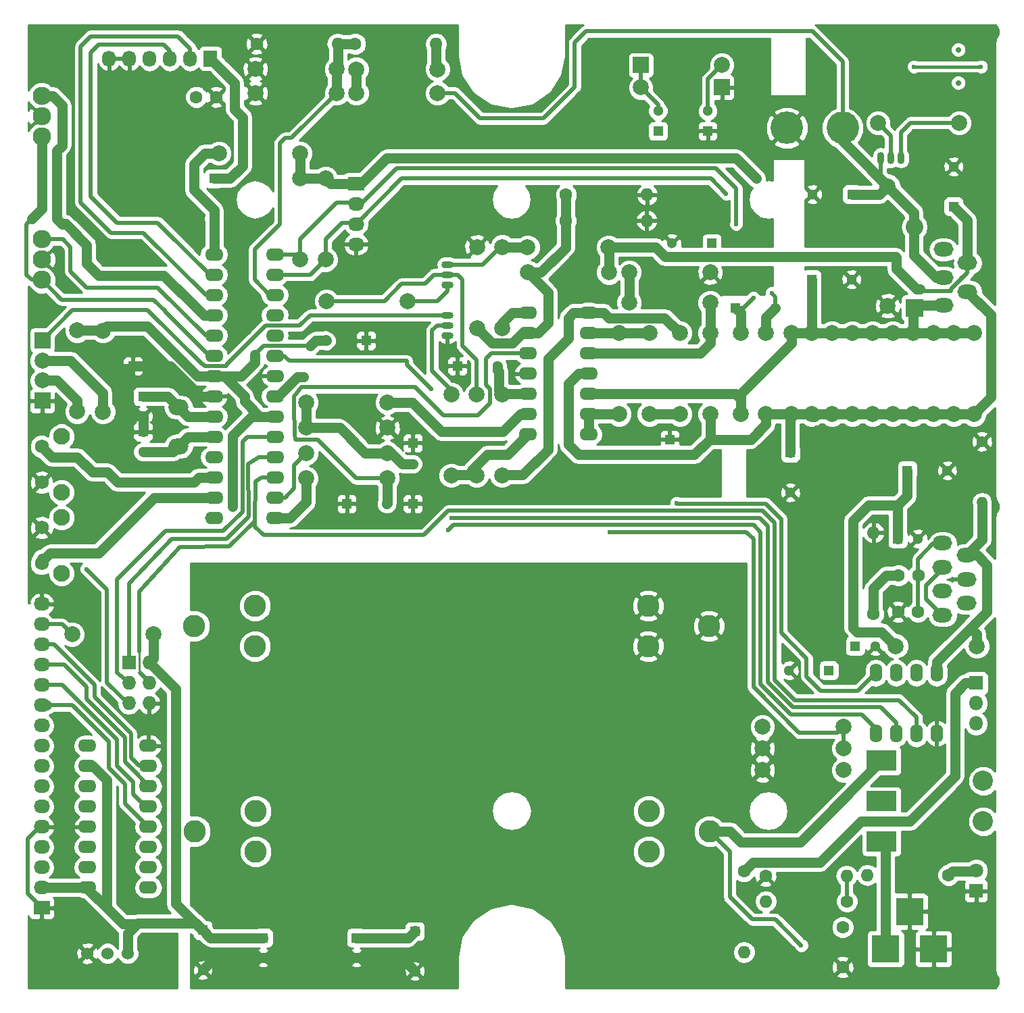
<source format=gbl>
G04 #@! TF.FileFunction,Copper,L2,Bot,Signal*
%FSLAX46Y46*%
G04 Gerber Fmt 4.6, Leading zero omitted, Abs format (unit mm)*
G04 Created by KiCad (PCBNEW 4.0.3-stable) date 03/05/17 10:28:03*
%MOMM*%
%LPD*%
G01*
G04 APERTURE LIST*
%ADD10C,0.100000*%
%ADD11C,0.700000*%
%ADD12C,2.800000*%
%ADD13R,1.300000X1.300000*%
%ADD14C,1.300000*%
%ADD15C,1.600000*%
%ADD16C,1.998980*%
%ADD17R,1.998980X1.998980*%
%ADD18O,1.600000X1.600000*%
%ADD19C,1.400000*%
%ADD20O,1.400000X1.400000*%
%ADD21R,2.200000X2.200000*%
%ADD22O,2.200000X2.200000*%
%ADD23R,3.810000X2.540000*%
%ADD24C,2.540000*%
%ADD25R,3.500000X3.500000*%
%ADD26C,2.300000*%
%ADD27O,2.499360X1.998980*%
%ADD28R,1.800000X1.800000*%
%ADD29C,1.800000*%
%ADD30O,1.800000X1.800000*%
%ADD31O,1.600000X2.300000*%
%ADD32O,1.501140X0.899160*%
%ADD33R,2.000000X2.000000*%
%ADD34C,2.000000*%
%ADD35C,1.524000*%
%ADD36O,2.300000X1.600000*%
%ADD37C,2.100000*%
%ADD38C,1.750000*%
%ADD39R,1.727200X2.032000*%
%ADD40O,1.727200X2.032000*%
%ADD41C,4.064000*%
%ADD42R,1.727200X1.727200*%
%ADD43O,1.727200X1.727200*%
%ADD44R,2.032000X1.727200*%
%ADD45O,2.032000X1.727200*%
%ADD46O,2.499360X1.800860*%
%ADD47O,0.899160X1.501140*%
%ADD48C,0.600000*%
%ADD49C,0.508000*%
%ADD50C,1.270000*%
%ADD51C,0.254000*%
%ADD52C,0.381000*%
G04 APERTURE END LIST*
D10*
D11*
X164795000Y-40885000D03*
X164795000Y-36735000D03*
D12*
X133564000Y-109000000D03*
X125944000Y-111540000D03*
X125944000Y-106460000D03*
X69090000Y-109000000D03*
X76710000Y-106460000D03*
X76710000Y-111540000D03*
X69176000Y-134730000D03*
X76796000Y-132190000D03*
X76796000Y-137270000D03*
X133650000Y-134730000D03*
X126030000Y-137270000D03*
X126030000Y-132190000D03*
D13*
X71570000Y-52900000D03*
D14*
X71570000Y-57900000D03*
D13*
X61410000Y-76395000D03*
D14*
X61410000Y-71395000D03*
D13*
X88207000Y-93667000D03*
D14*
X93207000Y-93667000D03*
D13*
X96462000Y-93667000D03*
D14*
X96462000Y-88667000D03*
D13*
X96462000Y-86047000D03*
D14*
X96462000Y-81047000D03*
D13*
X90620000Y-73220000D03*
D14*
X85620000Y-73220000D03*
D13*
X102050000Y-76395000D03*
D14*
X107050000Y-76395000D03*
D13*
X133927000Y-61028000D03*
D14*
X128927000Y-61028000D03*
D13*
X136905000Y-69098000D03*
D14*
X141905000Y-69098000D03*
D13*
X128650000Y-85608000D03*
D14*
X133650000Y-85608000D03*
D15*
X150317200Y-151765000D03*
X150317200Y-146765000D03*
D16*
X155955000Y-53858000D03*
X155955000Y-68858000D03*
X135197000Y-38673460D03*
D17*
X125037000Y-38673460D03*
D16*
X125037000Y-41472540D03*
D17*
X135197000Y-41472540D03*
D15*
X157251400Y-107213400D03*
X159751400Y-107213400D03*
X157302200Y-102641400D03*
X159802200Y-102641400D03*
X163580000Y-140210000D03*
D18*
X153420000Y-140210000D03*
D15*
X137971600Y-139745600D03*
D18*
X137971600Y-149905600D03*
D15*
X140651600Y-140305600D03*
D18*
X150811600Y-140305600D03*
D15*
X150851600Y-143515600D03*
D18*
X140691600Y-143515600D03*
D15*
X154178000Y-107442000D03*
D18*
X154178000Y-97282000D03*
D19*
X167760000Y-85850000D03*
D20*
X167760000Y-93470000D03*
D15*
X115620800Y-58166000D03*
D18*
X125780800Y-58166000D03*
D15*
X115671600Y-54914800D03*
D18*
X125831600Y-54914800D03*
D15*
X89230200Y-36017200D03*
D18*
X99390200Y-36017200D03*
D15*
X76911200Y-35991800D03*
D18*
X87071200Y-35991800D03*
D15*
X69342000Y-42672000D03*
X71842000Y-42672000D03*
D21*
X159308800Y-69113400D03*
D22*
X159308800Y-58953400D03*
D23*
X155194000Y-130962400D03*
X155194000Y-125882400D03*
X155194000Y-136042400D03*
D24*
X167894000Y-128422400D03*
X167894000Y-133502400D03*
D25*
X155702000Y-149479000D03*
X161702000Y-149479000D03*
X158702000Y-144779000D03*
D26*
X49980000Y-63060000D03*
X49980000Y-65600000D03*
X49980000Y-60520000D03*
X49974500Y-45085000D03*
X49974500Y-47625000D03*
X49974500Y-42545000D03*
D27*
X67125000Y-81574060D03*
X67125000Y-86455940D03*
D28*
X167050000Y-142200000D03*
D29*
X167050000Y-139660000D03*
D28*
X167050000Y-116150000D03*
D30*
X167050000Y-118690000D03*
X167050000Y-121230000D03*
D16*
X121030000Y-64653000D03*
X110870000Y-64653000D03*
X140270000Y-127070000D03*
X150430000Y-127070000D03*
D31*
X154490000Y-122470000D03*
X157030000Y-122470000D03*
X159570000Y-122470000D03*
X162110000Y-122470000D03*
X162110000Y-114850000D03*
X159570000Y-114850000D03*
X157030000Y-114850000D03*
X154490000Y-114850000D03*
D16*
X140715000Y-72273000D03*
X140715000Y-82433000D03*
X137540000Y-72273000D03*
X137540000Y-82433000D03*
X150420000Y-121630000D03*
X140260000Y-121630000D03*
X140270000Y-124360000D03*
X150430000Y-124360000D03*
X93287000Y-87317000D03*
X83127000Y-87317000D03*
X166750000Y-72273000D03*
X166750000Y-82433000D03*
X164210000Y-72273000D03*
X164210000Y-82433000D03*
X161670000Y-72273000D03*
X161670000Y-82433000D03*
X159130000Y-72273000D03*
X159130000Y-82433000D03*
X156590000Y-72273000D03*
X156590000Y-82433000D03*
X154050000Y-72273000D03*
X154050000Y-82433000D03*
X151510000Y-72273000D03*
X151510000Y-82433000D03*
X148970000Y-72273000D03*
X148970000Y-82433000D03*
X146430000Y-72273000D03*
X146430000Y-82433000D03*
X143890000Y-72273000D03*
X143890000Y-82433000D03*
X93287000Y-84142000D03*
X83127000Y-84142000D03*
X93287000Y-80967000D03*
X83127000Y-80967000D03*
X122300000Y-72273000D03*
X122300000Y-82433000D03*
D13*
X148590000Y-114554000D03*
D14*
X143590000Y-114554000D03*
D16*
X133730000Y-72273000D03*
X133730000Y-82433000D03*
D32*
X100780000Y-64965000D03*
X100780000Y-63695000D03*
X100780000Y-66235000D03*
X100780000Y-71315000D03*
X100780000Y-70045000D03*
X100780000Y-72585000D03*
D16*
X104520000Y-71638000D03*
X104520000Y-61478000D03*
X93287000Y-90492000D03*
X83127000Y-90492000D03*
X123570000Y-68463000D03*
X133730000Y-68463000D03*
X133730000Y-64653000D03*
X123570000Y-64653000D03*
X107638000Y-79951000D03*
X107638000Y-90111000D03*
X126110000Y-82433000D03*
X126110000Y-72273000D03*
X129920000Y-72273000D03*
X129920000Y-82433000D03*
X104463000Y-90111000D03*
X104463000Y-79951000D03*
X107695000Y-61478000D03*
X107695000Y-71638000D03*
X101288000Y-79951000D03*
X101288000Y-90111000D03*
X110845600Y-61518800D03*
X121005600Y-61518800D03*
X164915000Y-45915000D03*
X154755000Y-45915000D03*
X76758800Y-39166800D03*
X86918800Y-39166800D03*
X89408000Y-42189400D03*
X99568000Y-42189400D03*
D13*
X157226000Y-98044000D03*
D14*
X159726000Y-98044000D03*
D13*
X151510000Y-54874000D03*
D14*
X146510000Y-54874000D03*
D13*
X62680000Y-80205000D03*
D14*
X62680000Y-82705000D03*
D33*
X50060000Y-80760000D03*
D34*
X50060000Y-78220000D03*
D16*
X99568000Y-39192200D03*
X89408000Y-39192200D03*
X76758800Y-42189400D03*
X86918800Y-42189400D03*
X54425000Y-82110000D03*
X54425000Y-71950000D03*
X167132000Y-111506000D03*
X156972000Y-111506000D03*
X85540000Y-63060000D03*
X85540000Y-52900000D03*
X82365000Y-63060000D03*
X82365000Y-52900000D03*
X53790000Y-110050000D03*
X63950000Y-110050000D03*
D35*
X58235000Y-150055000D03*
X55695000Y-150055000D03*
X60775000Y-150055000D03*
D36*
X71570000Y-62425000D03*
X71570000Y-64965000D03*
X71570000Y-67505000D03*
X71570000Y-70045000D03*
X71570000Y-72585000D03*
X71570000Y-75125000D03*
X71570000Y-77665000D03*
X71570000Y-80205000D03*
X71570000Y-82745000D03*
X71570000Y-85285000D03*
X71570000Y-87825000D03*
X71570000Y-90365000D03*
X71570000Y-92905000D03*
X71570000Y-95445000D03*
X79190000Y-95445000D03*
X79190000Y-92905000D03*
X79190000Y-90365000D03*
X79190000Y-87825000D03*
X79190000Y-85285000D03*
X79190000Y-82745000D03*
X79190000Y-80205000D03*
X79190000Y-77665000D03*
X79190000Y-75125000D03*
X79190000Y-72585000D03*
X79190000Y-70045000D03*
X79190000Y-67505000D03*
X79190000Y-64965000D03*
X79190000Y-62425000D03*
D37*
X52470000Y-95400000D03*
D38*
X49980000Y-96660000D03*
X49980000Y-101160000D03*
D37*
X52470000Y-102410000D03*
D39*
X71120000Y-37846000D03*
D40*
X68580000Y-37846000D03*
X66040000Y-37846000D03*
X63500000Y-37846000D03*
X60960000Y-37846000D03*
X58420000Y-37846000D03*
D16*
X72205000Y-49725000D03*
X82365000Y-49725000D03*
D13*
X143780000Y-87260000D03*
D14*
X143780000Y-92260000D03*
D13*
X151892000Y-111506000D03*
D14*
X154392000Y-111506000D03*
D13*
X146430000Y-65542000D03*
D14*
X151430000Y-65542000D03*
D13*
X164210000Y-56398000D03*
D14*
X164210000Y-51398000D03*
D13*
X158420000Y-89490000D03*
D14*
X163420000Y-89490000D03*
D13*
X62680000Y-84650000D03*
D14*
X62680000Y-87150000D03*
D33*
X50060000Y-73160000D03*
D34*
X50060000Y-75700000D03*
D41*
X150310000Y-46550000D03*
X143325000Y-46550000D03*
D42*
X60902000Y-113606000D03*
D43*
X63442000Y-113606000D03*
X60902000Y-116146000D03*
X63442000Y-116146000D03*
X60902000Y-118686000D03*
X63442000Y-118686000D03*
D44*
X89350000Y-53535000D03*
D45*
X89350000Y-56075000D03*
X89350000Y-58615000D03*
X89350000Y-61155000D03*
D44*
X49980000Y-144340000D03*
D45*
X49980000Y-141800000D03*
X49980000Y-139260000D03*
X49980000Y-136720000D03*
X49980000Y-134180000D03*
X49980000Y-131640000D03*
X49980000Y-129100000D03*
X49980000Y-126560000D03*
X49980000Y-124020000D03*
X49980000Y-121480000D03*
X49980000Y-118940000D03*
X49980000Y-116400000D03*
X49980000Y-113860000D03*
X49980000Y-111320000D03*
X49980000Y-108780000D03*
X49980000Y-106240000D03*
D37*
X52470000Y-85240000D03*
D38*
X49980000Y-86500000D03*
X49980000Y-91000000D03*
D37*
X52470000Y-92250000D03*
D36*
X118490000Y-84973000D03*
X118490000Y-82433000D03*
X118490000Y-79893000D03*
X118490000Y-77353000D03*
X118490000Y-74813000D03*
X118490000Y-72273000D03*
X118490000Y-69733000D03*
X110870000Y-69733000D03*
X110870000Y-72273000D03*
X110870000Y-74813000D03*
X110870000Y-77353000D03*
X110870000Y-79893000D03*
X110870000Y-82433000D03*
X110870000Y-84973000D03*
D46*
X162950160Y-65288000D03*
X162950160Y-61787880D03*
X162950160Y-68788120D03*
X165949900Y-67088860D03*
X165949900Y-63487140D03*
D47*
X156336000Y-50302000D03*
X157606000Y-50302000D03*
X155066000Y-50302000D03*
D36*
X63315000Y-141800000D03*
X63315000Y-139260000D03*
X63315000Y-136720000D03*
X63315000Y-134180000D03*
X63315000Y-131640000D03*
X63315000Y-129100000D03*
X63315000Y-126560000D03*
X63315000Y-124020000D03*
X55695000Y-124020000D03*
X55695000Y-126560000D03*
X55695000Y-129100000D03*
X55695000Y-131640000D03*
X55695000Y-134180000D03*
X55695000Y-136720000D03*
X55695000Y-139260000D03*
X55695000Y-141800000D03*
D16*
X57660000Y-82160000D03*
X57660000Y-72000000D03*
D13*
X96716000Y-147261000D03*
D14*
X96716000Y-152261000D03*
D13*
X89408000Y-148082000D03*
D14*
X89408000Y-150582000D03*
D13*
X77724000Y-148082000D03*
D14*
X77724000Y-150582000D03*
D13*
X70173000Y-147134000D03*
D14*
X70173000Y-152134000D03*
D16*
X95827000Y-68267000D03*
X85667000Y-68267000D03*
D13*
X133419000Y-46931000D03*
D14*
X133419000Y-44431000D03*
D13*
X127196000Y-46931000D03*
D14*
X127196000Y-44431000D03*
D46*
X162824160Y-107624000D03*
X162824160Y-98624000D03*
X165823900Y-103124000D03*
X165823900Y-100124000D03*
X165823900Y-106124000D03*
X162824160Y-104624000D03*
X162824160Y-101624000D03*
D48*
X121100000Y-97223000D03*
X98748000Y-79316000D03*
X135705000Y-54805000D03*
X136975000Y-58615000D03*
X129480000Y-93590000D03*
X73856000Y-92778000D03*
X73856000Y-94048000D03*
X73856000Y-91508000D03*
X83635000Y-73855000D03*
X139515000Y-52900000D03*
X101288000Y-95445000D03*
X100907000Y-96969000D03*
X145135600Y-149021800D03*
X139134000Y-67886000D03*
X141420000Y-67251000D03*
X55626000Y-101854000D03*
X82746000Y-77792000D03*
X159258000Y-38862000D03*
X167640000Y-38862000D03*
D49*
X49980000Y-134180000D02*
X49726000Y-134180000D01*
X49726000Y-134180000D02*
X48202000Y-135704000D01*
X48202000Y-135704000D02*
X48202000Y-142562000D01*
X48202000Y-142562000D02*
X49980000Y-144340000D01*
D50*
X71570000Y-80205000D02*
X69919000Y-80205000D01*
X66109000Y-76395000D02*
X61410000Y-76395000D01*
X69919000Y-80205000D02*
X66109000Y-76395000D01*
X61410000Y-76395000D02*
X60140000Y-77665000D01*
X60140000Y-77665000D02*
X60140000Y-81475000D01*
X60140000Y-81475000D02*
X61370000Y-82705000D01*
X61370000Y-82705000D02*
X62680000Y-82705000D01*
X60775000Y-77030000D02*
X61410000Y-76395000D01*
X62680000Y-82705000D02*
X62680000Y-84650000D01*
X89408000Y-150582000D02*
X77724000Y-150582000D01*
X89408000Y-150582000D02*
X95037000Y-150582000D01*
X95037000Y-150582000D02*
X96716000Y-152261000D01*
X77724000Y-150582000D02*
X71725000Y-150582000D01*
X71725000Y-150582000D02*
X70173000Y-152134000D01*
X49980000Y-96660000D02*
X49980000Y-96715000D01*
D49*
X166624000Y-142748000D02*
X167132000Y-142240000D01*
D50*
X143780000Y-87260000D02*
X143780000Y-82543000D01*
X143780000Y-82543000D02*
X143890000Y-82433000D01*
X158420000Y-89490000D02*
X158420000Y-92668000D01*
X158420000Y-92668000D02*
X157226000Y-93862000D01*
X151638000Y-109220000D02*
X152146000Y-109728000D01*
X157226000Y-93862000D02*
X153534000Y-93862000D01*
X153534000Y-93862000D02*
X151638000Y-95758000D01*
X151638000Y-95758000D02*
X151638000Y-109220000D01*
X155194000Y-109728000D02*
X156972000Y-111506000D01*
X152146000Y-109728000D02*
X155194000Y-109728000D01*
X157226000Y-98044000D02*
X157226000Y-93862000D01*
X166750000Y-82433000D02*
X166751000Y-82433000D01*
X166751000Y-82433000D02*
X168852000Y-80332000D01*
X168852000Y-69990960D02*
X165949900Y-67088860D01*
X168852000Y-80332000D02*
X168852000Y-69990960D01*
X133650000Y-85608000D02*
X138810000Y-85608000D01*
X140715000Y-83703000D02*
X140715000Y-82433000D01*
X138810000Y-85608000D02*
X140715000Y-83703000D01*
X143890000Y-82433000D02*
X140715000Y-82433000D01*
X118490000Y-77353000D02*
X117220000Y-77353000D01*
X131745000Y-87513000D02*
X133650000Y-85608000D01*
X117220000Y-87513000D02*
X131745000Y-87513000D01*
X115950000Y-86243000D02*
X117220000Y-87513000D01*
X115950000Y-78623000D02*
X115950000Y-86243000D01*
X117220000Y-77353000D02*
X115950000Y-78623000D01*
X133730000Y-82433000D02*
X133730000Y-85528000D01*
X133730000Y-85528000D02*
X133650000Y-85608000D01*
X146747500Y-82750500D02*
X146430000Y-82433000D01*
X146430000Y-82433000D02*
X148970000Y-82433000D01*
X148970000Y-82433000D02*
X151510000Y-82433000D01*
X151510000Y-82433000D02*
X154050000Y-82433000D01*
X154050000Y-82433000D02*
X156590000Y-82433000D01*
X156590000Y-82433000D02*
X159130000Y-82433000D01*
X159130000Y-82433000D02*
X161670000Y-82433000D01*
X161670000Y-82433000D02*
X164210000Y-82433000D01*
X164210000Y-82433000D02*
X166750000Y-82433000D01*
X143890000Y-82433000D02*
X146430000Y-82433000D01*
D49*
X150430000Y-124360000D02*
X150430000Y-121640000D01*
X150430000Y-121640000D02*
X150420000Y-121630000D01*
X144849000Y-122369000D02*
X149681000Y-122369000D01*
X138245000Y-97223000D02*
X139134000Y-98112000D01*
X139134000Y-98112000D02*
X139134000Y-114495000D01*
X121100000Y-97223000D02*
X126307000Y-97223000D01*
X139134000Y-116654000D02*
X139134000Y-114495000D01*
X144849000Y-122369000D02*
X139134000Y-116654000D01*
X126307000Y-97223000D02*
X138245000Y-97223000D01*
X149681000Y-122369000D02*
X150420000Y-121630000D01*
X95700000Y-75760000D02*
X95700000Y-76268000D01*
X80968000Y-75760000D02*
X95700000Y-75760000D01*
X80333000Y-75125000D02*
X80968000Y-75760000D01*
X95700000Y-76268000D02*
X98748000Y-79316000D01*
X79190000Y-75125000D02*
X80333000Y-75125000D01*
D50*
X107050000Y-76395000D02*
X107050000Y-76915000D01*
X107050000Y-76915000D02*
X107234000Y-77099000D01*
X107234000Y-77099000D02*
X107234000Y-79432000D01*
X107234000Y-79432000D02*
X107695000Y-79893000D01*
X110870000Y-79893000D02*
X107695000Y-79893000D01*
D49*
X85667000Y-68267000D02*
X92906000Y-68267000D01*
X99129000Y-64965000D02*
X100780000Y-64965000D01*
X97986000Y-66108000D02*
X99129000Y-64965000D01*
X95065000Y-66108000D02*
X97986000Y-66108000D01*
X92906000Y-68267000D02*
X95065000Y-66108000D01*
X100780000Y-64965000D02*
X102050000Y-64965000D01*
X104463000Y-75633000D02*
X104463000Y-79951000D01*
X102685000Y-73855000D02*
X104463000Y-75633000D01*
X102685000Y-65600000D02*
X102685000Y-73855000D01*
X102050000Y-64965000D02*
X102685000Y-65600000D01*
D50*
X107695000Y-90053000D02*
X110235000Y-90053000D01*
X116585000Y-69733000D02*
X118490000Y-69733000D01*
X115950000Y-70368000D02*
X116585000Y-69733000D01*
X115950000Y-72908000D02*
X115950000Y-70368000D01*
X113410000Y-75448000D02*
X115950000Y-72908000D01*
X113410000Y-86878000D02*
X113410000Y-75448000D01*
X110235000Y-90053000D02*
X113410000Y-86878000D01*
X129920000Y-72273000D02*
X128015000Y-70368000D01*
X120395000Y-69733000D02*
X118490000Y-69733000D01*
X121030000Y-70368000D02*
X120395000Y-69733000D01*
X128015000Y-70368000D02*
X121030000Y-70368000D01*
D49*
X79190000Y-92905000D02*
X80460000Y-92905000D01*
X81603000Y-88841000D02*
X83127000Y-87317000D01*
X81603000Y-91762000D02*
X81603000Y-88841000D01*
X80460000Y-92905000D02*
X81603000Y-91762000D01*
D50*
X79190000Y-95445000D02*
X81095000Y-95445000D01*
X83127000Y-93413000D02*
X83127000Y-90492000D01*
X81095000Y-95445000D02*
X83127000Y-93413000D01*
X123570000Y-68463000D02*
X123570000Y-64653000D01*
D49*
X80460000Y-47820000D02*
X81288200Y-47820000D01*
X79825000Y-58615000D02*
X79825000Y-49090000D01*
X76650000Y-61790000D02*
X79825000Y-58615000D01*
X76650000Y-65600000D02*
X76650000Y-61790000D01*
X78555000Y-67505000D02*
X76650000Y-65600000D01*
X79825000Y-48455000D02*
X80460000Y-47820000D01*
X79825000Y-49090000D02*
X79825000Y-48455000D01*
X81288200Y-47820000D02*
X86918800Y-42189400D01*
D50*
X86918800Y-42189400D02*
X86918800Y-39166800D01*
X86918800Y-39166800D02*
X87071200Y-39014400D01*
X87071200Y-39014400D02*
X87071200Y-35991800D01*
X87071200Y-35991800D02*
X87096600Y-36017200D01*
X87096600Y-36017200D02*
X89230200Y-36017200D01*
D49*
X79190000Y-67505000D02*
X78555000Y-67505000D01*
X95065000Y-52900000D02*
X89350000Y-58615000D01*
X133800000Y-52900000D02*
X95065000Y-52900000D01*
X135705000Y-54805000D02*
X133800000Y-52900000D01*
X85540000Y-63060000D02*
X85540000Y-60520000D01*
X85540000Y-60520000D02*
X87572000Y-58488000D01*
X79190000Y-64965000D02*
X83635000Y-64965000D01*
X83635000Y-64965000D02*
X85540000Y-63060000D01*
X87572000Y-58488000D02*
X89096000Y-58488000D01*
X89350000Y-56075000D02*
X89985000Y-56075000D01*
X89985000Y-56075000D02*
X94430000Y-51630000D01*
X136975000Y-54170000D02*
X136975000Y-58615000D01*
X134435000Y-51630000D02*
X136975000Y-54170000D01*
X94430000Y-51630000D02*
X134435000Y-51630000D01*
X86937000Y-55948000D02*
X89096000Y-55948000D01*
X82365000Y-63060000D02*
X82365000Y-60520000D01*
X82365000Y-60520000D02*
X86937000Y-55948000D01*
X79190000Y-62425000D02*
X81730000Y-62425000D01*
X81730000Y-62425000D02*
X82365000Y-63060000D01*
X135800000Y-93650000D02*
X140670000Y-93650000D01*
X129480000Y-93590000D02*
X129540000Y-93650000D01*
X129540000Y-93650000D02*
X135800000Y-93650000D01*
X140670000Y-93650000D02*
X142600000Y-95580000D01*
X145810000Y-113060000D02*
X142600000Y-109850000D01*
X145810000Y-113060000D02*
X145810000Y-115330000D01*
X142600000Y-109850000D02*
X142600000Y-95580000D01*
X142600000Y-95580000D02*
X142600000Y-95570000D01*
X147574000Y-117094000D02*
X152246000Y-117094000D01*
X152246000Y-117094000D02*
X154490000Y-114850000D01*
X145810000Y-115330000D02*
X147574000Y-117094000D01*
X145796000Y-115316000D02*
X145810000Y-115330000D01*
D50*
X77724000Y-148082000D02*
X71121000Y-148082000D01*
X71121000Y-148082000D02*
X70173000Y-147134000D01*
X73856000Y-92778000D02*
X73856000Y-94048000D01*
X73856000Y-91508000D02*
X73856000Y-92778000D01*
X70173000Y-147134000D02*
X70046000Y-147134000D01*
X70046000Y-147134000D02*
X66744000Y-143832000D01*
X66744000Y-116908000D02*
X63442000Y-113606000D01*
X66744000Y-143832000D02*
X66744000Y-116908000D01*
X55695000Y-126560000D02*
X56330000Y-126560000D01*
X56330000Y-126560000D02*
X58108000Y-128338000D01*
X58108000Y-128338000D02*
X58108000Y-144340000D01*
D49*
X55695000Y-126560000D02*
X56076000Y-126560000D01*
D50*
X55695000Y-141800000D02*
X55695000Y-141927000D01*
X55695000Y-141927000D02*
X58108000Y-144340000D01*
X58108000Y-144340000D02*
X60140000Y-146372000D01*
X60140000Y-146372000D02*
X61918000Y-146372000D01*
X76269000Y-82745000D02*
X73856000Y-85158000D01*
X73856000Y-85158000D02*
X73856000Y-91508000D01*
X76269000Y-82745000D02*
X79190000Y-82745000D01*
X63950000Y-110050000D02*
X63950000Y-113098000D01*
X63950000Y-113098000D02*
X63442000Y-113606000D01*
X49980000Y-141800000D02*
X52774000Y-141800000D01*
X52774000Y-141800000D02*
X55695000Y-141800000D01*
X60775000Y-150055000D02*
X60775000Y-147515000D01*
X60775000Y-147515000D02*
X61918000Y-146372000D01*
X61918000Y-146372000D02*
X62045000Y-146245000D01*
X72860000Y-77665000D02*
X74955000Y-77665000D01*
X74955000Y-77665000D02*
X76660000Y-75960000D01*
X76660000Y-75960000D02*
X76660000Y-74960000D01*
D49*
X83635000Y-73855000D02*
X77765000Y-73855000D01*
X72860000Y-77665000D02*
X72840000Y-77665000D01*
X76660000Y-75960000D02*
X74955000Y-77665000D01*
X76660000Y-74960000D02*
X76660000Y-75960000D01*
X77765000Y-73855000D02*
X76660000Y-74960000D01*
D50*
X61410000Y-71395000D02*
X63187896Y-71395000D01*
X63187896Y-71395000D02*
X69457896Y-77665000D01*
X69457896Y-77665000D02*
X71570000Y-77665000D01*
X54425000Y-71950000D02*
X57610000Y-71950000D01*
X57610000Y-71950000D02*
X58165000Y-71395000D01*
X58165000Y-71395000D02*
X61410000Y-71395000D01*
X63315000Y-146245000D02*
X69284000Y-146245000D01*
X69284000Y-146245000D02*
X70173000Y-147134000D01*
X63315000Y-146245000D02*
X62045000Y-146245000D01*
X71570000Y-77665000D02*
X72840000Y-77665000D01*
X83635000Y-73855000D02*
X84270000Y-73220000D01*
X84270000Y-73220000D02*
X85620000Y-73220000D01*
X85620000Y-73220000D02*
X85540000Y-73140000D01*
X77285000Y-82745000D02*
X79190000Y-82745000D01*
X75380000Y-80205000D02*
X75380000Y-80840000D01*
X72840000Y-77665000D02*
X75380000Y-80205000D01*
X75380000Y-80840000D02*
X77285000Y-82745000D01*
X89350000Y-53535000D02*
X89985000Y-53535000D01*
X89985000Y-53535000D02*
X93160000Y-50360000D01*
X136975000Y-50360000D02*
X139515000Y-52900000D01*
X93160000Y-50360000D02*
X136975000Y-50360000D01*
X82365000Y-49725000D02*
X82365000Y-52900000D01*
X82365000Y-52900000D02*
X85540000Y-52900000D01*
X85540000Y-52900000D02*
X86175000Y-53535000D01*
X86175000Y-53535000D02*
X89350000Y-53535000D01*
D49*
X159766000Y-107188000D02*
X159766000Y-102616000D01*
X161726000Y-98624000D02*
X162824160Y-98624000D01*
X159766000Y-100584000D02*
X161726000Y-98624000D01*
X159766000Y-102616000D02*
X159766000Y-100584000D01*
D50*
X50060000Y-78220000D02*
X51920000Y-78220000D01*
X54425000Y-80725000D02*
X54425000Y-82110000D01*
X51920000Y-78220000D02*
X54425000Y-80725000D01*
D49*
X60902000Y-103700000D02*
X66236000Y-98112000D01*
X60902000Y-113606000D02*
X60902000Y-103700000D01*
X77158000Y-87825000D02*
X79190000Y-87825000D01*
X75851394Y-88656476D02*
X77158000Y-87825000D01*
X75888000Y-95318000D02*
X75851394Y-88656476D01*
X73094000Y-98112000D02*
X75888000Y-95318000D01*
X66236000Y-98112000D02*
X73094000Y-98112000D01*
X152690000Y-119194000D02*
X155124000Y-119194000D01*
X157030000Y-121100000D02*
X157030000Y-122470000D01*
X155124000Y-119194000D02*
X157030000Y-121100000D01*
X101288000Y-95445000D02*
X101923000Y-95445000D01*
X140912000Y-113733000D02*
X140912000Y-96461000D01*
X139896000Y-95445000D02*
X101923000Y-95445000D01*
X101923000Y-95445000D02*
X101288000Y-95445000D01*
X140912000Y-96461000D02*
X139896000Y-95445000D01*
X152723000Y-119194000D02*
X152690000Y-119194000D01*
X152690000Y-119194000D02*
X144087000Y-119194000D01*
X140912000Y-116019000D02*
X140912000Y-113733000D01*
X140912000Y-113733000D02*
X140912000Y-113606000D01*
X144087000Y-119194000D02*
X140912000Y-116019000D01*
X59378000Y-103192000D02*
X65474000Y-97096000D01*
X79190000Y-85285000D02*
X79190000Y-85540000D01*
X79190000Y-85285000D02*
X79444000Y-85285000D01*
X59441500Y-114876000D02*
X59378000Y-103192000D01*
X75761000Y-85285000D02*
X79190000Y-85285000D01*
X75126000Y-85920000D02*
X75761000Y-85285000D01*
X75126000Y-94683000D02*
X75126000Y-85920000D01*
X72713000Y-97096000D02*
X75126000Y-94683000D01*
X65474000Y-97096000D02*
X72713000Y-97096000D01*
X60902000Y-116146000D02*
X59441500Y-114876000D01*
X152720000Y-118305000D02*
X157415000Y-118305000D01*
X159570000Y-120460000D02*
X159570000Y-122470000D01*
X157415000Y-118305000D02*
X159570000Y-120460000D01*
X141801000Y-113098000D02*
X141801000Y-96080000D01*
X97859000Y-97604000D02*
X83381000Y-97604000D01*
X100907000Y-94556000D02*
X97859000Y-97604000D01*
X140277000Y-94556000D02*
X100907000Y-94556000D01*
X141801000Y-96080000D02*
X140277000Y-94556000D01*
X152723000Y-118305000D02*
X152720000Y-118305000D01*
X152720000Y-118305000D02*
X144341000Y-118305000D01*
X141801000Y-115765000D02*
X141801000Y-113098000D01*
X141801000Y-113098000D02*
X141801000Y-112844000D01*
X144341000Y-118305000D02*
X141801000Y-115765000D01*
X152723000Y-118305000D02*
X152596000Y-118305000D01*
D51*
X62299000Y-114622000D02*
X62172000Y-114495000D01*
D49*
X63442000Y-116019000D02*
X62299000Y-114876000D01*
D51*
X62299000Y-114876000D02*
X62299000Y-114622000D01*
D49*
X77539000Y-90365000D02*
X79190000Y-90365000D01*
X76728483Y-90871573D02*
X77539000Y-90365000D01*
X76711397Y-95826089D02*
X76728483Y-90871573D01*
X63442000Y-116146000D02*
X63442000Y-116019000D01*
X63442000Y-116146000D02*
X63442000Y-115765000D01*
X63950000Y-116146000D02*
X63442000Y-116146000D01*
X62172000Y-104716000D02*
X67252000Y-99128000D01*
X76711195Y-95884664D02*
X76711195Y-96522195D01*
X76711195Y-96522195D02*
X77793000Y-97604000D01*
X77793000Y-97604000D02*
X83381000Y-97604000D01*
X83381000Y-97604000D02*
X83508000Y-97604000D01*
X62172000Y-112209000D02*
X62172000Y-104716000D01*
D51*
X62172000Y-114495000D02*
X62172000Y-112209000D01*
D49*
X76711195Y-95884664D02*
X76711397Y-95826089D01*
X73475000Y-99001000D02*
X76711195Y-95884664D01*
X67252000Y-99128000D02*
X73475000Y-99001000D01*
X71570000Y-72585000D02*
X70553000Y-72585000D01*
X70553000Y-72585000D02*
X64516000Y-66548000D01*
X64516000Y-66548000D02*
X55626000Y-66548000D01*
X55626000Y-66548000D02*
X53594000Y-64516000D01*
X53594000Y-64516000D02*
X53594000Y-61468000D01*
X53594000Y-61468000D02*
X52646000Y-60520000D01*
X52646000Y-60520000D02*
X49980000Y-60520000D01*
D50*
X49980000Y-47630500D02*
X49980000Y-56710000D01*
D49*
X48075000Y-64965000D02*
X48710000Y-65600000D01*
X48075000Y-58615000D02*
X48075000Y-64965000D01*
X48710000Y-57980000D02*
X48075000Y-58615000D01*
D50*
X49980000Y-56710000D02*
X48710000Y-57980000D01*
D49*
X48710000Y-65600000D02*
X49980000Y-65600000D01*
D50*
X49980000Y-47630500D02*
X49974500Y-47625000D01*
D49*
X65514000Y-69614000D02*
X65514000Y-69578000D01*
X65514000Y-69578000D02*
X64008000Y-68072000D01*
X64008000Y-68072000D02*
X52452000Y-68072000D01*
X52452000Y-68072000D02*
X49980000Y-65600000D01*
X71570000Y-75125000D02*
X71025000Y-75125000D01*
X71025000Y-75125000D02*
X65514000Y-69614000D01*
X65514000Y-69614000D02*
X65460000Y-69560000D01*
D50*
X51885000Y-57980000D02*
X51885000Y-49397500D01*
X52451500Y-58546500D02*
X51885000Y-57980000D01*
X51371500Y-42545000D02*
X49974500Y-42545000D01*
X52514500Y-43688000D02*
X51371500Y-42545000D01*
X52514500Y-48768000D02*
X52514500Y-43688000D01*
X51885000Y-49397500D02*
X52514500Y-48768000D01*
X52451500Y-58546500D02*
X52958500Y-58546500D01*
X70300000Y-70045000D02*
X69030000Y-68775000D01*
X70300000Y-70045000D02*
X71570000Y-70045000D01*
X65279000Y-65024000D02*
X69030000Y-68775000D01*
X57150000Y-65024000D02*
X65279000Y-65024000D01*
X55626000Y-63500000D02*
X57150000Y-65024000D01*
X55626000Y-61214000D02*
X55626000Y-63500000D01*
X52958500Y-58546500D02*
X55626000Y-61214000D01*
X52520000Y-58615000D02*
X52451500Y-58546500D01*
D49*
X70681000Y-95445000D02*
X71570000Y-95445000D01*
D50*
X49980000Y-101160000D02*
X49980000Y-100906000D01*
X49980000Y-100906000D02*
X50996000Y-99890000D01*
X50996000Y-99890000D02*
X57092000Y-99890000D01*
X49980000Y-101160000D02*
X49980000Y-100525000D01*
X57092000Y-99890000D02*
X64077000Y-92905000D01*
X64077000Y-92905000D02*
X71570000Y-92905000D01*
X83127000Y-84142000D02*
X87318000Y-84142000D01*
X90493000Y-87317000D02*
X93795000Y-87317000D01*
X87318000Y-84142000D02*
X90493000Y-87317000D01*
X93795000Y-87317000D02*
X95145000Y-88667000D01*
X95145000Y-88667000D02*
X96462000Y-88667000D01*
X83127000Y-80967000D02*
X83127000Y-84142000D01*
X167132000Y-139700000D02*
X164084000Y-139700000D01*
X164084000Y-139700000D02*
X163576000Y-140208000D01*
X49980000Y-86500000D02*
X49980000Y-86555000D01*
X49980000Y-86555000D02*
X51250000Y-87825000D01*
X51250000Y-87825000D02*
X54425000Y-87825000D01*
X54425000Y-87825000D02*
X56330000Y-89730000D01*
X56330000Y-89730000D02*
X58235000Y-89730000D01*
X58235000Y-89730000D02*
X59505000Y-91000000D01*
X59505000Y-91000000D02*
X69030000Y-91000000D01*
X69030000Y-91000000D02*
X69665000Y-90365000D01*
X69665000Y-90365000D02*
X71570000Y-90365000D01*
D49*
X150811600Y-140305600D02*
X150811600Y-143475600D01*
X150811600Y-143475600D02*
X150851600Y-143515600D01*
D50*
X133730000Y-68463000D02*
X133730000Y-72273000D01*
X118490000Y-74813000D02*
X132460000Y-74813000D01*
X133730000Y-73543000D02*
X133730000Y-72273000D01*
X132460000Y-74813000D02*
X133730000Y-73543000D01*
D49*
X49980000Y-108780000D02*
X52520000Y-108780000D01*
X52520000Y-108780000D02*
X53790000Y-110050000D01*
X58362000Y-126814000D02*
X60394000Y-128846000D01*
X53790000Y-118940000D02*
X58362000Y-123512000D01*
X58362000Y-123512000D02*
X58362000Y-126814000D01*
X49980000Y-118940000D02*
X53790000Y-118940000D01*
X60394000Y-131259000D02*
X63315000Y-134180000D01*
X60394000Y-128846000D02*
X60394000Y-131259000D01*
X63315000Y-134180000D02*
X63315000Y-134307000D01*
X63315000Y-134180000D02*
X63442000Y-134180000D01*
D50*
X49980000Y-118940000D02*
X50615000Y-118940000D01*
D49*
X59378000Y-126560000D02*
X61410000Y-128592000D01*
X49980000Y-116400000D02*
X52520000Y-116400000D01*
X59378000Y-123258000D02*
X52520000Y-116400000D01*
X59378000Y-126560000D02*
X59378000Y-123258000D01*
X61410000Y-130116000D02*
X62934000Y-131640000D01*
X61410000Y-128592000D02*
X61410000Y-130116000D01*
X62934000Y-131640000D02*
X63315000Y-131640000D01*
X63315000Y-131640000D02*
X63315000Y-131513000D01*
X49980000Y-113860000D02*
X52774000Y-113860000D01*
X60394000Y-126052000D02*
X61918000Y-127576000D01*
X60394000Y-123004000D02*
X60394000Y-126052000D01*
X55568000Y-118178000D02*
X60394000Y-123004000D01*
X55568000Y-116654000D02*
X55568000Y-118178000D01*
X52774000Y-113860000D02*
X55568000Y-116654000D01*
X61918000Y-127576000D02*
X63315000Y-129100000D01*
X63315000Y-129100000D02*
X61918000Y-127576000D01*
X49980000Y-111320000D02*
X51504000Y-111320000D01*
X61156000Y-125544000D02*
X62172000Y-126560000D01*
X61156000Y-122496000D02*
X61156000Y-125544000D01*
X56584000Y-117924000D02*
X61156000Y-122496000D01*
X56584000Y-116400000D02*
X56584000Y-117924000D01*
X51504000Y-111320000D02*
X56584000Y-116400000D01*
X62172000Y-126560000D02*
X63315000Y-126560000D01*
X154490000Y-122470000D02*
X154490000Y-121850000D01*
X154490000Y-121850000D02*
X152723000Y-120083000D01*
X100907000Y-96969000D02*
X101542000Y-96334000D01*
X140023000Y-114114000D02*
X140023000Y-97223000D01*
X101542000Y-96334000D02*
X100907000Y-96969000D01*
X139134000Y-96334000D02*
X101542000Y-96334000D01*
X140023000Y-97223000D02*
X139134000Y-96334000D01*
X152723000Y-120083000D02*
X143833000Y-120083000D01*
X140023000Y-116273000D02*
X140023000Y-114114000D01*
X140023000Y-114114000D02*
X140023000Y-113860000D01*
X143833000Y-120083000D02*
X140023000Y-116273000D01*
X133419000Y-44431000D02*
X133419000Y-40451460D01*
X133419000Y-40451460D02*
X135197000Y-38673460D01*
X95827000Y-68267000D02*
X99510000Y-68267000D01*
X99510000Y-68267000D02*
X100780000Y-66997000D01*
X100780000Y-66997000D02*
X100780000Y-66235000D01*
X157606000Y-50302000D02*
X157606000Y-47128000D01*
X157606000Y-47128000D02*
X158819000Y-45915000D01*
X158819000Y-45915000D02*
X164915000Y-45915000D01*
D50*
X62680000Y-80205000D02*
X65755940Y-80205000D01*
X65755940Y-80205000D02*
X67125000Y-81574060D01*
X71570000Y-82745000D02*
X68295940Y-82745000D01*
X68295940Y-82745000D02*
X67125000Y-81574060D01*
X71570000Y-52900000D02*
X73592000Y-52900000D01*
X74168000Y-40894000D02*
X71120000Y-37846000D01*
X74168000Y-44196000D02*
X74168000Y-40894000D01*
X75184000Y-45212000D02*
X74168000Y-44196000D01*
X75184000Y-51308000D02*
X75184000Y-45212000D01*
X73592000Y-52900000D02*
X75184000Y-51308000D01*
D49*
X71570000Y-52900000D02*
X71824000Y-52900000D01*
X66040000Y-37846000D02*
X66040000Y-36830000D01*
X66040000Y-36830000D02*
X65278000Y-36068000D01*
X65278000Y-36068000D02*
X57150000Y-36068000D01*
X57150000Y-36068000D02*
X56134000Y-37084000D01*
X56134000Y-37084000D02*
X56134000Y-55118000D01*
X56134000Y-55118000D02*
X59436000Y-58420000D01*
X59436000Y-58420000D02*
X64516000Y-58420000D01*
X64516000Y-58420000D02*
X65278000Y-59182000D01*
X71570000Y-64965000D02*
X71061000Y-64965000D01*
X71061000Y-64965000D02*
X65278000Y-59182000D01*
X71570000Y-64965000D02*
X72205000Y-64965000D01*
X67564000Y-35560000D02*
X67056000Y-35052000D01*
X68580000Y-36576000D02*
X67564000Y-35560000D01*
X54864000Y-37084000D02*
X54864000Y-37846000D01*
X62738000Y-59690000D02*
X58674000Y-59690000D01*
X70553000Y-67505000D02*
X62738000Y-59690000D01*
X54864000Y-55880000D02*
X54864000Y-37846000D01*
X58674000Y-59690000D02*
X54864000Y-55880000D01*
X68580000Y-36576000D02*
X68580000Y-37846000D01*
X54864000Y-36322000D02*
X54864000Y-37084000D01*
X56134000Y-35052000D02*
X54864000Y-36322000D01*
X67056000Y-35052000D02*
X56134000Y-35052000D01*
X71570000Y-67505000D02*
X70553000Y-67505000D01*
X71570000Y-67505000D02*
X72205000Y-67505000D01*
D50*
X62680000Y-87150000D02*
X66430940Y-87150000D01*
X66430940Y-87150000D02*
X67125000Y-86455940D01*
X71570000Y-85285000D02*
X68295940Y-85285000D01*
X68295940Y-85285000D02*
X67125000Y-86455940D01*
D49*
X101288000Y-79951000D02*
X101288000Y-79443000D01*
X101288000Y-79443000D02*
X98875000Y-77030000D01*
X98875000Y-77030000D02*
X98875000Y-71950000D01*
X98875000Y-71950000D02*
X99510000Y-71315000D01*
X99510000Y-71315000D02*
X100780000Y-71315000D01*
D50*
X155702000Y-149479000D02*
X155702000Y-136550400D01*
X155702000Y-136550400D02*
X155194000Y-136042400D01*
D49*
X73090000Y-76400000D02*
X73090000Y-76260000D01*
X76765000Y-72585000D02*
X78047000Y-71315000D01*
X73090000Y-76260000D02*
X76765000Y-72585000D01*
X70420000Y-76400000D02*
X73090000Y-76400000D01*
X73090000Y-76400000D02*
X73140000Y-76400000D01*
X78047000Y-71315000D02*
X80714000Y-71315000D01*
X80714000Y-71315000D02*
X81857000Y-71315000D01*
X81857000Y-71315000D02*
X82238000Y-71315000D01*
X82238000Y-71315000D02*
X83635000Y-70045000D01*
X70060000Y-76160000D02*
X70180000Y-76160000D01*
X63260000Y-69360000D02*
X70060000Y-76160000D01*
X70180000Y-76160000D02*
X70420000Y-76400000D01*
X53860000Y-69360000D02*
X63260000Y-69360000D01*
X50060000Y-73160000D02*
X53860000Y-69360000D01*
X83635000Y-70045000D02*
X100780000Y-70045000D01*
D50*
X50060000Y-75700000D02*
X53600000Y-75700000D01*
X57660000Y-79760000D02*
X57660000Y-82160000D01*
X53600000Y-75700000D02*
X57660000Y-79760000D01*
D49*
X136194800Y-142976600D02*
X136194800Y-137274800D01*
X145135600Y-149021800D02*
X141859000Y-145745200D01*
X141859000Y-145745200D02*
X138963400Y-145745200D01*
X138963400Y-145745200D02*
X136194800Y-142976600D01*
X133650000Y-134730000D02*
X136093200Y-137173200D01*
X136194800Y-137274800D02*
X136093200Y-137173200D01*
D50*
X133650000Y-134730000D02*
X136210000Y-134730000D01*
X145006400Y-136070000D02*
X155194000Y-125882400D01*
X137550000Y-136070000D02*
X145006400Y-136070000D01*
X136210000Y-134730000D02*
X137550000Y-136070000D01*
D49*
X137922000Y-69098000D02*
X136905000Y-69098000D01*
X139134000Y-67886000D02*
X137922000Y-69098000D01*
D50*
X137540000Y-72273000D02*
X137540000Y-69733000D01*
X137540000Y-69733000D02*
X136905000Y-69098000D01*
D49*
X141905000Y-67736000D02*
X141905000Y-69098000D01*
X141420000Y-67251000D02*
X141905000Y-67736000D01*
X141905000Y-69098000D02*
X141985000Y-69098000D01*
D50*
X140715000Y-72273000D02*
X140715000Y-70288000D01*
X140715000Y-70288000D02*
X141905000Y-69098000D01*
X110870000Y-82433000D02*
X109982000Y-82433000D01*
X109982000Y-82433000D02*
X107765000Y-84650000D01*
X107765000Y-84650000D02*
X100065000Y-84650000D01*
X100065000Y-84650000D02*
X96382000Y-80967000D01*
X96382000Y-80967000D02*
X93287000Y-80967000D01*
D49*
X81603000Y-81348000D02*
X81590300Y-80243100D01*
X106299000Y-74813000D02*
X105606000Y-75506000D01*
X105606000Y-75506000D02*
X105606000Y-78808000D01*
X105606000Y-78808000D02*
X106114000Y-79316000D01*
X106114000Y-79316000D02*
X106114000Y-81094000D01*
X106114000Y-81094000D02*
X104590000Y-82618000D01*
X104590000Y-82618000D02*
X100272000Y-82618000D01*
X100272000Y-82618000D02*
X96716000Y-79062000D01*
X96716000Y-79062000D02*
X91382000Y-79062000D01*
X110870000Y-74813000D02*
X106299000Y-74813000D01*
X89350000Y-90492000D02*
X84524000Y-85666000D01*
X84524000Y-85666000D02*
X81730000Y-85666000D01*
X81730000Y-85666000D02*
X81654622Y-84916299D01*
X81654622Y-84916299D02*
X81603000Y-81348000D01*
X89350000Y-90492000D02*
X93287000Y-90492000D01*
X82492000Y-79062000D02*
X91382000Y-79062000D01*
X81590300Y-80243100D02*
X82492000Y-79062000D01*
D50*
X93287000Y-90492000D02*
X93287000Y-93587000D01*
X93287000Y-93587000D02*
X93207000Y-93667000D01*
X96716000Y-147261000D02*
X96716000Y-147214000D01*
X96716000Y-147261000D02*
X96716000Y-147251000D01*
X89408000Y-148082000D02*
X95895000Y-148082000D01*
X95895000Y-148082000D02*
X96716000Y-147261000D01*
D49*
X162824160Y-101624000D02*
X162824160Y-101843840D01*
X162824160Y-101843840D02*
X160782000Y-103886000D01*
X160782000Y-103886000D02*
X160782000Y-105581840D01*
X160782000Y-105581840D02*
X162824160Y-107624000D01*
D50*
X121030000Y-64653000D02*
X121030000Y-61543200D01*
X121030000Y-61543200D02*
X121095200Y-61478000D01*
X121095200Y-61478000D02*
X126884000Y-61478000D01*
D49*
X163899000Y-66997000D02*
X163899000Y-66743000D01*
X163899000Y-66743000D02*
X165296000Y-65346000D01*
X159962000Y-66743000D02*
X160343000Y-66743000D01*
X160343000Y-66743000D02*
X160597000Y-66997000D01*
X160597000Y-66997000D02*
X163899000Y-66997000D01*
X165949900Y-63487140D02*
X165949900Y-64692100D01*
X165949900Y-64692100D02*
X165296000Y-65346000D01*
X165169000Y-65346000D02*
X165169000Y-65473000D01*
X165296000Y-65346000D02*
X165169000Y-65346000D01*
D51*
X160343000Y-66743000D02*
X160597000Y-66997000D01*
X160597000Y-66997000D02*
X163899000Y-66997000D01*
D50*
X159581000Y-66743000D02*
X159962000Y-66743000D01*
X157041000Y-64203000D02*
X159581000Y-66743000D01*
X157041000Y-62806000D02*
X157041000Y-64203000D01*
X156914000Y-62679000D02*
X157041000Y-62806000D01*
X143833000Y-62679000D02*
X156914000Y-62679000D01*
X128085000Y-62679000D02*
X143833000Y-62679000D01*
X126884000Y-61478000D02*
X128085000Y-62679000D01*
D51*
X163899000Y-66743000D02*
X165169000Y-65473000D01*
X165169000Y-65473000D02*
X165949900Y-64692100D01*
D50*
X165949900Y-63487140D02*
X165949900Y-58137900D01*
X165949900Y-58137900D02*
X164210000Y-56398000D01*
X154178000Y-107442000D02*
X154178000Y-104267000D01*
X155803600Y-102641400D02*
X157302200Y-102641400D01*
X154178000Y-104267000D02*
X155803600Y-102641400D01*
D49*
X125037000Y-38673460D02*
X125037000Y-41472540D01*
X125037000Y-41472540D02*
X127196000Y-43631540D01*
X127196000Y-43631540D02*
X127196000Y-44431000D01*
X60902000Y-118686000D02*
X60774000Y-118686000D01*
X60774000Y-118686000D02*
X58166000Y-116078000D01*
X58166000Y-116078000D02*
X58166000Y-104394000D01*
X58166000Y-104394000D02*
X55626000Y-101854000D01*
D50*
X71570000Y-56837000D02*
X70681000Y-55948000D01*
X70681000Y-55948000D02*
X69030000Y-54297000D01*
X70427000Y-49725000D02*
X72205000Y-49725000D01*
X69030000Y-51122000D02*
X70427000Y-49725000D01*
X69030000Y-54297000D02*
X69030000Y-51122000D01*
X71570000Y-56837000D02*
X71570000Y-57900000D01*
X71570000Y-57900000D02*
X71570000Y-57726000D01*
X71570000Y-62425000D02*
X71570000Y-57900000D01*
X79190000Y-80205000D02*
X79571000Y-80205000D01*
X79571000Y-80205000D02*
X81984000Y-77792000D01*
X81984000Y-77792000D02*
X82746000Y-77792000D01*
D52*
X167640000Y-38862000D02*
X159258000Y-38862000D01*
D50*
X146631600Y-138655600D02*
X147450000Y-138655600D01*
X146631600Y-138655600D02*
X139061600Y-138655600D01*
X137971600Y-139745600D02*
X139061600Y-138655600D01*
X147450000Y-138655600D02*
X152635600Y-133470000D01*
X158720000Y-133470000D02*
X152635600Y-133470000D01*
X152635600Y-133470000D02*
X152630000Y-133470000D01*
X164360000Y-127830000D02*
X158720000Y-133470000D01*
X164360000Y-117430000D02*
X164360000Y-127830000D01*
X165640000Y-116150000D02*
X164360000Y-117430000D01*
X167050000Y-116150000D02*
X165640000Y-116150000D01*
X107695000Y-61478000D02*
X110804800Y-61478000D01*
X110804800Y-61478000D02*
X110845600Y-61518800D01*
D49*
X100780000Y-63695000D02*
X105225000Y-63695000D01*
X105225000Y-63695000D02*
X107442000Y-61478000D01*
X107442000Y-61478000D02*
X107695000Y-61478000D01*
D50*
X122300000Y-72273000D02*
X126110000Y-72273000D01*
X122300000Y-72273000D02*
X118490000Y-72273000D01*
X118490000Y-82433000D02*
X118490000Y-84973000D01*
X118490000Y-82433000D02*
X122300000Y-82433000D01*
X115620800Y-58166000D02*
X115620800Y-54965600D01*
X115620800Y-54965600D02*
X115671600Y-54914800D01*
X110870000Y-64653000D02*
X112512000Y-64653000D01*
X115620800Y-61544200D02*
X115620800Y-54965600D01*
X112512000Y-64653000D02*
X115620800Y-61544200D01*
X115620800Y-54965600D02*
X115671600Y-54914800D01*
X104520000Y-71638000D02*
X106425000Y-73543000D01*
X106425000Y-73543000D02*
X108965000Y-73543000D01*
X108965000Y-73543000D02*
X110235000Y-72273000D01*
X110235000Y-72273000D02*
X110870000Y-72273000D01*
X110870000Y-72273000D02*
X112140000Y-72273000D01*
X113410000Y-67193000D02*
X110870000Y-64653000D01*
X113410000Y-71003000D02*
X113410000Y-67193000D01*
X112140000Y-72273000D02*
X113410000Y-71003000D01*
X126110000Y-82433000D02*
X129920000Y-82433000D01*
X104520000Y-90053000D02*
X101345000Y-90053000D01*
X103885000Y-90053000D02*
X103885000Y-89418000D01*
X103885000Y-89418000D02*
X105790000Y-87513000D01*
X105790000Y-87513000D02*
X108330000Y-87513000D01*
X108330000Y-87513000D02*
X110870000Y-84973000D01*
X107695000Y-71638000D02*
X107695000Y-71003000D01*
X107695000Y-71003000D02*
X108965000Y-69733000D01*
X108965000Y-69733000D02*
X110870000Y-69733000D01*
D49*
X156336000Y-50302000D02*
X156336000Y-47496000D01*
X156336000Y-47496000D02*
X154755000Y-45915000D01*
D50*
X89408000Y-39192200D02*
X89408000Y-42189400D01*
X99390200Y-36017200D02*
X99390200Y-39014400D01*
X99390200Y-39014400D02*
X99568000Y-39192200D01*
X162110000Y-114850000D02*
X162110000Y-113480000D01*
X162883000Y-112707000D02*
X164084000Y-111506000D01*
X164084000Y-111506000D02*
X166370000Y-109220000D01*
X162110000Y-113480000D02*
X162883000Y-112707000D01*
X167760000Y-93470000D02*
X167760000Y-98187900D01*
X167760000Y-98187900D02*
X165823900Y-100124000D01*
X165823900Y-100124000D02*
X166536000Y-100124000D01*
X167132000Y-111506000D02*
X167132000Y-109982000D01*
X167132000Y-109982000D02*
X166370000Y-109220000D01*
X168402000Y-107188000D02*
X166370000Y-109220000D01*
X168402000Y-101346000D02*
X168402000Y-107188000D01*
X167180000Y-100124000D02*
X168402000Y-101346000D01*
X165823900Y-100124000D02*
X167180000Y-100124000D01*
X159130000Y-72273000D02*
X159130000Y-69216000D01*
X159130000Y-69216000D02*
X159557880Y-68788120D01*
X159557880Y-68788120D02*
X162950160Y-68788120D01*
X137540000Y-80528000D02*
X137540000Y-79893000D01*
X143890000Y-73543000D02*
X143890000Y-72273000D01*
X137540000Y-79893000D02*
X143890000Y-73543000D01*
X118490000Y-79893000D02*
X136905000Y-79893000D01*
X137540000Y-80528000D02*
X137540000Y-82433000D01*
X136905000Y-79893000D02*
X137540000Y-80528000D01*
X146430000Y-72273000D02*
X146430000Y-65542000D01*
X166750000Y-72273000D02*
X164210000Y-72273000D01*
X164210000Y-72273000D02*
X161670000Y-72273000D01*
X161670000Y-72273000D02*
X160400000Y-72273000D01*
X160400000Y-72273000D02*
X159130000Y-72273000D01*
X159130000Y-72273000D02*
X156590000Y-72273000D01*
X156590000Y-72273000D02*
X154050000Y-72273000D01*
X154050000Y-72273000D02*
X151510000Y-72273000D01*
X151510000Y-72273000D02*
X148970000Y-72273000D01*
X148970000Y-72273000D02*
X146430000Y-72273000D01*
X146430000Y-72273000D02*
X143890000Y-72273000D01*
D49*
X129514600Y-34442400D02*
X146507200Y-34442400D01*
X150310000Y-38245200D02*
X150310000Y-46550000D01*
X146507200Y-34442400D02*
X150310000Y-38245200D01*
X99568000Y-42189400D02*
X101752400Y-42189400D01*
X118160800Y-34442400D02*
X129514600Y-34442400D01*
X129514600Y-34442400D02*
X129540000Y-34442400D01*
X116738400Y-35864800D02*
X118160800Y-34442400D01*
X116738400Y-41427400D02*
X116738400Y-35864800D01*
X112826800Y-45339000D02*
X116738400Y-41427400D01*
X104902000Y-45339000D02*
X112826800Y-45339000D01*
X101752400Y-42189400D02*
X104902000Y-45339000D01*
X155955000Y-53858000D02*
X159258000Y-57161000D01*
X159258000Y-57161000D02*
X159258000Y-58928000D01*
X155066000Y-50302000D02*
X155066000Y-52969000D01*
X155066000Y-52969000D02*
X150310000Y-48213000D01*
X150310000Y-48213000D02*
X150310000Y-46550000D01*
D50*
X162950160Y-65288000D02*
X162062000Y-65288000D01*
X162062000Y-65288000D02*
X159258000Y-62484000D01*
X159258000Y-62484000D02*
X159258000Y-57161000D01*
X159258000Y-57161000D02*
X150310000Y-48213000D01*
X150310000Y-48213000D02*
X150310000Y-46550000D01*
X154939000Y-54874000D02*
X151510000Y-54874000D01*
X155955000Y-53858000D02*
X154939000Y-54874000D01*
D49*
X155066000Y-52969000D02*
X155955000Y-53858000D01*
D50*
X162950160Y-65288000D02*
X162940000Y-65288000D01*
D51*
G36*
X138245000Y-116654000D02*
X138312671Y-116994206D01*
X138453967Y-117205670D01*
X138505382Y-117282618D01*
X144220382Y-122997618D01*
X144508795Y-123190330D01*
X144849000Y-123258000D01*
X149220386Y-123258000D01*
X149045154Y-123432927D01*
X148795794Y-124033453D01*
X148795226Y-124683694D01*
X149043538Y-125284655D01*
X149473480Y-125715348D01*
X149045154Y-126142927D01*
X148795794Y-126743453D01*
X148795226Y-127393694D01*
X149043538Y-127994655D01*
X149502927Y-128454846D01*
X150103453Y-128704206D01*
X150575729Y-128704619D01*
X144480348Y-134800000D01*
X138076051Y-134800000D01*
X137108026Y-133831974D01*
X136696008Y-133556673D01*
X136210000Y-133459999D01*
X136209995Y-133460000D01*
X135257631Y-133460000D01*
X134804240Y-133005817D01*
X134056562Y-132695354D01*
X133246989Y-132694648D01*
X132498771Y-133003805D01*
X131925817Y-133575760D01*
X131615354Y-134323438D01*
X131614648Y-135133011D01*
X131923805Y-135881229D01*
X132495760Y-136454183D01*
X133243438Y-136764646D01*
X134053011Y-136765352D01*
X134318442Y-136655678D01*
X135305800Y-137643036D01*
X135305800Y-142976600D01*
X135373471Y-143316806D01*
X135395711Y-143350090D01*
X135566182Y-143605218D01*
X138334782Y-146373818D01*
X138623195Y-146566530D01*
X138963400Y-146634200D01*
X141490764Y-146634200D01*
X144296838Y-149440274D01*
X144342483Y-149550743D01*
X144605273Y-149813992D01*
X144948801Y-149956638D01*
X145320767Y-149956962D01*
X145664543Y-149814917D01*
X145927792Y-149552127D01*
X146070438Y-149208599D01*
X146070762Y-148836633D01*
X145928717Y-148492857D01*
X145665927Y-148229608D01*
X145554287Y-148183251D01*
X144420223Y-147049187D01*
X148881952Y-147049187D01*
X149099957Y-147576800D01*
X149503277Y-147980824D01*
X150030509Y-148199750D01*
X150601387Y-148200248D01*
X151129000Y-147982243D01*
X151533024Y-147578923D01*
X151751950Y-147051691D01*
X151752448Y-146480813D01*
X151534443Y-145953200D01*
X151131123Y-145549176D01*
X150603891Y-145330250D01*
X150033013Y-145329752D01*
X149505400Y-145547757D01*
X149101376Y-145951077D01*
X148882450Y-146478309D01*
X148881952Y-147049187D01*
X144420223Y-147049187D01*
X142487618Y-145116582D01*
X142199206Y-144923871D01*
X141859000Y-144856200D01*
X141194294Y-144856200D01*
X141268864Y-144841367D01*
X141734411Y-144530298D01*
X142045480Y-144064751D01*
X142154713Y-143515600D01*
X142045480Y-142966449D01*
X141734411Y-142500902D01*
X141268864Y-142189833D01*
X140719713Y-142080600D01*
X140663487Y-142080600D01*
X140114336Y-142189833D01*
X139648789Y-142500902D01*
X139337720Y-142966449D01*
X139228487Y-143515600D01*
X139337720Y-144064751D01*
X139648789Y-144530298D01*
X140114336Y-144841367D01*
X140188906Y-144856200D01*
X139331636Y-144856200D01*
X137083800Y-142608364D01*
X137083800Y-141313345D01*
X139823461Y-141313345D01*
X139897595Y-141559464D01*
X140434823Y-141752565D01*
X141005054Y-141725378D01*
X141405605Y-141559464D01*
X141479739Y-141313345D01*
X140651600Y-140485205D01*
X139823461Y-141313345D01*
X137083800Y-141313345D01*
X137083800Y-140887418D01*
X137157677Y-140961424D01*
X137684909Y-141180350D01*
X138255787Y-141180848D01*
X138783400Y-140962843D01*
X139187424Y-140559523D01*
X139222993Y-140473864D01*
X139231822Y-140659054D01*
X139397736Y-141059605D01*
X139643855Y-141133739D01*
X140471995Y-140305600D01*
X140457853Y-140291458D01*
X140637458Y-140111853D01*
X140651600Y-140125995D01*
X140665743Y-140111853D01*
X140845348Y-140291458D01*
X140831205Y-140305600D01*
X141659345Y-141133739D01*
X141905464Y-141059605D01*
X142098565Y-140522377D01*
X142071378Y-139952146D01*
X142060382Y-139925600D01*
X147449995Y-139925600D01*
X147450000Y-139925601D01*
X147936008Y-139828927D01*
X148348026Y-139553626D01*
X152641560Y-135260092D01*
X152641560Y-137312400D01*
X152685838Y-137547717D01*
X152824910Y-137763841D01*
X153037110Y-137908831D01*
X153289000Y-137959840D01*
X154432000Y-137959840D01*
X154432000Y-139174715D01*
X153997264Y-138884233D01*
X153448113Y-138775000D01*
X153391887Y-138775000D01*
X152842736Y-138884233D01*
X152377189Y-139195302D01*
X152083861Y-139634298D01*
X151854411Y-139290902D01*
X151388864Y-138979833D01*
X150839713Y-138870600D01*
X150783487Y-138870600D01*
X150234336Y-138979833D01*
X149768789Y-139290902D01*
X149457720Y-139756449D01*
X149348487Y-140305600D01*
X149457720Y-140854751D01*
X149768789Y-141320298D01*
X149922600Y-141423071D01*
X149922600Y-142415353D01*
X149635776Y-142701677D01*
X149416850Y-143228909D01*
X149416352Y-143799787D01*
X149634357Y-144327400D01*
X150037677Y-144731424D01*
X150564909Y-144950350D01*
X151135787Y-144950848D01*
X151663400Y-144732843D01*
X152067424Y-144329523D01*
X152286350Y-143802291D01*
X152286848Y-143231413D01*
X152068843Y-142703800D01*
X151700600Y-142334914D01*
X151700600Y-141423071D01*
X151854411Y-141320298D01*
X152147739Y-140881302D01*
X152377189Y-141224698D01*
X152842736Y-141535767D01*
X153391887Y-141645000D01*
X153448113Y-141645000D01*
X153997264Y-141535767D01*
X154432000Y-141245285D01*
X154432000Y-147081560D01*
X153952000Y-147081560D01*
X153716683Y-147125838D01*
X153500559Y-147264910D01*
X153355569Y-147477110D01*
X153304560Y-147729000D01*
X153304560Y-151229000D01*
X153348838Y-151464317D01*
X153487910Y-151680441D01*
X153700110Y-151825431D01*
X153952000Y-151876440D01*
X157452000Y-151876440D01*
X157687317Y-151832162D01*
X157903441Y-151693090D01*
X158048431Y-151480890D01*
X158099440Y-151229000D01*
X158099440Y-149764750D01*
X159317000Y-149764750D01*
X159317000Y-151355310D01*
X159413673Y-151588699D01*
X159592302Y-151767327D01*
X159825691Y-151864000D01*
X161416250Y-151864000D01*
X161575000Y-151705250D01*
X161575000Y-149606000D01*
X161829000Y-149606000D01*
X161829000Y-151705250D01*
X161987750Y-151864000D01*
X163578309Y-151864000D01*
X163811698Y-151767327D01*
X163990327Y-151588699D01*
X164087000Y-151355310D01*
X164087000Y-149764750D01*
X163928250Y-149606000D01*
X161829000Y-149606000D01*
X161575000Y-149606000D01*
X159475750Y-149606000D01*
X159317000Y-149764750D01*
X158099440Y-149764750D01*
X158099440Y-147729000D01*
X158055162Y-147493683D01*
X157916090Y-147277559D01*
X157749891Y-147164000D01*
X158416250Y-147164000D01*
X158575000Y-147005250D01*
X158575000Y-144906000D01*
X158829000Y-144906000D01*
X158829000Y-147005250D01*
X158987750Y-147164000D01*
X159656696Y-147164000D01*
X159592302Y-147190673D01*
X159413673Y-147369301D01*
X159317000Y-147602690D01*
X159317000Y-149193250D01*
X159475750Y-149352000D01*
X161575000Y-149352000D01*
X161575000Y-147252750D01*
X161829000Y-147252750D01*
X161829000Y-149352000D01*
X163928250Y-149352000D01*
X164087000Y-149193250D01*
X164087000Y-147602690D01*
X163990327Y-147369301D01*
X163811698Y-147190673D01*
X163578309Y-147094000D01*
X161987750Y-147094000D01*
X161829000Y-147252750D01*
X161575000Y-147252750D01*
X161416250Y-147094000D01*
X160747304Y-147094000D01*
X160811698Y-147067327D01*
X160990327Y-146888699D01*
X161087000Y-146655310D01*
X161087000Y-145064750D01*
X160928250Y-144906000D01*
X158829000Y-144906000D01*
X158575000Y-144906000D01*
X158555000Y-144906000D01*
X158555000Y-144652000D01*
X158575000Y-144652000D01*
X158575000Y-142552750D01*
X158829000Y-142552750D01*
X158829000Y-144652000D01*
X160928250Y-144652000D01*
X161087000Y-144493250D01*
X161087000Y-142902690D01*
X160990327Y-142669301D01*
X160811698Y-142490673D01*
X160799813Y-142485750D01*
X165515000Y-142485750D01*
X165515000Y-143226309D01*
X165611673Y-143459698D01*
X165790301Y-143638327D01*
X166023690Y-143735000D01*
X166764250Y-143735000D01*
X166923000Y-143576250D01*
X166923000Y-142327000D01*
X167177000Y-142327000D01*
X167177000Y-143576250D01*
X167335750Y-143735000D01*
X168076310Y-143735000D01*
X168309699Y-143638327D01*
X168488327Y-143459698D01*
X168585000Y-143226309D01*
X168585000Y-142485750D01*
X168426250Y-142327000D01*
X167177000Y-142327000D01*
X166923000Y-142327000D01*
X165673750Y-142327000D01*
X165515000Y-142485750D01*
X160799813Y-142485750D01*
X160578309Y-142394000D01*
X158987750Y-142394000D01*
X158829000Y-142552750D01*
X158575000Y-142552750D01*
X158416250Y-142394000D01*
X156972000Y-142394000D01*
X156972000Y-140494187D01*
X162144752Y-140494187D01*
X162362757Y-141021800D01*
X162766077Y-141425824D01*
X163293309Y-141644750D01*
X163864187Y-141645248D01*
X164391800Y-141427243D01*
X164795824Y-141023923D01*
X164818215Y-140970000D01*
X165599372Y-140970000D01*
X165515000Y-141173691D01*
X165515000Y-141914250D01*
X165673750Y-142073000D01*
X166923000Y-142073000D01*
X166923000Y-142053000D01*
X167177000Y-142053000D01*
X167177000Y-142073000D01*
X168426250Y-142073000D01*
X168585000Y-141914250D01*
X168585000Y-141173691D01*
X168488327Y-140940302D01*
X168309699Y-140761673D01*
X168175006Y-140705881D01*
X168350551Y-140530643D01*
X168584733Y-139966670D01*
X168585265Y-139356009D01*
X168352068Y-138791629D01*
X167920643Y-138359449D01*
X167356670Y-138125267D01*
X166746009Y-138124735D01*
X166181629Y-138357932D01*
X166109435Y-138430000D01*
X164084000Y-138430000D01*
X163597992Y-138526673D01*
X163185974Y-138801974D01*
X163185972Y-138801977D01*
X163155024Y-138832925D01*
X162768200Y-138992757D01*
X162364176Y-139396077D01*
X162145250Y-139923309D01*
X162144752Y-140494187D01*
X156972000Y-140494187D01*
X156972000Y-137959840D01*
X157099000Y-137959840D01*
X157334317Y-137915562D01*
X157550441Y-137776490D01*
X157695431Y-137564290D01*
X157746440Y-137312400D01*
X157746440Y-134772400D01*
X157740344Y-134740000D01*
X158719995Y-134740000D01*
X158720000Y-134740001D01*
X159206008Y-134643327D01*
X159618026Y-134368026D01*
X165258023Y-128728028D01*
X165258026Y-128728026D01*
X165533327Y-128316008D01*
X165630000Y-127830000D01*
X165630000Y-121838216D01*
X165631845Y-121847491D01*
X165964591Y-122345481D01*
X166462581Y-122678227D01*
X167050000Y-122795072D01*
X167637419Y-122678227D01*
X168135409Y-122345481D01*
X168468155Y-121847491D01*
X168585000Y-121260072D01*
X168585000Y-121199928D01*
X168468155Y-120612509D01*
X168135409Y-120114519D01*
X167904155Y-119960000D01*
X168135409Y-119805481D01*
X168468155Y-119307491D01*
X168585000Y-118720072D01*
X168585000Y-118659928D01*
X168468155Y-118072509D01*
X168187163Y-117651974D01*
X168401441Y-117514090D01*
X168546431Y-117301890D01*
X168597440Y-117050000D01*
X168597440Y-115250000D01*
X168553162Y-115014683D01*
X168414090Y-114798559D01*
X168201890Y-114653569D01*
X167950000Y-114602560D01*
X166150000Y-114602560D01*
X165914683Y-114646838D01*
X165698559Y-114785910D01*
X165633369Y-114881319D01*
X165153992Y-114976673D01*
X164741974Y-115251974D01*
X164741972Y-115251977D01*
X163461974Y-116531974D01*
X163186673Y-116943992D01*
X163089999Y-117430000D01*
X163090000Y-117430005D01*
X163090000Y-121084017D01*
X163034896Y-121015500D01*
X162541819Y-120745633D01*
X162459039Y-120728096D01*
X162237000Y-120850085D01*
X162237000Y-122343000D01*
X162257000Y-122343000D01*
X162257000Y-122597000D01*
X162237000Y-122597000D01*
X162237000Y-124089915D01*
X162459039Y-124211904D01*
X162541819Y-124194367D01*
X163034896Y-123924500D01*
X163090000Y-123855983D01*
X163090000Y-127303949D01*
X158193948Y-132200000D01*
X157746440Y-132200000D01*
X157746440Y-129692400D01*
X157702162Y-129457083D01*
X157563090Y-129240959D01*
X157350890Y-129095969D01*
X157099000Y-129044960D01*
X153827492Y-129044960D01*
X155072612Y-127799840D01*
X157099000Y-127799840D01*
X157334317Y-127755562D01*
X157550441Y-127616490D01*
X157695431Y-127404290D01*
X157746440Y-127152400D01*
X157746440Y-124612400D01*
X157702162Y-124377083D01*
X157576195Y-124181325D01*
X157579151Y-124180737D01*
X158044698Y-123869668D01*
X158300000Y-123487582D01*
X158555302Y-123869668D01*
X159020849Y-124180737D01*
X159570000Y-124289970D01*
X160119151Y-124180737D01*
X160584698Y-123869668D01*
X160837149Y-123491849D01*
X161185104Y-123924500D01*
X161678181Y-124194367D01*
X161760961Y-124211904D01*
X161983000Y-124089915D01*
X161983000Y-122597000D01*
X161963000Y-122597000D01*
X161963000Y-122343000D01*
X161983000Y-122343000D01*
X161983000Y-120850085D01*
X161760961Y-120728096D01*
X161678181Y-120745633D01*
X161185104Y-121015500D01*
X160837149Y-121448151D01*
X160584698Y-121070332D01*
X160459000Y-120986343D01*
X160459000Y-120460000D01*
X160391329Y-120119794D01*
X160198618Y-119831382D01*
X158043618Y-117676382D01*
X157968710Y-117626330D01*
X157755206Y-117483671D01*
X157415000Y-117416000D01*
X153181236Y-117416000D01*
X154020630Y-116576606D01*
X154490000Y-116669970D01*
X155039151Y-116560737D01*
X155504698Y-116249668D01*
X155760000Y-115867582D01*
X156015302Y-116249668D01*
X156480849Y-116560737D01*
X157030000Y-116669970D01*
X157579151Y-116560737D01*
X158044698Y-116249668D01*
X158300000Y-115867582D01*
X158555302Y-116249668D01*
X159020849Y-116560737D01*
X159570000Y-116669970D01*
X160119151Y-116560737D01*
X160584698Y-116249668D01*
X160840000Y-115867582D01*
X161095302Y-116249668D01*
X161560849Y-116560737D01*
X162110000Y-116669970D01*
X162659151Y-116560737D01*
X163124698Y-116249668D01*
X163435767Y-115784121D01*
X163545000Y-115234970D01*
X163545000Y-114465030D01*
X163441475Y-113944577D01*
X163781026Y-113605026D01*
X164982023Y-112404028D01*
X164982026Y-112404026D01*
X165514515Y-111871537D01*
X165745538Y-112430655D01*
X166204927Y-112890846D01*
X166805453Y-113140206D01*
X167455694Y-113140774D01*
X168056655Y-112892462D01*
X168516846Y-112433073D01*
X168766206Y-111832547D01*
X168766774Y-111182306D01*
X168518462Y-110581345D01*
X168402000Y-110464680D01*
X168402000Y-109982005D01*
X168402001Y-109982000D01*
X168305327Y-109495992D01*
X168243199Y-109403011D01*
X168138995Y-109247057D01*
X169300026Y-108086026D01*
X169360000Y-107996268D01*
X169360000Y-127194530D01*
X168974505Y-126808361D01*
X168274590Y-126517732D01*
X167516735Y-126517070D01*
X166816314Y-126806478D01*
X166279961Y-127341895D01*
X165989332Y-128041810D01*
X165988670Y-128799665D01*
X166278078Y-129500086D01*
X166813495Y-130036439D01*
X167513410Y-130327068D01*
X168271265Y-130327730D01*
X168971686Y-130038322D01*
X169360000Y-129650686D01*
X169360000Y-132274530D01*
X168974505Y-131888361D01*
X168274590Y-131597732D01*
X167516735Y-131597070D01*
X166816314Y-131886478D01*
X166279961Y-132421895D01*
X165989332Y-133121810D01*
X165988670Y-133879665D01*
X166278078Y-134580086D01*
X166813495Y-135116439D01*
X167513410Y-135407068D01*
X168271265Y-135407730D01*
X168971686Y-135118322D01*
X169360000Y-134730686D01*
X169360000Y-152000000D01*
X169372297Y-152061822D01*
X169372297Y-152124857D01*
X169448417Y-152507540D01*
X169483873Y-152593139D01*
X169543979Y-152738248D01*
X169760752Y-153062671D01*
X169760753Y-153062672D01*
X169849800Y-153151720D01*
X169849800Y-153848280D01*
X169760752Y-153937329D01*
X169543979Y-154261752D01*
X169543979Y-154261753D01*
X169503284Y-154360000D01*
X115640000Y-154360000D01*
X115640000Y-152772745D01*
X149489061Y-152772745D01*
X149563195Y-153018864D01*
X150100423Y-153211965D01*
X150670654Y-153184778D01*
X151071205Y-153018864D01*
X151145339Y-152772745D01*
X150317200Y-151944605D01*
X149489061Y-152772745D01*
X115640000Y-152772745D01*
X115640000Y-151548223D01*
X148870235Y-151548223D01*
X148897422Y-152118454D01*
X149063336Y-152519005D01*
X149309455Y-152593139D01*
X150137595Y-151765000D01*
X150496805Y-151765000D01*
X151324945Y-152593139D01*
X151571064Y-152519005D01*
X151764165Y-151981777D01*
X151736978Y-151411546D01*
X151571064Y-151010995D01*
X151324945Y-150936861D01*
X150496805Y-151765000D01*
X150137595Y-151765000D01*
X149309455Y-150936861D01*
X149063336Y-151010995D01*
X148870235Y-151548223D01*
X115640000Y-151548223D01*
X115640000Y-150600000D01*
X115627703Y-150538179D01*
X115627703Y-150475142D01*
X115508822Y-149877487D01*
X136536600Y-149877487D01*
X136536600Y-149933713D01*
X136645833Y-150482864D01*
X136956902Y-150948411D01*
X137422449Y-151259480D01*
X137971600Y-151368713D01*
X138520751Y-151259480D01*
X138986298Y-150948411D01*
X139114024Y-150757255D01*
X149489061Y-150757255D01*
X150317200Y-151585395D01*
X151145339Y-150757255D01*
X151071205Y-150511136D01*
X150533977Y-150318035D01*
X149963746Y-150345222D01*
X149563195Y-150511136D01*
X149489061Y-150757255D01*
X139114024Y-150757255D01*
X139297367Y-150482864D01*
X139406600Y-149933713D01*
X139406600Y-149877487D01*
X139297367Y-149328336D01*
X138986298Y-148862789D01*
X138520751Y-148551720D01*
X137971600Y-148442487D01*
X137422449Y-148551720D01*
X136956902Y-148862789D01*
X136645833Y-149328336D01*
X136536600Y-149877487D01*
X115508822Y-149877487D01*
X115159562Y-148121639D01*
X115064000Y-147890932D01*
X113730848Y-145895728D01*
X113554272Y-145719152D01*
X111559068Y-144386000D01*
X111328361Y-144290438D01*
X108974858Y-143822297D01*
X108725142Y-143822297D01*
X106371639Y-144290438D01*
X106140932Y-144386000D01*
X104145728Y-145719152D01*
X103969152Y-145895728D01*
X102636000Y-147890932D01*
X102540438Y-148121639D01*
X102072297Y-150475142D01*
X102072297Y-150538179D01*
X102060000Y-150600000D01*
X102060000Y-154360000D01*
X68681600Y-154360000D01*
X68681600Y-153033016D01*
X69453590Y-153033016D01*
X69509271Y-153263611D01*
X69992078Y-153431622D01*
X70502428Y-153402083D01*
X70836729Y-153263611D01*
X70861743Y-153160016D01*
X95996590Y-153160016D01*
X96052271Y-153390611D01*
X96535078Y-153558622D01*
X97045428Y-153529083D01*
X97379729Y-153390611D01*
X97435410Y-153160016D01*
X96716000Y-152440605D01*
X95996590Y-153160016D01*
X70861743Y-153160016D01*
X70892410Y-153033016D01*
X70173000Y-152313605D01*
X69453590Y-153033016D01*
X68681600Y-153033016D01*
X68681600Y-151953078D01*
X68875378Y-151953078D01*
X68904917Y-152463428D01*
X69043389Y-152797729D01*
X69273984Y-152853410D01*
X69993395Y-152134000D01*
X70352605Y-152134000D01*
X71072016Y-152853410D01*
X71302611Y-152797729D01*
X71470622Y-152314922D01*
X71457030Y-152080078D01*
X95418378Y-152080078D01*
X95447917Y-152590428D01*
X95586389Y-152924729D01*
X95816984Y-152980410D01*
X96536395Y-152261000D01*
X96895605Y-152261000D01*
X97615016Y-152980410D01*
X97845611Y-152924729D01*
X98013622Y-152441922D01*
X97984083Y-151931572D01*
X97845611Y-151597271D01*
X97615016Y-151541590D01*
X96895605Y-152261000D01*
X96536395Y-152261000D01*
X95816984Y-151541590D01*
X95586389Y-151597271D01*
X95418378Y-152080078D01*
X71457030Y-152080078D01*
X71441083Y-151804572D01*
X71307062Y-151481016D01*
X77004590Y-151481016D01*
X77060271Y-151711611D01*
X77543078Y-151879622D01*
X78053428Y-151850083D01*
X78387729Y-151711611D01*
X78443410Y-151481016D01*
X88688590Y-151481016D01*
X88744271Y-151711611D01*
X89227078Y-151879622D01*
X89737428Y-151850083D01*
X90071729Y-151711611D01*
X90127410Y-151481016D01*
X90008379Y-151361984D01*
X95996590Y-151361984D01*
X96716000Y-152081395D01*
X97435410Y-151361984D01*
X97379729Y-151131389D01*
X96896922Y-150963378D01*
X96386572Y-150992917D01*
X96052271Y-151131389D01*
X95996590Y-151361984D01*
X90008379Y-151361984D01*
X89408000Y-150761605D01*
X88688590Y-151481016D01*
X78443410Y-151481016D01*
X77724000Y-150761605D01*
X77004590Y-151481016D01*
X71307062Y-151481016D01*
X71302611Y-151470271D01*
X71072016Y-151414590D01*
X70352605Y-152134000D01*
X69993395Y-152134000D01*
X69273984Y-151414590D01*
X69043389Y-151470271D01*
X68875378Y-151953078D01*
X68681600Y-151953078D01*
X68681600Y-151234984D01*
X69453590Y-151234984D01*
X70173000Y-151954395D01*
X70892410Y-151234984D01*
X70836729Y-151004389D01*
X70353922Y-150836378D01*
X69843572Y-150865917D01*
X69509271Y-151004389D01*
X69453590Y-151234984D01*
X68681600Y-151234984D01*
X68681600Y-150401078D01*
X76426378Y-150401078D01*
X76455917Y-150911428D01*
X76594389Y-151245729D01*
X76824984Y-151301410D01*
X77544395Y-150582000D01*
X77903605Y-150582000D01*
X78623016Y-151301410D01*
X78853611Y-151245729D01*
X79021622Y-150762922D01*
X79000679Y-150401078D01*
X88110378Y-150401078D01*
X88139917Y-150911428D01*
X88278389Y-151245729D01*
X88508984Y-151301410D01*
X89228395Y-150582000D01*
X89587605Y-150582000D01*
X90307016Y-151301410D01*
X90537611Y-151245729D01*
X90705622Y-150762922D01*
X90676083Y-150252572D01*
X90537611Y-149918271D01*
X90307016Y-149862590D01*
X89587605Y-150582000D01*
X89228395Y-150582000D01*
X88508984Y-149862590D01*
X88278389Y-149918271D01*
X88110378Y-150401078D01*
X79000679Y-150401078D01*
X78992083Y-150252572D01*
X78853611Y-149918271D01*
X78623016Y-149862590D01*
X77903605Y-150582000D01*
X77544395Y-150582000D01*
X76824984Y-149862590D01*
X76594389Y-149918271D01*
X76426378Y-150401078D01*
X68681600Y-150401078D01*
X68681600Y-147565651D01*
X68875560Y-147759611D01*
X68875560Y-147784000D01*
X68919838Y-148019317D01*
X69058910Y-148235441D01*
X69271110Y-148380431D01*
X69523000Y-148431440D01*
X69674388Y-148431440D01*
X70222972Y-148980023D01*
X70222974Y-148980026D01*
X70634992Y-149255327D01*
X71121000Y-149352000D01*
X76938497Y-149352000D01*
X77074000Y-149379440D01*
X77236385Y-149379440D01*
X77060271Y-149452389D01*
X77004590Y-149682984D01*
X77724000Y-150402395D01*
X78443410Y-149682984D01*
X78387729Y-149452389D01*
X78178098Y-149379440D01*
X78374000Y-149379440D01*
X78609317Y-149335162D01*
X78825441Y-149196090D01*
X78970431Y-148983890D01*
X79021440Y-148732000D01*
X79021440Y-147432000D01*
X88110560Y-147432000D01*
X88110560Y-148732000D01*
X88154838Y-148967317D01*
X88293910Y-149183441D01*
X88506110Y-149328431D01*
X88758000Y-149379440D01*
X88920385Y-149379440D01*
X88744271Y-149452389D01*
X88688590Y-149682984D01*
X89408000Y-150402395D01*
X90127410Y-149682984D01*
X90071729Y-149452389D01*
X89862098Y-149379440D01*
X90058000Y-149379440D01*
X90203831Y-149352000D01*
X95894995Y-149352000D01*
X95895000Y-149352001D01*
X96381008Y-149255327D01*
X96793026Y-148980026D01*
X97214611Y-148558440D01*
X97366000Y-148558440D01*
X97601317Y-148514162D01*
X97817441Y-148375090D01*
X97962431Y-148162890D01*
X98013440Y-147911000D01*
X98013440Y-146611000D01*
X97969162Y-146375683D01*
X97830090Y-146159559D01*
X97617890Y-146014569D01*
X97366000Y-145963560D01*
X96814335Y-145963560D01*
X96716000Y-145944000D01*
X96617665Y-145963560D01*
X96066000Y-145963560D01*
X95830683Y-146007838D01*
X95614559Y-146146910D01*
X95469569Y-146359110D01*
X95418560Y-146611000D01*
X95418560Y-146762389D01*
X95368948Y-146812000D01*
X90193503Y-146812000D01*
X90058000Y-146784560D01*
X88758000Y-146784560D01*
X88522683Y-146828838D01*
X88306559Y-146967910D01*
X88161569Y-147180110D01*
X88110560Y-147432000D01*
X79021440Y-147432000D01*
X78977162Y-147196683D01*
X78838090Y-146980559D01*
X78625890Y-146835569D01*
X78374000Y-146784560D01*
X77074000Y-146784560D01*
X76928169Y-146812000D01*
X71647051Y-146812000D01*
X71470440Y-146635388D01*
X71470440Y-146484000D01*
X71426162Y-146248683D01*
X71287090Y-146032559D01*
X71074890Y-145887569D01*
X70823000Y-145836560D01*
X70671612Y-145836560D01*
X70182026Y-145346974D01*
X69799290Y-145091238D01*
X68681600Y-143973548D01*
X68681600Y-137673011D01*
X74760648Y-137673011D01*
X75069805Y-138421229D01*
X75641760Y-138994183D01*
X76389438Y-139304646D01*
X77199011Y-139305352D01*
X77947229Y-138996195D01*
X78520183Y-138424240D01*
X78830646Y-137676562D01*
X78830649Y-137673011D01*
X123994648Y-137673011D01*
X124303805Y-138421229D01*
X124875760Y-138994183D01*
X125623438Y-139304646D01*
X126433011Y-139305352D01*
X127181229Y-138996195D01*
X127754183Y-138424240D01*
X128064646Y-137676562D01*
X128065352Y-136866989D01*
X127756195Y-136118771D01*
X127184240Y-135545817D01*
X126436562Y-135235354D01*
X125626989Y-135234648D01*
X124878771Y-135543805D01*
X124305817Y-136115760D01*
X123995354Y-136863438D01*
X123994648Y-137673011D01*
X78830649Y-137673011D01*
X78831352Y-136866989D01*
X78522195Y-136118771D01*
X77950240Y-135545817D01*
X77202562Y-135235354D01*
X76392989Y-135234648D01*
X75644771Y-135543805D01*
X75071817Y-136115760D01*
X74761354Y-136863438D01*
X74760648Y-137673011D01*
X68681600Y-137673011D01*
X68681600Y-136728172D01*
X68769438Y-136764646D01*
X69579011Y-136765352D01*
X70327229Y-136456195D01*
X70900183Y-135884240D01*
X71210646Y-135136562D01*
X71211352Y-134326989D01*
X70902195Y-133578771D01*
X70330240Y-133005817D01*
X69582562Y-132695354D01*
X68772989Y-132694648D01*
X68681600Y-132732409D01*
X68681600Y-132593011D01*
X74760648Y-132593011D01*
X75069805Y-133341229D01*
X75641760Y-133914183D01*
X76389438Y-134224646D01*
X77199011Y-134225352D01*
X77947229Y-133916195D01*
X78520183Y-133344240D01*
X78830646Y-132596562D01*
X78831035Y-132150000D01*
X106313355Y-132150000D01*
X106505684Y-133116905D01*
X107053392Y-133936608D01*
X107873095Y-134484316D01*
X108840000Y-134676645D01*
X109806905Y-134484316D01*
X110626608Y-133936608D01*
X111174316Y-133116905D01*
X111278524Y-132593011D01*
X123994648Y-132593011D01*
X124303805Y-133341229D01*
X124875760Y-133914183D01*
X125623438Y-134224646D01*
X126433011Y-134225352D01*
X127181229Y-133916195D01*
X127754183Y-133344240D01*
X128064646Y-132596562D01*
X128065017Y-132170000D01*
X138500000Y-132170000D01*
X138690301Y-133126709D01*
X139232233Y-133937767D01*
X140043291Y-134479699D01*
X141000000Y-134670000D01*
X141956709Y-134479699D01*
X142767767Y-133937767D01*
X143309699Y-133126709D01*
X143500000Y-132170000D01*
X143309699Y-131213291D01*
X142767767Y-130402233D01*
X141956709Y-129860301D01*
X141000000Y-129670000D01*
X140043291Y-129860301D01*
X139232233Y-130402233D01*
X138690301Y-131213291D01*
X138500000Y-132170000D01*
X128065017Y-132170000D01*
X128065352Y-131786989D01*
X127756195Y-131038771D01*
X127184240Y-130465817D01*
X126436562Y-130155354D01*
X125626989Y-130154648D01*
X124878771Y-130463805D01*
X124305817Y-131035760D01*
X123995354Y-131783438D01*
X123994648Y-132593011D01*
X111278524Y-132593011D01*
X111366645Y-132150000D01*
X111174316Y-131183095D01*
X110626608Y-130363392D01*
X109806905Y-129815684D01*
X108840000Y-129623355D01*
X107873095Y-129815684D01*
X107053392Y-130363392D01*
X106505684Y-131183095D01*
X106313355Y-132150000D01*
X78831035Y-132150000D01*
X78831352Y-131786989D01*
X78522195Y-131038771D01*
X77950240Y-130465817D01*
X77202562Y-130155354D01*
X76392989Y-130154648D01*
X75644771Y-130463805D01*
X75071817Y-131035760D01*
X74761354Y-131783438D01*
X74760648Y-132593011D01*
X68681600Y-132593011D01*
X68681600Y-128222163D01*
X139297443Y-128222163D01*
X139396042Y-128488965D01*
X140005582Y-128715401D01*
X140655377Y-128691341D01*
X141143958Y-128488965D01*
X141242557Y-128222163D01*
X140270000Y-127249605D01*
X139297443Y-128222163D01*
X68681600Y-128222163D01*
X68681600Y-126805582D01*
X138624599Y-126805582D01*
X138648659Y-127455377D01*
X138851035Y-127943958D01*
X139117837Y-128042557D01*
X140090395Y-127070000D01*
X140449605Y-127070000D01*
X141422163Y-128042557D01*
X141688965Y-127943958D01*
X141915401Y-127334418D01*
X141891341Y-126684623D01*
X141688965Y-126196042D01*
X141422163Y-126097443D01*
X140449605Y-127070000D01*
X140090395Y-127070000D01*
X139117837Y-126097443D01*
X138851035Y-126196042D01*
X138624599Y-126805582D01*
X68681600Y-126805582D01*
X68681600Y-125512163D01*
X139297443Y-125512163D01*
X139372403Y-125715000D01*
X139297443Y-125917837D01*
X140270000Y-126890395D01*
X141242557Y-125917837D01*
X141167597Y-125715000D01*
X141242557Y-125512163D01*
X140270000Y-124539605D01*
X139297443Y-125512163D01*
X68681600Y-125512163D01*
X68681600Y-124095582D01*
X138624599Y-124095582D01*
X138648659Y-124745377D01*
X138851035Y-125233958D01*
X139117837Y-125332557D01*
X140090395Y-124360000D01*
X140449605Y-124360000D01*
X141422163Y-125332557D01*
X141688965Y-125233958D01*
X141915401Y-124624418D01*
X141891341Y-123974623D01*
X141688965Y-123486042D01*
X141422163Y-123387443D01*
X140449605Y-124360000D01*
X140090395Y-124360000D01*
X139117837Y-123387443D01*
X138851035Y-123486042D01*
X138624599Y-124095582D01*
X68681600Y-124095582D01*
X68681600Y-121953694D01*
X138625226Y-121953694D01*
X138873538Y-122554655D01*
X139332927Y-123014846D01*
X139363997Y-123027747D01*
X139297443Y-123207837D01*
X140270000Y-124180395D01*
X141242557Y-123207837D01*
X141173531Y-123021058D01*
X141184655Y-123016462D01*
X141644846Y-122557073D01*
X141894206Y-121956547D01*
X141894774Y-121306306D01*
X141646462Y-120705345D01*
X141187073Y-120245154D01*
X140586547Y-119995794D01*
X139936306Y-119995226D01*
X139335345Y-120243538D01*
X138875154Y-120702927D01*
X138625794Y-121303453D01*
X138625226Y-121953694D01*
X68681600Y-121953694D01*
X68681600Y-111943011D01*
X74674648Y-111943011D01*
X74983805Y-112691229D01*
X75555760Y-113264183D01*
X76303438Y-113574646D01*
X77113011Y-113575352D01*
X77861229Y-113266195D01*
X78146196Y-112981724D01*
X124681882Y-112981724D01*
X124829455Y-113290106D01*
X125584031Y-113583405D01*
X126393409Y-113565614D01*
X127058545Y-113290106D01*
X127206118Y-112981724D01*
X125944000Y-111719605D01*
X124681882Y-112981724D01*
X78146196Y-112981724D01*
X78434183Y-112694240D01*
X78744646Y-111946562D01*
X78745314Y-111180031D01*
X123900595Y-111180031D01*
X123918386Y-111989409D01*
X124193894Y-112654545D01*
X124502276Y-112802118D01*
X125764395Y-111540000D01*
X126123605Y-111540000D01*
X127385724Y-112802118D01*
X127694106Y-112654545D01*
X127987405Y-111899969D01*
X127969614Y-111090591D01*
X127700845Y-110441724D01*
X132301882Y-110441724D01*
X132449455Y-110750106D01*
X133204031Y-111043405D01*
X134013409Y-111025614D01*
X134678545Y-110750106D01*
X134826118Y-110441724D01*
X133564000Y-109179605D01*
X132301882Y-110441724D01*
X127700845Y-110441724D01*
X127694106Y-110425455D01*
X127385724Y-110277882D01*
X126123605Y-111540000D01*
X125764395Y-111540000D01*
X124502276Y-110277882D01*
X124193894Y-110425455D01*
X123900595Y-111180031D01*
X78745314Y-111180031D01*
X78745352Y-111136989D01*
X78436195Y-110388771D01*
X78146207Y-110098276D01*
X124681882Y-110098276D01*
X125944000Y-111360395D01*
X127206118Y-110098276D01*
X127058545Y-109789894D01*
X126303969Y-109496595D01*
X125494591Y-109514386D01*
X124829455Y-109789894D01*
X124681882Y-110098276D01*
X78146207Y-110098276D01*
X77864240Y-109815817D01*
X77116562Y-109505354D01*
X76306989Y-109504648D01*
X75558771Y-109813805D01*
X74985817Y-110385760D01*
X74675354Y-111133438D01*
X74674648Y-111943011D01*
X68681600Y-111943011D01*
X68681600Y-111033883D01*
X68683438Y-111034646D01*
X69493011Y-111035352D01*
X70241229Y-110726195D01*
X70814183Y-110154240D01*
X71124646Y-109406562D01*
X71125314Y-108640031D01*
X131520595Y-108640031D01*
X131538386Y-109449409D01*
X131813894Y-110114545D01*
X132122276Y-110262118D01*
X133384395Y-109000000D01*
X133743605Y-109000000D01*
X135005724Y-110262118D01*
X135314106Y-110114545D01*
X135607405Y-109359969D01*
X135589614Y-108550591D01*
X135314106Y-107885455D01*
X135005724Y-107737882D01*
X133743605Y-109000000D01*
X133384395Y-109000000D01*
X132122276Y-107737882D01*
X131813894Y-107885455D01*
X131520595Y-108640031D01*
X71125314Y-108640031D01*
X71125352Y-108596989D01*
X70816195Y-107848771D01*
X70244240Y-107275817D01*
X69496562Y-106965354D01*
X68686989Y-106964648D01*
X68681600Y-106966875D01*
X68681600Y-106863011D01*
X74674648Y-106863011D01*
X74983805Y-107611229D01*
X75555760Y-108184183D01*
X76303438Y-108494646D01*
X77113011Y-108495352D01*
X77861229Y-108186195D01*
X78146196Y-107901724D01*
X124681882Y-107901724D01*
X124829455Y-108210106D01*
X125584031Y-108503405D01*
X126393409Y-108485614D01*
X127058545Y-108210106D01*
X127206118Y-107901724D01*
X125944000Y-106639605D01*
X124681882Y-107901724D01*
X78146196Y-107901724D01*
X78434183Y-107614240D01*
X78744646Y-106866562D01*
X78745314Y-106100031D01*
X123900595Y-106100031D01*
X123918386Y-106909409D01*
X124193894Y-107574545D01*
X124502276Y-107722118D01*
X125764395Y-106460000D01*
X126123605Y-106460000D01*
X127385724Y-107722118D01*
X127694106Y-107574545D01*
X127700429Y-107558276D01*
X132301882Y-107558276D01*
X133564000Y-108820395D01*
X134826118Y-107558276D01*
X134678545Y-107249894D01*
X133923969Y-106956595D01*
X133114591Y-106974386D01*
X132449455Y-107249894D01*
X132301882Y-107558276D01*
X127700429Y-107558276D01*
X127987405Y-106819969D01*
X127969614Y-106010591D01*
X127694106Y-105345455D01*
X127385724Y-105197882D01*
X126123605Y-106460000D01*
X125764395Y-106460000D01*
X124502276Y-105197882D01*
X124193894Y-105345455D01*
X123900595Y-106100031D01*
X78745314Y-106100031D01*
X78745352Y-106056989D01*
X78436195Y-105308771D01*
X78146207Y-105018276D01*
X124681882Y-105018276D01*
X125944000Y-106280395D01*
X127206118Y-105018276D01*
X127058545Y-104709894D01*
X126303969Y-104416595D01*
X125494591Y-104434386D01*
X124829455Y-104709894D01*
X124681882Y-105018276D01*
X78146207Y-105018276D01*
X77864240Y-104735817D01*
X77116562Y-104425354D01*
X76306989Y-104424648D01*
X75558771Y-104733805D01*
X74985817Y-105305760D01*
X74675354Y-106053438D01*
X74674648Y-106863011D01*
X68681600Y-106863011D01*
X68681600Y-101142800D01*
X138201400Y-101142800D01*
X138245000Y-101133971D01*
X138245000Y-116654000D01*
X138245000Y-116654000D01*
G37*
X138245000Y-116654000D02*
X138312671Y-116994206D01*
X138453967Y-117205670D01*
X138505382Y-117282618D01*
X144220382Y-122997618D01*
X144508795Y-123190330D01*
X144849000Y-123258000D01*
X149220386Y-123258000D01*
X149045154Y-123432927D01*
X148795794Y-124033453D01*
X148795226Y-124683694D01*
X149043538Y-125284655D01*
X149473480Y-125715348D01*
X149045154Y-126142927D01*
X148795794Y-126743453D01*
X148795226Y-127393694D01*
X149043538Y-127994655D01*
X149502927Y-128454846D01*
X150103453Y-128704206D01*
X150575729Y-128704619D01*
X144480348Y-134800000D01*
X138076051Y-134800000D01*
X137108026Y-133831974D01*
X136696008Y-133556673D01*
X136210000Y-133459999D01*
X136209995Y-133460000D01*
X135257631Y-133460000D01*
X134804240Y-133005817D01*
X134056562Y-132695354D01*
X133246989Y-132694648D01*
X132498771Y-133003805D01*
X131925817Y-133575760D01*
X131615354Y-134323438D01*
X131614648Y-135133011D01*
X131923805Y-135881229D01*
X132495760Y-136454183D01*
X133243438Y-136764646D01*
X134053011Y-136765352D01*
X134318442Y-136655678D01*
X135305800Y-137643036D01*
X135305800Y-142976600D01*
X135373471Y-143316806D01*
X135395711Y-143350090D01*
X135566182Y-143605218D01*
X138334782Y-146373818D01*
X138623195Y-146566530D01*
X138963400Y-146634200D01*
X141490764Y-146634200D01*
X144296838Y-149440274D01*
X144342483Y-149550743D01*
X144605273Y-149813992D01*
X144948801Y-149956638D01*
X145320767Y-149956962D01*
X145664543Y-149814917D01*
X145927792Y-149552127D01*
X146070438Y-149208599D01*
X146070762Y-148836633D01*
X145928717Y-148492857D01*
X145665927Y-148229608D01*
X145554287Y-148183251D01*
X144420223Y-147049187D01*
X148881952Y-147049187D01*
X149099957Y-147576800D01*
X149503277Y-147980824D01*
X150030509Y-148199750D01*
X150601387Y-148200248D01*
X151129000Y-147982243D01*
X151533024Y-147578923D01*
X151751950Y-147051691D01*
X151752448Y-146480813D01*
X151534443Y-145953200D01*
X151131123Y-145549176D01*
X150603891Y-145330250D01*
X150033013Y-145329752D01*
X149505400Y-145547757D01*
X149101376Y-145951077D01*
X148882450Y-146478309D01*
X148881952Y-147049187D01*
X144420223Y-147049187D01*
X142487618Y-145116582D01*
X142199206Y-144923871D01*
X141859000Y-144856200D01*
X141194294Y-144856200D01*
X141268864Y-144841367D01*
X141734411Y-144530298D01*
X142045480Y-144064751D01*
X142154713Y-143515600D01*
X142045480Y-142966449D01*
X141734411Y-142500902D01*
X141268864Y-142189833D01*
X140719713Y-142080600D01*
X140663487Y-142080600D01*
X140114336Y-142189833D01*
X139648789Y-142500902D01*
X139337720Y-142966449D01*
X139228487Y-143515600D01*
X139337720Y-144064751D01*
X139648789Y-144530298D01*
X140114336Y-144841367D01*
X140188906Y-144856200D01*
X139331636Y-144856200D01*
X137083800Y-142608364D01*
X137083800Y-141313345D01*
X139823461Y-141313345D01*
X139897595Y-141559464D01*
X140434823Y-141752565D01*
X141005054Y-141725378D01*
X141405605Y-141559464D01*
X141479739Y-141313345D01*
X140651600Y-140485205D01*
X139823461Y-141313345D01*
X137083800Y-141313345D01*
X137083800Y-140887418D01*
X137157677Y-140961424D01*
X137684909Y-141180350D01*
X138255787Y-141180848D01*
X138783400Y-140962843D01*
X139187424Y-140559523D01*
X139222993Y-140473864D01*
X139231822Y-140659054D01*
X139397736Y-141059605D01*
X139643855Y-141133739D01*
X140471995Y-140305600D01*
X140457853Y-140291458D01*
X140637458Y-140111853D01*
X140651600Y-140125995D01*
X140665743Y-140111853D01*
X140845348Y-140291458D01*
X140831205Y-140305600D01*
X141659345Y-141133739D01*
X141905464Y-141059605D01*
X142098565Y-140522377D01*
X142071378Y-139952146D01*
X142060382Y-139925600D01*
X147449995Y-139925600D01*
X147450000Y-139925601D01*
X147936008Y-139828927D01*
X148348026Y-139553626D01*
X152641560Y-135260092D01*
X152641560Y-137312400D01*
X152685838Y-137547717D01*
X152824910Y-137763841D01*
X153037110Y-137908831D01*
X153289000Y-137959840D01*
X154432000Y-137959840D01*
X154432000Y-139174715D01*
X153997264Y-138884233D01*
X153448113Y-138775000D01*
X153391887Y-138775000D01*
X152842736Y-138884233D01*
X152377189Y-139195302D01*
X152083861Y-139634298D01*
X151854411Y-139290902D01*
X151388864Y-138979833D01*
X150839713Y-138870600D01*
X150783487Y-138870600D01*
X150234336Y-138979833D01*
X149768789Y-139290902D01*
X149457720Y-139756449D01*
X149348487Y-140305600D01*
X149457720Y-140854751D01*
X149768789Y-141320298D01*
X149922600Y-141423071D01*
X149922600Y-142415353D01*
X149635776Y-142701677D01*
X149416850Y-143228909D01*
X149416352Y-143799787D01*
X149634357Y-144327400D01*
X150037677Y-144731424D01*
X150564909Y-144950350D01*
X151135787Y-144950848D01*
X151663400Y-144732843D01*
X152067424Y-144329523D01*
X152286350Y-143802291D01*
X152286848Y-143231413D01*
X152068843Y-142703800D01*
X151700600Y-142334914D01*
X151700600Y-141423071D01*
X151854411Y-141320298D01*
X152147739Y-140881302D01*
X152377189Y-141224698D01*
X152842736Y-141535767D01*
X153391887Y-141645000D01*
X153448113Y-141645000D01*
X153997264Y-141535767D01*
X154432000Y-141245285D01*
X154432000Y-147081560D01*
X153952000Y-147081560D01*
X153716683Y-147125838D01*
X153500559Y-147264910D01*
X153355569Y-147477110D01*
X153304560Y-147729000D01*
X153304560Y-151229000D01*
X153348838Y-151464317D01*
X153487910Y-151680441D01*
X153700110Y-151825431D01*
X153952000Y-151876440D01*
X157452000Y-151876440D01*
X157687317Y-151832162D01*
X157903441Y-151693090D01*
X158048431Y-151480890D01*
X158099440Y-151229000D01*
X158099440Y-149764750D01*
X159317000Y-149764750D01*
X159317000Y-151355310D01*
X159413673Y-151588699D01*
X159592302Y-151767327D01*
X159825691Y-151864000D01*
X161416250Y-151864000D01*
X161575000Y-151705250D01*
X161575000Y-149606000D01*
X161829000Y-149606000D01*
X161829000Y-151705250D01*
X161987750Y-151864000D01*
X163578309Y-151864000D01*
X163811698Y-151767327D01*
X163990327Y-151588699D01*
X164087000Y-151355310D01*
X164087000Y-149764750D01*
X163928250Y-149606000D01*
X161829000Y-149606000D01*
X161575000Y-149606000D01*
X159475750Y-149606000D01*
X159317000Y-149764750D01*
X158099440Y-149764750D01*
X158099440Y-147729000D01*
X158055162Y-147493683D01*
X157916090Y-147277559D01*
X157749891Y-147164000D01*
X158416250Y-147164000D01*
X158575000Y-147005250D01*
X158575000Y-144906000D01*
X158829000Y-144906000D01*
X158829000Y-147005250D01*
X158987750Y-147164000D01*
X159656696Y-147164000D01*
X159592302Y-147190673D01*
X159413673Y-147369301D01*
X159317000Y-147602690D01*
X159317000Y-149193250D01*
X159475750Y-149352000D01*
X161575000Y-149352000D01*
X161575000Y-147252750D01*
X161829000Y-147252750D01*
X161829000Y-149352000D01*
X163928250Y-149352000D01*
X164087000Y-149193250D01*
X164087000Y-147602690D01*
X163990327Y-147369301D01*
X163811698Y-147190673D01*
X163578309Y-147094000D01*
X161987750Y-147094000D01*
X161829000Y-147252750D01*
X161575000Y-147252750D01*
X161416250Y-147094000D01*
X160747304Y-147094000D01*
X160811698Y-147067327D01*
X160990327Y-146888699D01*
X161087000Y-146655310D01*
X161087000Y-145064750D01*
X160928250Y-144906000D01*
X158829000Y-144906000D01*
X158575000Y-144906000D01*
X158555000Y-144906000D01*
X158555000Y-144652000D01*
X158575000Y-144652000D01*
X158575000Y-142552750D01*
X158829000Y-142552750D01*
X158829000Y-144652000D01*
X160928250Y-144652000D01*
X161087000Y-144493250D01*
X161087000Y-142902690D01*
X160990327Y-142669301D01*
X160811698Y-142490673D01*
X160799813Y-142485750D01*
X165515000Y-142485750D01*
X165515000Y-143226309D01*
X165611673Y-143459698D01*
X165790301Y-143638327D01*
X166023690Y-143735000D01*
X166764250Y-143735000D01*
X166923000Y-143576250D01*
X166923000Y-142327000D01*
X167177000Y-142327000D01*
X167177000Y-143576250D01*
X167335750Y-143735000D01*
X168076310Y-143735000D01*
X168309699Y-143638327D01*
X168488327Y-143459698D01*
X168585000Y-143226309D01*
X168585000Y-142485750D01*
X168426250Y-142327000D01*
X167177000Y-142327000D01*
X166923000Y-142327000D01*
X165673750Y-142327000D01*
X165515000Y-142485750D01*
X160799813Y-142485750D01*
X160578309Y-142394000D01*
X158987750Y-142394000D01*
X158829000Y-142552750D01*
X158575000Y-142552750D01*
X158416250Y-142394000D01*
X156972000Y-142394000D01*
X156972000Y-140494187D01*
X162144752Y-140494187D01*
X162362757Y-141021800D01*
X162766077Y-141425824D01*
X163293309Y-141644750D01*
X163864187Y-141645248D01*
X164391800Y-141427243D01*
X164795824Y-141023923D01*
X164818215Y-140970000D01*
X165599372Y-140970000D01*
X165515000Y-141173691D01*
X165515000Y-141914250D01*
X165673750Y-142073000D01*
X166923000Y-142073000D01*
X166923000Y-142053000D01*
X167177000Y-142053000D01*
X167177000Y-142073000D01*
X168426250Y-142073000D01*
X168585000Y-141914250D01*
X168585000Y-141173691D01*
X168488327Y-140940302D01*
X168309699Y-140761673D01*
X168175006Y-140705881D01*
X168350551Y-140530643D01*
X168584733Y-139966670D01*
X168585265Y-139356009D01*
X168352068Y-138791629D01*
X167920643Y-138359449D01*
X167356670Y-138125267D01*
X166746009Y-138124735D01*
X166181629Y-138357932D01*
X166109435Y-138430000D01*
X164084000Y-138430000D01*
X163597992Y-138526673D01*
X163185974Y-138801974D01*
X163185972Y-138801977D01*
X163155024Y-138832925D01*
X162768200Y-138992757D01*
X162364176Y-139396077D01*
X162145250Y-139923309D01*
X162144752Y-140494187D01*
X156972000Y-140494187D01*
X156972000Y-137959840D01*
X157099000Y-137959840D01*
X157334317Y-137915562D01*
X157550441Y-137776490D01*
X157695431Y-137564290D01*
X157746440Y-137312400D01*
X157746440Y-134772400D01*
X157740344Y-134740000D01*
X158719995Y-134740000D01*
X158720000Y-134740001D01*
X159206008Y-134643327D01*
X159618026Y-134368026D01*
X165258023Y-128728028D01*
X165258026Y-128728026D01*
X165533327Y-128316008D01*
X165630000Y-127830000D01*
X165630000Y-121838216D01*
X165631845Y-121847491D01*
X165964591Y-122345481D01*
X166462581Y-122678227D01*
X167050000Y-122795072D01*
X167637419Y-122678227D01*
X168135409Y-122345481D01*
X168468155Y-121847491D01*
X168585000Y-121260072D01*
X168585000Y-121199928D01*
X168468155Y-120612509D01*
X168135409Y-120114519D01*
X167904155Y-119960000D01*
X168135409Y-119805481D01*
X168468155Y-119307491D01*
X168585000Y-118720072D01*
X168585000Y-118659928D01*
X168468155Y-118072509D01*
X168187163Y-117651974D01*
X168401441Y-117514090D01*
X168546431Y-117301890D01*
X168597440Y-117050000D01*
X168597440Y-115250000D01*
X168553162Y-115014683D01*
X168414090Y-114798559D01*
X168201890Y-114653569D01*
X167950000Y-114602560D01*
X166150000Y-114602560D01*
X165914683Y-114646838D01*
X165698559Y-114785910D01*
X165633369Y-114881319D01*
X165153992Y-114976673D01*
X164741974Y-115251974D01*
X164741972Y-115251977D01*
X163461974Y-116531974D01*
X163186673Y-116943992D01*
X163089999Y-117430000D01*
X163090000Y-117430005D01*
X163090000Y-121084017D01*
X163034896Y-121015500D01*
X162541819Y-120745633D01*
X162459039Y-120728096D01*
X162237000Y-120850085D01*
X162237000Y-122343000D01*
X162257000Y-122343000D01*
X162257000Y-122597000D01*
X162237000Y-122597000D01*
X162237000Y-124089915D01*
X162459039Y-124211904D01*
X162541819Y-124194367D01*
X163034896Y-123924500D01*
X163090000Y-123855983D01*
X163090000Y-127303949D01*
X158193948Y-132200000D01*
X157746440Y-132200000D01*
X157746440Y-129692400D01*
X157702162Y-129457083D01*
X157563090Y-129240959D01*
X157350890Y-129095969D01*
X157099000Y-129044960D01*
X153827492Y-129044960D01*
X155072612Y-127799840D01*
X157099000Y-127799840D01*
X157334317Y-127755562D01*
X157550441Y-127616490D01*
X157695431Y-127404290D01*
X157746440Y-127152400D01*
X157746440Y-124612400D01*
X157702162Y-124377083D01*
X157576195Y-124181325D01*
X157579151Y-124180737D01*
X158044698Y-123869668D01*
X158300000Y-123487582D01*
X158555302Y-123869668D01*
X159020849Y-124180737D01*
X159570000Y-124289970D01*
X160119151Y-124180737D01*
X160584698Y-123869668D01*
X160837149Y-123491849D01*
X161185104Y-123924500D01*
X161678181Y-124194367D01*
X161760961Y-124211904D01*
X161983000Y-124089915D01*
X161983000Y-122597000D01*
X161963000Y-122597000D01*
X161963000Y-122343000D01*
X161983000Y-122343000D01*
X161983000Y-120850085D01*
X161760961Y-120728096D01*
X161678181Y-120745633D01*
X161185104Y-121015500D01*
X160837149Y-121448151D01*
X160584698Y-121070332D01*
X160459000Y-120986343D01*
X160459000Y-120460000D01*
X160391329Y-120119794D01*
X160198618Y-119831382D01*
X158043618Y-117676382D01*
X157968710Y-117626330D01*
X157755206Y-117483671D01*
X157415000Y-117416000D01*
X153181236Y-117416000D01*
X154020630Y-116576606D01*
X154490000Y-116669970D01*
X155039151Y-116560737D01*
X155504698Y-116249668D01*
X155760000Y-115867582D01*
X156015302Y-116249668D01*
X156480849Y-116560737D01*
X157030000Y-116669970D01*
X157579151Y-116560737D01*
X158044698Y-116249668D01*
X158300000Y-115867582D01*
X158555302Y-116249668D01*
X159020849Y-116560737D01*
X159570000Y-116669970D01*
X160119151Y-116560737D01*
X160584698Y-116249668D01*
X160840000Y-115867582D01*
X161095302Y-116249668D01*
X161560849Y-116560737D01*
X162110000Y-116669970D01*
X162659151Y-116560737D01*
X163124698Y-116249668D01*
X163435767Y-115784121D01*
X163545000Y-115234970D01*
X163545000Y-114465030D01*
X163441475Y-113944577D01*
X163781026Y-113605026D01*
X164982023Y-112404028D01*
X164982026Y-112404026D01*
X165514515Y-111871537D01*
X165745538Y-112430655D01*
X166204927Y-112890846D01*
X166805453Y-113140206D01*
X167455694Y-113140774D01*
X168056655Y-112892462D01*
X168516846Y-112433073D01*
X168766206Y-111832547D01*
X168766774Y-111182306D01*
X168518462Y-110581345D01*
X168402000Y-110464680D01*
X168402000Y-109982005D01*
X168402001Y-109982000D01*
X168305327Y-109495992D01*
X168243199Y-109403011D01*
X168138995Y-109247057D01*
X169300026Y-108086026D01*
X169360000Y-107996268D01*
X169360000Y-127194530D01*
X168974505Y-126808361D01*
X168274590Y-126517732D01*
X167516735Y-126517070D01*
X166816314Y-126806478D01*
X166279961Y-127341895D01*
X165989332Y-128041810D01*
X165988670Y-128799665D01*
X166278078Y-129500086D01*
X166813495Y-130036439D01*
X167513410Y-130327068D01*
X168271265Y-130327730D01*
X168971686Y-130038322D01*
X169360000Y-129650686D01*
X169360000Y-132274530D01*
X168974505Y-131888361D01*
X168274590Y-131597732D01*
X167516735Y-131597070D01*
X166816314Y-131886478D01*
X166279961Y-132421895D01*
X165989332Y-133121810D01*
X165988670Y-133879665D01*
X166278078Y-134580086D01*
X166813495Y-135116439D01*
X167513410Y-135407068D01*
X168271265Y-135407730D01*
X168971686Y-135118322D01*
X169360000Y-134730686D01*
X169360000Y-152000000D01*
X169372297Y-152061822D01*
X169372297Y-152124857D01*
X169448417Y-152507540D01*
X169483873Y-152593139D01*
X169543979Y-152738248D01*
X169760752Y-153062671D01*
X169760753Y-153062672D01*
X169849800Y-153151720D01*
X169849800Y-153848280D01*
X169760752Y-153937329D01*
X169543979Y-154261752D01*
X169543979Y-154261753D01*
X169503284Y-154360000D01*
X115640000Y-154360000D01*
X115640000Y-152772745D01*
X149489061Y-152772745D01*
X149563195Y-153018864D01*
X150100423Y-153211965D01*
X150670654Y-153184778D01*
X151071205Y-153018864D01*
X151145339Y-152772745D01*
X150317200Y-151944605D01*
X149489061Y-152772745D01*
X115640000Y-152772745D01*
X115640000Y-151548223D01*
X148870235Y-151548223D01*
X148897422Y-152118454D01*
X149063336Y-152519005D01*
X149309455Y-152593139D01*
X150137595Y-151765000D01*
X150496805Y-151765000D01*
X151324945Y-152593139D01*
X151571064Y-152519005D01*
X151764165Y-151981777D01*
X151736978Y-151411546D01*
X151571064Y-151010995D01*
X151324945Y-150936861D01*
X150496805Y-151765000D01*
X150137595Y-151765000D01*
X149309455Y-150936861D01*
X149063336Y-151010995D01*
X148870235Y-151548223D01*
X115640000Y-151548223D01*
X115640000Y-150600000D01*
X115627703Y-150538179D01*
X115627703Y-150475142D01*
X115508822Y-149877487D01*
X136536600Y-149877487D01*
X136536600Y-149933713D01*
X136645833Y-150482864D01*
X136956902Y-150948411D01*
X137422449Y-151259480D01*
X137971600Y-151368713D01*
X138520751Y-151259480D01*
X138986298Y-150948411D01*
X139114024Y-150757255D01*
X149489061Y-150757255D01*
X150317200Y-151585395D01*
X151145339Y-150757255D01*
X151071205Y-150511136D01*
X150533977Y-150318035D01*
X149963746Y-150345222D01*
X149563195Y-150511136D01*
X149489061Y-150757255D01*
X139114024Y-150757255D01*
X139297367Y-150482864D01*
X139406600Y-149933713D01*
X139406600Y-149877487D01*
X139297367Y-149328336D01*
X138986298Y-148862789D01*
X138520751Y-148551720D01*
X137971600Y-148442487D01*
X137422449Y-148551720D01*
X136956902Y-148862789D01*
X136645833Y-149328336D01*
X136536600Y-149877487D01*
X115508822Y-149877487D01*
X115159562Y-148121639D01*
X115064000Y-147890932D01*
X113730848Y-145895728D01*
X113554272Y-145719152D01*
X111559068Y-144386000D01*
X111328361Y-144290438D01*
X108974858Y-143822297D01*
X108725142Y-143822297D01*
X106371639Y-144290438D01*
X106140932Y-144386000D01*
X104145728Y-145719152D01*
X103969152Y-145895728D01*
X102636000Y-147890932D01*
X102540438Y-148121639D01*
X102072297Y-150475142D01*
X102072297Y-150538179D01*
X102060000Y-150600000D01*
X102060000Y-154360000D01*
X68681600Y-154360000D01*
X68681600Y-153033016D01*
X69453590Y-153033016D01*
X69509271Y-153263611D01*
X69992078Y-153431622D01*
X70502428Y-153402083D01*
X70836729Y-153263611D01*
X70861743Y-153160016D01*
X95996590Y-153160016D01*
X96052271Y-153390611D01*
X96535078Y-153558622D01*
X97045428Y-153529083D01*
X97379729Y-153390611D01*
X97435410Y-153160016D01*
X96716000Y-152440605D01*
X95996590Y-153160016D01*
X70861743Y-153160016D01*
X70892410Y-153033016D01*
X70173000Y-152313605D01*
X69453590Y-153033016D01*
X68681600Y-153033016D01*
X68681600Y-151953078D01*
X68875378Y-151953078D01*
X68904917Y-152463428D01*
X69043389Y-152797729D01*
X69273984Y-152853410D01*
X69993395Y-152134000D01*
X70352605Y-152134000D01*
X71072016Y-152853410D01*
X71302611Y-152797729D01*
X71470622Y-152314922D01*
X71457030Y-152080078D01*
X95418378Y-152080078D01*
X95447917Y-152590428D01*
X95586389Y-152924729D01*
X95816984Y-152980410D01*
X96536395Y-152261000D01*
X96895605Y-152261000D01*
X97615016Y-152980410D01*
X97845611Y-152924729D01*
X98013622Y-152441922D01*
X97984083Y-151931572D01*
X97845611Y-151597271D01*
X97615016Y-151541590D01*
X96895605Y-152261000D01*
X96536395Y-152261000D01*
X95816984Y-151541590D01*
X95586389Y-151597271D01*
X95418378Y-152080078D01*
X71457030Y-152080078D01*
X71441083Y-151804572D01*
X71307062Y-151481016D01*
X77004590Y-151481016D01*
X77060271Y-151711611D01*
X77543078Y-151879622D01*
X78053428Y-151850083D01*
X78387729Y-151711611D01*
X78443410Y-151481016D01*
X88688590Y-151481016D01*
X88744271Y-151711611D01*
X89227078Y-151879622D01*
X89737428Y-151850083D01*
X90071729Y-151711611D01*
X90127410Y-151481016D01*
X90008379Y-151361984D01*
X95996590Y-151361984D01*
X96716000Y-152081395D01*
X97435410Y-151361984D01*
X97379729Y-151131389D01*
X96896922Y-150963378D01*
X96386572Y-150992917D01*
X96052271Y-151131389D01*
X95996590Y-151361984D01*
X90008379Y-151361984D01*
X89408000Y-150761605D01*
X88688590Y-151481016D01*
X78443410Y-151481016D01*
X77724000Y-150761605D01*
X77004590Y-151481016D01*
X71307062Y-151481016D01*
X71302611Y-151470271D01*
X71072016Y-151414590D01*
X70352605Y-152134000D01*
X69993395Y-152134000D01*
X69273984Y-151414590D01*
X69043389Y-151470271D01*
X68875378Y-151953078D01*
X68681600Y-151953078D01*
X68681600Y-151234984D01*
X69453590Y-151234984D01*
X70173000Y-151954395D01*
X70892410Y-151234984D01*
X70836729Y-151004389D01*
X70353922Y-150836378D01*
X69843572Y-150865917D01*
X69509271Y-151004389D01*
X69453590Y-151234984D01*
X68681600Y-151234984D01*
X68681600Y-150401078D01*
X76426378Y-150401078D01*
X76455917Y-150911428D01*
X76594389Y-151245729D01*
X76824984Y-151301410D01*
X77544395Y-150582000D01*
X77903605Y-150582000D01*
X78623016Y-151301410D01*
X78853611Y-151245729D01*
X79021622Y-150762922D01*
X79000679Y-150401078D01*
X88110378Y-150401078D01*
X88139917Y-150911428D01*
X88278389Y-151245729D01*
X88508984Y-151301410D01*
X89228395Y-150582000D01*
X89587605Y-150582000D01*
X90307016Y-151301410D01*
X90537611Y-151245729D01*
X90705622Y-150762922D01*
X90676083Y-150252572D01*
X90537611Y-149918271D01*
X90307016Y-149862590D01*
X89587605Y-150582000D01*
X89228395Y-150582000D01*
X88508984Y-149862590D01*
X88278389Y-149918271D01*
X88110378Y-150401078D01*
X79000679Y-150401078D01*
X78992083Y-150252572D01*
X78853611Y-149918271D01*
X78623016Y-149862590D01*
X77903605Y-150582000D01*
X77544395Y-150582000D01*
X76824984Y-149862590D01*
X76594389Y-149918271D01*
X76426378Y-150401078D01*
X68681600Y-150401078D01*
X68681600Y-147565651D01*
X68875560Y-147759611D01*
X68875560Y-147784000D01*
X68919838Y-148019317D01*
X69058910Y-148235441D01*
X69271110Y-148380431D01*
X69523000Y-148431440D01*
X69674388Y-148431440D01*
X70222972Y-148980023D01*
X70222974Y-148980026D01*
X70634992Y-149255327D01*
X71121000Y-149352000D01*
X76938497Y-149352000D01*
X77074000Y-149379440D01*
X77236385Y-149379440D01*
X77060271Y-149452389D01*
X77004590Y-149682984D01*
X77724000Y-150402395D01*
X78443410Y-149682984D01*
X78387729Y-149452389D01*
X78178098Y-149379440D01*
X78374000Y-149379440D01*
X78609317Y-149335162D01*
X78825441Y-149196090D01*
X78970431Y-148983890D01*
X79021440Y-148732000D01*
X79021440Y-147432000D01*
X88110560Y-147432000D01*
X88110560Y-148732000D01*
X88154838Y-148967317D01*
X88293910Y-149183441D01*
X88506110Y-149328431D01*
X88758000Y-149379440D01*
X88920385Y-149379440D01*
X88744271Y-149452389D01*
X88688590Y-149682984D01*
X89408000Y-150402395D01*
X90127410Y-149682984D01*
X90071729Y-149452389D01*
X89862098Y-149379440D01*
X90058000Y-149379440D01*
X90203831Y-149352000D01*
X95894995Y-149352000D01*
X95895000Y-149352001D01*
X96381008Y-149255327D01*
X96793026Y-148980026D01*
X97214611Y-148558440D01*
X97366000Y-148558440D01*
X97601317Y-148514162D01*
X97817441Y-148375090D01*
X97962431Y-148162890D01*
X98013440Y-147911000D01*
X98013440Y-146611000D01*
X97969162Y-146375683D01*
X97830090Y-146159559D01*
X97617890Y-146014569D01*
X97366000Y-145963560D01*
X96814335Y-145963560D01*
X96716000Y-145944000D01*
X96617665Y-145963560D01*
X96066000Y-145963560D01*
X95830683Y-146007838D01*
X95614559Y-146146910D01*
X95469569Y-146359110D01*
X95418560Y-146611000D01*
X95418560Y-146762389D01*
X95368948Y-146812000D01*
X90193503Y-146812000D01*
X90058000Y-146784560D01*
X88758000Y-146784560D01*
X88522683Y-146828838D01*
X88306559Y-146967910D01*
X88161569Y-147180110D01*
X88110560Y-147432000D01*
X79021440Y-147432000D01*
X78977162Y-147196683D01*
X78838090Y-146980559D01*
X78625890Y-146835569D01*
X78374000Y-146784560D01*
X77074000Y-146784560D01*
X76928169Y-146812000D01*
X71647051Y-146812000D01*
X71470440Y-146635388D01*
X71470440Y-146484000D01*
X71426162Y-146248683D01*
X71287090Y-146032559D01*
X71074890Y-145887569D01*
X70823000Y-145836560D01*
X70671612Y-145836560D01*
X70182026Y-145346974D01*
X69799290Y-145091238D01*
X68681600Y-143973548D01*
X68681600Y-137673011D01*
X74760648Y-137673011D01*
X75069805Y-138421229D01*
X75641760Y-138994183D01*
X76389438Y-139304646D01*
X77199011Y-139305352D01*
X77947229Y-138996195D01*
X78520183Y-138424240D01*
X78830646Y-137676562D01*
X78830649Y-137673011D01*
X123994648Y-137673011D01*
X124303805Y-138421229D01*
X124875760Y-138994183D01*
X125623438Y-139304646D01*
X126433011Y-139305352D01*
X127181229Y-138996195D01*
X127754183Y-138424240D01*
X128064646Y-137676562D01*
X128065352Y-136866989D01*
X127756195Y-136118771D01*
X127184240Y-135545817D01*
X126436562Y-135235354D01*
X125626989Y-135234648D01*
X124878771Y-135543805D01*
X124305817Y-136115760D01*
X123995354Y-136863438D01*
X123994648Y-137673011D01*
X78830649Y-137673011D01*
X78831352Y-136866989D01*
X78522195Y-136118771D01*
X77950240Y-135545817D01*
X77202562Y-135235354D01*
X76392989Y-135234648D01*
X75644771Y-135543805D01*
X75071817Y-136115760D01*
X74761354Y-136863438D01*
X74760648Y-137673011D01*
X68681600Y-137673011D01*
X68681600Y-136728172D01*
X68769438Y-136764646D01*
X69579011Y-136765352D01*
X70327229Y-136456195D01*
X70900183Y-135884240D01*
X71210646Y-135136562D01*
X71211352Y-134326989D01*
X70902195Y-133578771D01*
X70330240Y-133005817D01*
X69582562Y-132695354D01*
X68772989Y-132694648D01*
X68681600Y-132732409D01*
X68681600Y-132593011D01*
X74760648Y-132593011D01*
X75069805Y-133341229D01*
X75641760Y-133914183D01*
X76389438Y-134224646D01*
X77199011Y-134225352D01*
X77947229Y-133916195D01*
X78520183Y-133344240D01*
X78830646Y-132596562D01*
X78831035Y-132150000D01*
X106313355Y-132150000D01*
X106505684Y-133116905D01*
X107053392Y-133936608D01*
X107873095Y-134484316D01*
X108840000Y-134676645D01*
X109806905Y-134484316D01*
X110626608Y-133936608D01*
X111174316Y-133116905D01*
X111278524Y-132593011D01*
X123994648Y-132593011D01*
X124303805Y-133341229D01*
X124875760Y-133914183D01*
X125623438Y-134224646D01*
X126433011Y-134225352D01*
X127181229Y-133916195D01*
X127754183Y-133344240D01*
X128064646Y-132596562D01*
X128065017Y-132170000D01*
X138500000Y-132170000D01*
X138690301Y-133126709D01*
X139232233Y-133937767D01*
X140043291Y-134479699D01*
X141000000Y-134670000D01*
X141956709Y-134479699D01*
X142767767Y-133937767D01*
X143309699Y-133126709D01*
X143500000Y-132170000D01*
X143309699Y-131213291D01*
X142767767Y-130402233D01*
X141956709Y-129860301D01*
X141000000Y-129670000D01*
X140043291Y-129860301D01*
X139232233Y-130402233D01*
X138690301Y-131213291D01*
X138500000Y-132170000D01*
X128065017Y-132170000D01*
X128065352Y-131786989D01*
X127756195Y-131038771D01*
X127184240Y-130465817D01*
X126436562Y-130155354D01*
X125626989Y-130154648D01*
X124878771Y-130463805D01*
X124305817Y-131035760D01*
X123995354Y-131783438D01*
X123994648Y-132593011D01*
X111278524Y-132593011D01*
X111366645Y-132150000D01*
X111174316Y-131183095D01*
X110626608Y-130363392D01*
X109806905Y-129815684D01*
X108840000Y-129623355D01*
X107873095Y-129815684D01*
X107053392Y-130363392D01*
X106505684Y-131183095D01*
X106313355Y-132150000D01*
X78831035Y-132150000D01*
X78831352Y-131786989D01*
X78522195Y-131038771D01*
X77950240Y-130465817D01*
X77202562Y-130155354D01*
X76392989Y-130154648D01*
X75644771Y-130463805D01*
X75071817Y-131035760D01*
X74761354Y-131783438D01*
X74760648Y-132593011D01*
X68681600Y-132593011D01*
X68681600Y-128222163D01*
X139297443Y-128222163D01*
X139396042Y-128488965D01*
X140005582Y-128715401D01*
X140655377Y-128691341D01*
X141143958Y-128488965D01*
X141242557Y-128222163D01*
X140270000Y-127249605D01*
X139297443Y-128222163D01*
X68681600Y-128222163D01*
X68681600Y-126805582D01*
X138624599Y-126805582D01*
X138648659Y-127455377D01*
X138851035Y-127943958D01*
X139117837Y-128042557D01*
X140090395Y-127070000D01*
X140449605Y-127070000D01*
X141422163Y-128042557D01*
X141688965Y-127943958D01*
X141915401Y-127334418D01*
X141891341Y-126684623D01*
X141688965Y-126196042D01*
X141422163Y-126097443D01*
X140449605Y-127070000D01*
X140090395Y-127070000D01*
X139117837Y-126097443D01*
X138851035Y-126196042D01*
X138624599Y-126805582D01*
X68681600Y-126805582D01*
X68681600Y-125512163D01*
X139297443Y-125512163D01*
X139372403Y-125715000D01*
X139297443Y-125917837D01*
X140270000Y-126890395D01*
X141242557Y-125917837D01*
X141167597Y-125715000D01*
X141242557Y-125512163D01*
X140270000Y-124539605D01*
X139297443Y-125512163D01*
X68681600Y-125512163D01*
X68681600Y-124095582D01*
X138624599Y-124095582D01*
X138648659Y-124745377D01*
X138851035Y-125233958D01*
X139117837Y-125332557D01*
X140090395Y-124360000D01*
X140449605Y-124360000D01*
X141422163Y-125332557D01*
X141688965Y-125233958D01*
X141915401Y-124624418D01*
X141891341Y-123974623D01*
X141688965Y-123486042D01*
X141422163Y-123387443D01*
X140449605Y-124360000D01*
X140090395Y-124360000D01*
X139117837Y-123387443D01*
X138851035Y-123486042D01*
X138624599Y-124095582D01*
X68681600Y-124095582D01*
X68681600Y-121953694D01*
X138625226Y-121953694D01*
X138873538Y-122554655D01*
X139332927Y-123014846D01*
X139363997Y-123027747D01*
X139297443Y-123207837D01*
X140270000Y-124180395D01*
X141242557Y-123207837D01*
X141173531Y-123021058D01*
X141184655Y-123016462D01*
X141644846Y-122557073D01*
X141894206Y-121956547D01*
X141894774Y-121306306D01*
X141646462Y-120705345D01*
X141187073Y-120245154D01*
X140586547Y-119995794D01*
X139936306Y-119995226D01*
X139335345Y-120243538D01*
X138875154Y-120702927D01*
X138625794Y-121303453D01*
X138625226Y-121953694D01*
X68681600Y-121953694D01*
X68681600Y-111943011D01*
X74674648Y-111943011D01*
X74983805Y-112691229D01*
X75555760Y-113264183D01*
X76303438Y-113574646D01*
X77113011Y-113575352D01*
X77861229Y-113266195D01*
X78146196Y-112981724D01*
X124681882Y-112981724D01*
X124829455Y-113290106D01*
X125584031Y-113583405D01*
X126393409Y-113565614D01*
X127058545Y-113290106D01*
X127206118Y-112981724D01*
X125944000Y-111719605D01*
X124681882Y-112981724D01*
X78146196Y-112981724D01*
X78434183Y-112694240D01*
X78744646Y-111946562D01*
X78745314Y-111180031D01*
X123900595Y-111180031D01*
X123918386Y-111989409D01*
X124193894Y-112654545D01*
X124502276Y-112802118D01*
X125764395Y-111540000D01*
X126123605Y-111540000D01*
X127385724Y-112802118D01*
X127694106Y-112654545D01*
X127987405Y-111899969D01*
X127969614Y-111090591D01*
X127700845Y-110441724D01*
X132301882Y-110441724D01*
X132449455Y-110750106D01*
X133204031Y-111043405D01*
X134013409Y-111025614D01*
X134678545Y-110750106D01*
X134826118Y-110441724D01*
X133564000Y-109179605D01*
X132301882Y-110441724D01*
X127700845Y-110441724D01*
X127694106Y-110425455D01*
X127385724Y-110277882D01*
X126123605Y-111540000D01*
X125764395Y-111540000D01*
X124502276Y-110277882D01*
X124193894Y-110425455D01*
X123900595Y-111180031D01*
X78745314Y-111180031D01*
X78745352Y-111136989D01*
X78436195Y-110388771D01*
X78146207Y-110098276D01*
X124681882Y-110098276D01*
X125944000Y-111360395D01*
X127206118Y-110098276D01*
X127058545Y-109789894D01*
X126303969Y-109496595D01*
X125494591Y-109514386D01*
X124829455Y-109789894D01*
X124681882Y-110098276D01*
X78146207Y-110098276D01*
X77864240Y-109815817D01*
X77116562Y-109505354D01*
X76306989Y-109504648D01*
X75558771Y-109813805D01*
X74985817Y-110385760D01*
X74675354Y-111133438D01*
X74674648Y-111943011D01*
X68681600Y-111943011D01*
X68681600Y-111033883D01*
X68683438Y-111034646D01*
X69493011Y-111035352D01*
X70241229Y-110726195D01*
X70814183Y-110154240D01*
X71124646Y-109406562D01*
X71125314Y-108640031D01*
X131520595Y-108640031D01*
X131538386Y-109449409D01*
X131813894Y-110114545D01*
X132122276Y-110262118D01*
X133384395Y-109000000D01*
X133743605Y-109000000D01*
X135005724Y-110262118D01*
X135314106Y-110114545D01*
X135607405Y-109359969D01*
X135589614Y-108550591D01*
X135314106Y-107885455D01*
X135005724Y-107737882D01*
X133743605Y-109000000D01*
X133384395Y-109000000D01*
X132122276Y-107737882D01*
X131813894Y-107885455D01*
X131520595Y-108640031D01*
X71125314Y-108640031D01*
X71125352Y-108596989D01*
X70816195Y-107848771D01*
X70244240Y-107275817D01*
X69496562Y-106965354D01*
X68686989Y-106964648D01*
X68681600Y-106966875D01*
X68681600Y-106863011D01*
X74674648Y-106863011D01*
X74983805Y-107611229D01*
X75555760Y-108184183D01*
X76303438Y-108494646D01*
X77113011Y-108495352D01*
X77861229Y-108186195D01*
X78146196Y-107901724D01*
X124681882Y-107901724D01*
X124829455Y-108210106D01*
X125584031Y-108503405D01*
X126393409Y-108485614D01*
X127058545Y-108210106D01*
X127206118Y-107901724D01*
X125944000Y-106639605D01*
X124681882Y-107901724D01*
X78146196Y-107901724D01*
X78434183Y-107614240D01*
X78744646Y-106866562D01*
X78745314Y-106100031D01*
X123900595Y-106100031D01*
X123918386Y-106909409D01*
X124193894Y-107574545D01*
X124502276Y-107722118D01*
X125764395Y-106460000D01*
X126123605Y-106460000D01*
X127385724Y-107722118D01*
X127694106Y-107574545D01*
X127700429Y-107558276D01*
X132301882Y-107558276D01*
X133564000Y-108820395D01*
X134826118Y-107558276D01*
X134678545Y-107249894D01*
X133923969Y-106956595D01*
X133114591Y-106974386D01*
X132449455Y-107249894D01*
X132301882Y-107558276D01*
X127700429Y-107558276D01*
X127987405Y-106819969D01*
X127969614Y-106010591D01*
X127694106Y-105345455D01*
X127385724Y-105197882D01*
X126123605Y-106460000D01*
X125764395Y-106460000D01*
X124502276Y-105197882D01*
X124193894Y-105345455D01*
X123900595Y-106100031D01*
X78745314Y-106100031D01*
X78745352Y-106056989D01*
X78436195Y-105308771D01*
X78146207Y-105018276D01*
X124681882Y-105018276D01*
X125944000Y-106280395D01*
X127206118Y-105018276D01*
X127058545Y-104709894D01*
X126303969Y-104416595D01*
X125494591Y-104434386D01*
X124829455Y-104709894D01*
X124681882Y-105018276D01*
X78146207Y-105018276D01*
X77864240Y-104735817D01*
X77116562Y-104425354D01*
X76306989Y-104424648D01*
X75558771Y-104733805D01*
X74985817Y-105305760D01*
X74675354Y-106053438D01*
X74674648Y-106863011D01*
X68681600Y-106863011D01*
X68681600Y-101142800D01*
X138201400Y-101142800D01*
X138245000Y-101133971D01*
X138245000Y-116654000D01*
G36*
X54760879Y-143125767D02*
X55181353Y-143209404D01*
X57209972Y-145238023D01*
X57209974Y-145238026D01*
X59241974Y-147270026D01*
X59517154Y-147453895D01*
X59504999Y-147515000D01*
X59505000Y-147515005D01*
X59505000Y-149470389D01*
X59420010Y-149264697D01*
X59027370Y-148871371D01*
X58514100Y-148658243D01*
X57958339Y-148657758D01*
X57444697Y-148869990D01*
X57051371Y-149262630D01*
X56971605Y-149454727D01*
X56917397Y-149323857D01*
X56675213Y-149254392D01*
X55874605Y-150055000D01*
X56675213Y-150855608D01*
X56917397Y-150786143D01*
X56967509Y-150645682D01*
X57049990Y-150845303D01*
X57442630Y-151238629D01*
X57955900Y-151451757D01*
X58511661Y-151452242D01*
X59025303Y-151240010D01*
X59418629Y-150847370D01*
X59504949Y-150639488D01*
X59589990Y-150845303D01*
X59982630Y-151238629D01*
X60495900Y-151451757D01*
X61051661Y-151452242D01*
X61565303Y-151240010D01*
X61958629Y-150847370D01*
X62171757Y-150334100D01*
X62172242Y-149778339D01*
X62045000Y-149470389D01*
X62045000Y-148041052D01*
X62571052Y-147515000D01*
X66979800Y-147515000D01*
X66979800Y-154360000D01*
X48340000Y-154360000D01*
X48340000Y-151035213D01*
X54894392Y-151035213D01*
X54963857Y-151277397D01*
X55487302Y-151464144D01*
X56042368Y-151436362D01*
X56426143Y-151277397D01*
X56495608Y-151035213D01*
X55695000Y-150234605D01*
X54894392Y-151035213D01*
X48340000Y-151035213D01*
X48340000Y-149847302D01*
X54285856Y-149847302D01*
X54313638Y-150402368D01*
X54472603Y-150786143D01*
X54714787Y-150855608D01*
X55515395Y-150055000D01*
X54714787Y-149254392D01*
X54472603Y-149323857D01*
X54285856Y-149847302D01*
X48340000Y-149847302D01*
X48340000Y-149074787D01*
X54894392Y-149074787D01*
X55695000Y-149875395D01*
X56495608Y-149074787D01*
X56426143Y-148832603D01*
X55902698Y-148645856D01*
X55347632Y-148673638D01*
X54963857Y-148832603D01*
X54894392Y-149074787D01*
X48340000Y-149074787D01*
X48340000Y-145356466D01*
X48425673Y-145563299D01*
X48604302Y-145741927D01*
X48837691Y-145838600D01*
X49694250Y-145838600D01*
X49853000Y-145679850D01*
X49853000Y-144467000D01*
X50107000Y-144467000D01*
X50107000Y-145679850D01*
X50265750Y-145838600D01*
X51122309Y-145838600D01*
X51355698Y-145741927D01*
X51534327Y-145563299D01*
X51631000Y-145329910D01*
X51631000Y-144625750D01*
X51472250Y-144467000D01*
X50107000Y-144467000D01*
X49853000Y-144467000D01*
X49833000Y-144467000D01*
X49833000Y-144213000D01*
X49853000Y-144213000D01*
X49853000Y-144193000D01*
X50107000Y-144193000D01*
X50107000Y-144213000D01*
X51472250Y-144213000D01*
X51631000Y-144054250D01*
X51631000Y-143350090D01*
X51534327Y-143116701D01*
X51487626Y-143070000D01*
X54677418Y-143070000D01*
X54760879Y-143125767D01*
X54760879Y-143125767D01*
G37*
X54760879Y-143125767D02*
X55181353Y-143209404D01*
X57209972Y-145238023D01*
X57209974Y-145238026D01*
X59241974Y-147270026D01*
X59517154Y-147453895D01*
X59504999Y-147515000D01*
X59505000Y-147515005D01*
X59505000Y-149470389D01*
X59420010Y-149264697D01*
X59027370Y-148871371D01*
X58514100Y-148658243D01*
X57958339Y-148657758D01*
X57444697Y-148869990D01*
X57051371Y-149262630D01*
X56971605Y-149454727D01*
X56917397Y-149323857D01*
X56675213Y-149254392D01*
X55874605Y-150055000D01*
X56675213Y-150855608D01*
X56917397Y-150786143D01*
X56967509Y-150645682D01*
X57049990Y-150845303D01*
X57442630Y-151238629D01*
X57955900Y-151451757D01*
X58511661Y-151452242D01*
X59025303Y-151240010D01*
X59418629Y-150847370D01*
X59504949Y-150639488D01*
X59589990Y-150845303D01*
X59982630Y-151238629D01*
X60495900Y-151451757D01*
X61051661Y-151452242D01*
X61565303Y-151240010D01*
X61958629Y-150847370D01*
X62171757Y-150334100D01*
X62172242Y-149778339D01*
X62045000Y-149470389D01*
X62045000Y-148041052D01*
X62571052Y-147515000D01*
X66979800Y-147515000D01*
X66979800Y-154360000D01*
X48340000Y-154360000D01*
X48340000Y-151035213D01*
X54894392Y-151035213D01*
X54963857Y-151277397D01*
X55487302Y-151464144D01*
X56042368Y-151436362D01*
X56426143Y-151277397D01*
X56495608Y-151035213D01*
X55695000Y-150234605D01*
X54894392Y-151035213D01*
X48340000Y-151035213D01*
X48340000Y-149847302D01*
X54285856Y-149847302D01*
X54313638Y-150402368D01*
X54472603Y-150786143D01*
X54714787Y-150855608D01*
X55515395Y-150055000D01*
X54714787Y-149254392D01*
X54472603Y-149323857D01*
X54285856Y-149847302D01*
X48340000Y-149847302D01*
X48340000Y-149074787D01*
X54894392Y-149074787D01*
X55695000Y-149875395D01*
X56495608Y-149074787D01*
X56426143Y-148832603D01*
X55902698Y-148645856D01*
X55347632Y-148673638D01*
X54963857Y-148832603D01*
X54894392Y-149074787D01*
X48340000Y-149074787D01*
X48340000Y-145356466D01*
X48425673Y-145563299D01*
X48604302Y-145741927D01*
X48837691Y-145838600D01*
X49694250Y-145838600D01*
X49853000Y-145679850D01*
X49853000Y-144467000D01*
X50107000Y-144467000D01*
X50107000Y-145679850D01*
X50265750Y-145838600D01*
X51122309Y-145838600D01*
X51355698Y-145741927D01*
X51534327Y-145563299D01*
X51631000Y-145329910D01*
X51631000Y-144625750D01*
X51472250Y-144467000D01*
X50107000Y-144467000D01*
X49853000Y-144467000D01*
X49833000Y-144467000D01*
X49833000Y-144213000D01*
X49853000Y-144213000D01*
X49853000Y-144193000D01*
X50107000Y-144193000D01*
X50107000Y-144213000D01*
X51472250Y-144213000D01*
X51631000Y-144054250D01*
X51631000Y-143350090D01*
X51534327Y-143116701D01*
X51487626Y-143070000D01*
X54677418Y-143070000D01*
X54760879Y-143125767D01*
G36*
X57502224Y-116654000D02*
X57537382Y-116706618D01*
X59397720Y-118566956D01*
X59374041Y-118686000D01*
X59488115Y-119259489D01*
X59812971Y-119745670D01*
X60299152Y-120070526D01*
X60872641Y-120184600D01*
X60931359Y-120184600D01*
X61504848Y-120070526D01*
X61991029Y-119745670D01*
X62171992Y-119474839D01*
X62553510Y-119892821D01*
X63082973Y-120140968D01*
X63315000Y-120020469D01*
X63315000Y-118813000D01*
X63569000Y-118813000D01*
X63569000Y-120020469D01*
X63801027Y-120140968D01*
X64330490Y-119892821D01*
X64724688Y-119460947D01*
X64896958Y-119045026D01*
X64775817Y-118813000D01*
X63569000Y-118813000D01*
X63315000Y-118813000D01*
X63295000Y-118813000D01*
X63295000Y-118559000D01*
X63315000Y-118559000D01*
X63315000Y-118539000D01*
X63569000Y-118539000D01*
X63569000Y-118559000D01*
X64775817Y-118559000D01*
X64896958Y-118326974D01*
X64724688Y-117911053D01*
X64330490Y-117479179D01*
X64207772Y-117421664D01*
X64531029Y-117205670D01*
X64817254Y-116777305D01*
X65474000Y-117434051D01*
X65474000Y-143831995D01*
X65473999Y-143832000D01*
X65570673Y-144318008D01*
X65845974Y-144730026D01*
X66090948Y-144975000D01*
X62045000Y-144975000D01*
X61558992Y-145071673D01*
X61513604Y-145102000D01*
X60666052Y-145102000D01*
X59378000Y-143813948D01*
X59378000Y-129087236D01*
X59505000Y-129214236D01*
X59505000Y-131259000D01*
X59572671Y-131599206D01*
X59599929Y-131640000D01*
X59765382Y-131887618D01*
X61588394Y-133710630D01*
X61495030Y-134180000D01*
X61604263Y-134729151D01*
X61915332Y-135194698D01*
X62297418Y-135450000D01*
X61915332Y-135705302D01*
X61604263Y-136170849D01*
X61495030Y-136720000D01*
X61604263Y-137269151D01*
X61915332Y-137734698D01*
X62297418Y-137990000D01*
X61915332Y-138245302D01*
X61604263Y-138710849D01*
X61495030Y-139260000D01*
X61604263Y-139809151D01*
X61915332Y-140274698D01*
X62297418Y-140530000D01*
X61915332Y-140785302D01*
X61604263Y-141250849D01*
X61495030Y-141800000D01*
X61604263Y-142349151D01*
X61915332Y-142814698D01*
X62380879Y-143125767D01*
X62930030Y-143235000D01*
X63699970Y-143235000D01*
X64249121Y-143125767D01*
X64714668Y-142814698D01*
X65025737Y-142349151D01*
X65134970Y-141800000D01*
X65025737Y-141250849D01*
X64714668Y-140785302D01*
X64332582Y-140530000D01*
X64714668Y-140274698D01*
X65025737Y-139809151D01*
X65134970Y-139260000D01*
X65025737Y-138710849D01*
X64714668Y-138245302D01*
X64332582Y-137990000D01*
X64714668Y-137734698D01*
X65025737Y-137269151D01*
X65134970Y-136720000D01*
X65025737Y-136170849D01*
X64714668Y-135705302D01*
X64332582Y-135450000D01*
X64714668Y-135194698D01*
X65025737Y-134729151D01*
X65134970Y-134180000D01*
X65025737Y-133630849D01*
X64714668Y-133165302D01*
X64332582Y-132910000D01*
X64714668Y-132654698D01*
X65025737Y-132189151D01*
X65134970Y-131640000D01*
X65025737Y-131090849D01*
X64714668Y-130625302D01*
X64332582Y-130370000D01*
X64714668Y-130114698D01*
X65025737Y-129649151D01*
X65134970Y-129100000D01*
X65025737Y-128550849D01*
X64714668Y-128085302D01*
X64332582Y-127830000D01*
X64714668Y-127574698D01*
X65025737Y-127109151D01*
X65134970Y-126560000D01*
X65025737Y-126010849D01*
X64714668Y-125545302D01*
X64336849Y-125292851D01*
X64769500Y-124944896D01*
X65039367Y-124451819D01*
X65056904Y-124369039D01*
X64934915Y-124147000D01*
X63442000Y-124147000D01*
X63442000Y-124167000D01*
X63188000Y-124167000D01*
X63188000Y-124147000D01*
X63168000Y-124147000D01*
X63168000Y-123893000D01*
X63188000Y-123893000D01*
X63188000Y-122585000D01*
X63442000Y-122585000D01*
X63442000Y-123893000D01*
X64934915Y-123893000D01*
X65056904Y-123670961D01*
X65039367Y-123588181D01*
X64769500Y-123095104D01*
X64331483Y-122742834D01*
X63792000Y-122585000D01*
X63442000Y-122585000D01*
X63188000Y-122585000D01*
X62838000Y-122585000D01*
X62298517Y-122742834D01*
X62045000Y-122946722D01*
X62045000Y-122496000D01*
X61977329Y-122155794D01*
X61784618Y-121867382D01*
X57473000Y-117555764D01*
X57473000Y-116610264D01*
X57502224Y-116654000D01*
X57502224Y-116654000D01*
G37*
X57502224Y-116654000D02*
X57537382Y-116706618D01*
X59397720Y-118566956D01*
X59374041Y-118686000D01*
X59488115Y-119259489D01*
X59812971Y-119745670D01*
X60299152Y-120070526D01*
X60872641Y-120184600D01*
X60931359Y-120184600D01*
X61504848Y-120070526D01*
X61991029Y-119745670D01*
X62171992Y-119474839D01*
X62553510Y-119892821D01*
X63082973Y-120140968D01*
X63315000Y-120020469D01*
X63315000Y-118813000D01*
X63569000Y-118813000D01*
X63569000Y-120020469D01*
X63801027Y-120140968D01*
X64330490Y-119892821D01*
X64724688Y-119460947D01*
X64896958Y-119045026D01*
X64775817Y-118813000D01*
X63569000Y-118813000D01*
X63315000Y-118813000D01*
X63295000Y-118813000D01*
X63295000Y-118559000D01*
X63315000Y-118559000D01*
X63315000Y-118539000D01*
X63569000Y-118539000D01*
X63569000Y-118559000D01*
X64775817Y-118559000D01*
X64896958Y-118326974D01*
X64724688Y-117911053D01*
X64330490Y-117479179D01*
X64207772Y-117421664D01*
X64531029Y-117205670D01*
X64817254Y-116777305D01*
X65474000Y-117434051D01*
X65474000Y-143831995D01*
X65473999Y-143832000D01*
X65570673Y-144318008D01*
X65845974Y-144730026D01*
X66090948Y-144975000D01*
X62045000Y-144975000D01*
X61558992Y-145071673D01*
X61513604Y-145102000D01*
X60666052Y-145102000D01*
X59378000Y-143813948D01*
X59378000Y-129087236D01*
X59505000Y-129214236D01*
X59505000Y-131259000D01*
X59572671Y-131599206D01*
X59599929Y-131640000D01*
X59765382Y-131887618D01*
X61588394Y-133710630D01*
X61495030Y-134180000D01*
X61604263Y-134729151D01*
X61915332Y-135194698D01*
X62297418Y-135450000D01*
X61915332Y-135705302D01*
X61604263Y-136170849D01*
X61495030Y-136720000D01*
X61604263Y-137269151D01*
X61915332Y-137734698D01*
X62297418Y-137990000D01*
X61915332Y-138245302D01*
X61604263Y-138710849D01*
X61495030Y-139260000D01*
X61604263Y-139809151D01*
X61915332Y-140274698D01*
X62297418Y-140530000D01*
X61915332Y-140785302D01*
X61604263Y-141250849D01*
X61495030Y-141800000D01*
X61604263Y-142349151D01*
X61915332Y-142814698D01*
X62380879Y-143125767D01*
X62930030Y-143235000D01*
X63699970Y-143235000D01*
X64249121Y-143125767D01*
X64714668Y-142814698D01*
X65025737Y-142349151D01*
X65134970Y-141800000D01*
X65025737Y-141250849D01*
X64714668Y-140785302D01*
X64332582Y-140530000D01*
X64714668Y-140274698D01*
X65025737Y-139809151D01*
X65134970Y-139260000D01*
X65025737Y-138710849D01*
X64714668Y-138245302D01*
X64332582Y-137990000D01*
X64714668Y-137734698D01*
X65025737Y-137269151D01*
X65134970Y-136720000D01*
X65025737Y-136170849D01*
X64714668Y-135705302D01*
X64332582Y-135450000D01*
X64714668Y-135194698D01*
X65025737Y-134729151D01*
X65134970Y-134180000D01*
X65025737Y-133630849D01*
X64714668Y-133165302D01*
X64332582Y-132910000D01*
X64714668Y-132654698D01*
X65025737Y-132189151D01*
X65134970Y-131640000D01*
X65025737Y-131090849D01*
X64714668Y-130625302D01*
X64332582Y-130370000D01*
X64714668Y-130114698D01*
X65025737Y-129649151D01*
X65134970Y-129100000D01*
X65025737Y-128550849D01*
X64714668Y-128085302D01*
X64332582Y-127830000D01*
X64714668Y-127574698D01*
X65025737Y-127109151D01*
X65134970Y-126560000D01*
X65025737Y-126010849D01*
X64714668Y-125545302D01*
X64336849Y-125292851D01*
X64769500Y-124944896D01*
X65039367Y-124451819D01*
X65056904Y-124369039D01*
X64934915Y-124147000D01*
X63442000Y-124147000D01*
X63442000Y-124167000D01*
X63188000Y-124167000D01*
X63188000Y-124147000D01*
X63168000Y-124147000D01*
X63168000Y-123893000D01*
X63188000Y-123893000D01*
X63188000Y-122585000D01*
X63442000Y-122585000D01*
X63442000Y-123893000D01*
X64934915Y-123893000D01*
X65056904Y-123670961D01*
X65039367Y-123588181D01*
X64769500Y-123095104D01*
X64331483Y-122742834D01*
X63792000Y-122585000D01*
X63442000Y-122585000D01*
X63188000Y-122585000D01*
X62838000Y-122585000D01*
X62298517Y-122742834D01*
X62045000Y-122946722D01*
X62045000Y-122496000D01*
X61977329Y-122155794D01*
X61784618Y-121867382D01*
X57473000Y-117555764D01*
X57473000Y-116610264D01*
X57502224Y-116654000D01*
G36*
X56202047Y-122609283D02*
X56079970Y-122585000D01*
X55310030Y-122585000D01*
X54760879Y-122694233D01*
X54295332Y-123005302D01*
X53984263Y-123470849D01*
X53875030Y-124020000D01*
X53984263Y-124569151D01*
X54295332Y-125034698D01*
X54677418Y-125290000D01*
X54295332Y-125545302D01*
X53984263Y-126010849D01*
X53875030Y-126560000D01*
X53984263Y-127109151D01*
X54295332Y-127574698D01*
X54677418Y-127830000D01*
X54295332Y-128085302D01*
X53984263Y-128550849D01*
X53875030Y-129100000D01*
X53984263Y-129649151D01*
X54295332Y-130114698D01*
X54677418Y-130370000D01*
X54295332Y-130625302D01*
X53984263Y-131090849D01*
X53875030Y-131640000D01*
X53984263Y-132189151D01*
X54295332Y-132654698D01*
X54673151Y-132907149D01*
X54240500Y-133255104D01*
X53970633Y-133748181D01*
X53953096Y-133830961D01*
X54075085Y-134053000D01*
X55568000Y-134053000D01*
X55568000Y-134033000D01*
X55822000Y-134033000D01*
X55822000Y-134053000D01*
X55842000Y-134053000D01*
X55842000Y-134307000D01*
X55822000Y-134307000D01*
X55822000Y-134327000D01*
X55568000Y-134327000D01*
X55568000Y-134307000D01*
X54075085Y-134307000D01*
X53953096Y-134529039D01*
X53970633Y-134611819D01*
X54240500Y-135104896D01*
X54673151Y-135452851D01*
X54295332Y-135705302D01*
X53984263Y-136170849D01*
X53875030Y-136720000D01*
X53984263Y-137269151D01*
X54295332Y-137734698D01*
X54677418Y-137990000D01*
X54295332Y-138245302D01*
X53984263Y-138710849D01*
X53875030Y-139260000D01*
X53984263Y-139809151D01*
X54295332Y-140274698D01*
X54677418Y-140530000D01*
X50909634Y-140530000D01*
X51224415Y-140319670D01*
X51549271Y-139833489D01*
X51663345Y-139260000D01*
X51549271Y-138686511D01*
X51224415Y-138200330D01*
X50909634Y-137990000D01*
X51224415Y-137779670D01*
X51549271Y-137293489D01*
X51663345Y-136720000D01*
X51549271Y-136146511D01*
X51224415Y-135660330D01*
X50914931Y-135453539D01*
X51330732Y-135082036D01*
X51584709Y-134554791D01*
X51587358Y-134539026D01*
X51466217Y-134307000D01*
X50107000Y-134307000D01*
X50107000Y-134327000D01*
X49853000Y-134327000D01*
X49853000Y-134307000D01*
X49833000Y-134307000D01*
X49833000Y-134053000D01*
X49853000Y-134053000D01*
X49853000Y-134033000D01*
X50107000Y-134033000D01*
X50107000Y-134053000D01*
X51466217Y-134053000D01*
X51587358Y-133820974D01*
X51584709Y-133805209D01*
X51330732Y-133277964D01*
X50914931Y-132906461D01*
X51224415Y-132699670D01*
X51549271Y-132213489D01*
X51663345Y-131640000D01*
X51549271Y-131066511D01*
X51224415Y-130580330D01*
X50909634Y-130370000D01*
X51224415Y-130159670D01*
X51549271Y-129673489D01*
X51663345Y-129100000D01*
X51549271Y-128526511D01*
X51224415Y-128040330D01*
X50909634Y-127830000D01*
X51224415Y-127619670D01*
X51549271Y-127133489D01*
X51663345Y-126560000D01*
X51549271Y-125986511D01*
X51224415Y-125500330D01*
X50909634Y-125290000D01*
X51224415Y-125079670D01*
X51549271Y-124593489D01*
X51663345Y-124020000D01*
X51549271Y-123446511D01*
X51224415Y-122960330D01*
X50909634Y-122750000D01*
X51224415Y-122539670D01*
X51549271Y-122053489D01*
X51663345Y-121480000D01*
X51549271Y-120906511D01*
X51224415Y-120420330D01*
X50909634Y-120210000D01*
X51034523Y-120126552D01*
X51101008Y-120113327D01*
X51513026Y-119838026D01*
X51519057Y-119829000D01*
X53421764Y-119829000D01*
X56202047Y-122609283D01*
X56202047Y-122609283D01*
G37*
X56202047Y-122609283D02*
X56079970Y-122585000D01*
X55310030Y-122585000D01*
X54760879Y-122694233D01*
X54295332Y-123005302D01*
X53984263Y-123470849D01*
X53875030Y-124020000D01*
X53984263Y-124569151D01*
X54295332Y-125034698D01*
X54677418Y-125290000D01*
X54295332Y-125545302D01*
X53984263Y-126010849D01*
X53875030Y-126560000D01*
X53984263Y-127109151D01*
X54295332Y-127574698D01*
X54677418Y-127830000D01*
X54295332Y-128085302D01*
X53984263Y-128550849D01*
X53875030Y-129100000D01*
X53984263Y-129649151D01*
X54295332Y-130114698D01*
X54677418Y-130370000D01*
X54295332Y-130625302D01*
X53984263Y-131090849D01*
X53875030Y-131640000D01*
X53984263Y-132189151D01*
X54295332Y-132654698D01*
X54673151Y-132907149D01*
X54240500Y-133255104D01*
X53970633Y-133748181D01*
X53953096Y-133830961D01*
X54075085Y-134053000D01*
X55568000Y-134053000D01*
X55568000Y-134033000D01*
X55822000Y-134033000D01*
X55822000Y-134053000D01*
X55842000Y-134053000D01*
X55842000Y-134307000D01*
X55822000Y-134307000D01*
X55822000Y-134327000D01*
X55568000Y-134327000D01*
X55568000Y-134307000D01*
X54075085Y-134307000D01*
X53953096Y-134529039D01*
X53970633Y-134611819D01*
X54240500Y-135104896D01*
X54673151Y-135452851D01*
X54295332Y-135705302D01*
X53984263Y-136170849D01*
X53875030Y-136720000D01*
X53984263Y-137269151D01*
X54295332Y-137734698D01*
X54677418Y-137990000D01*
X54295332Y-138245302D01*
X53984263Y-138710849D01*
X53875030Y-139260000D01*
X53984263Y-139809151D01*
X54295332Y-140274698D01*
X54677418Y-140530000D01*
X50909634Y-140530000D01*
X51224415Y-140319670D01*
X51549271Y-139833489D01*
X51663345Y-139260000D01*
X51549271Y-138686511D01*
X51224415Y-138200330D01*
X50909634Y-137990000D01*
X51224415Y-137779670D01*
X51549271Y-137293489D01*
X51663345Y-136720000D01*
X51549271Y-136146511D01*
X51224415Y-135660330D01*
X50914931Y-135453539D01*
X51330732Y-135082036D01*
X51584709Y-134554791D01*
X51587358Y-134539026D01*
X51466217Y-134307000D01*
X50107000Y-134307000D01*
X50107000Y-134327000D01*
X49853000Y-134327000D01*
X49853000Y-134307000D01*
X49833000Y-134307000D01*
X49833000Y-134053000D01*
X49853000Y-134053000D01*
X49853000Y-134033000D01*
X50107000Y-134033000D01*
X50107000Y-134053000D01*
X51466217Y-134053000D01*
X51587358Y-133820974D01*
X51584709Y-133805209D01*
X51330732Y-133277964D01*
X50914931Y-132906461D01*
X51224415Y-132699670D01*
X51549271Y-132213489D01*
X51663345Y-131640000D01*
X51549271Y-131066511D01*
X51224415Y-130580330D01*
X50909634Y-130370000D01*
X51224415Y-130159670D01*
X51549271Y-129673489D01*
X51663345Y-129100000D01*
X51549271Y-128526511D01*
X51224415Y-128040330D01*
X50909634Y-127830000D01*
X51224415Y-127619670D01*
X51549271Y-127133489D01*
X51663345Y-126560000D01*
X51549271Y-125986511D01*
X51224415Y-125500330D01*
X50909634Y-125290000D01*
X51224415Y-125079670D01*
X51549271Y-124593489D01*
X51663345Y-124020000D01*
X51549271Y-123446511D01*
X51224415Y-122960330D01*
X50909634Y-122750000D01*
X51224415Y-122539670D01*
X51549271Y-122053489D01*
X51663345Y-121480000D01*
X51549271Y-120906511D01*
X51224415Y-120420330D01*
X50909634Y-120210000D01*
X51034523Y-120126552D01*
X51101008Y-120113327D01*
X51513026Y-119838026D01*
X51519057Y-119829000D01*
X53421764Y-119829000D01*
X56202047Y-122609283D01*
G36*
X144921000Y-113428236D02*
X144921000Y-115245617D01*
X144907000Y-115316000D01*
X144974671Y-115656205D01*
X145167382Y-115944618D01*
X146638764Y-117416000D01*
X144709236Y-117416000D01*
X143003840Y-115710604D01*
X143409078Y-115851622D01*
X143919428Y-115822083D01*
X144253729Y-115683611D01*
X144309410Y-115453016D01*
X143590000Y-114733605D01*
X143575858Y-114747748D01*
X143396252Y-114568142D01*
X143410395Y-114554000D01*
X143769605Y-114554000D01*
X144489016Y-115273410D01*
X144719611Y-115217729D01*
X144887622Y-114734922D01*
X144858083Y-114224572D01*
X144719611Y-113890271D01*
X144489016Y-113834590D01*
X143769605Y-114554000D01*
X143410395Y-114554000D01*
X143396252Y-114539858D01*
X143575858Y-114360252D01*
X143590000Y-114374395D01*
X144309410Y-113654984D01*
X144253729Y-113424389D01*
X143770922Y-113256378D01*
X143260572Y-113285917D01*
X142926271Y-113424389D01*
X142870590Y-113654982D01*
X142755130Y-113539522D01*
X142690000Y-113604652D01*
X142690000Y-111197236D01*
X144921000Y-113428236D01*
X144921000Y-113428236D01*
G37*
X144921000Y-113428236D02*
X144921000Y-115245617D01*
X144907000Y-115316000D01*
X144974671Y-115656205D01*
X145167382Y-115944618D01*
X146638764Y-117416000D01*
X144709236Y-117416000D01*
X143003840Y-115710604D01*
X143409078Y-115851622D01*
X143919428Y-115822083D01*
X144253729Y-115683611D01*
X144309410Y-115453016D01*
X143590000Y-114733605D01*
X143575858Y-114747748D01*
X143396252Y-114568142D01*
X143410395Y-114554000D01*
X143769605Y-114554000D01*
X144489016Y-115273410D01*
X144719611Y-115217729D01*
X144887622Y-114734922D01*
X144858083Y-114224572D01*
X144719611Y-113890271D01*
X144489016Y-113834590D01*
X143769605Y-114554000D01*
X143410395Y-114554000D01*
X143396252Y-114539858D01*
X143575858Y-114360252D01*
X143590000Y-114374395D01*
X144309410Y-113654984D01*
X144253729Y-113424389D01*
X143770922Y-113256378D01*
X143260572Y-113285917D01*
X142926271Y-113424389D01*
X142870590Y-113654982D01*
X142755130Y-113539522D01*
X142690000Y-113604652D01*
X142690000Y-111197236D01*
X144921000Y-113428236D01*
G36*
X169360000Y-92500000D02*
X169372297Y-92561822D01*
X169372297Y-92624857D01*
X169448417Y-93007540D01*
X169487126Y-93100992D01*
X169543979Y-93238248D01*
X169760752Y-93562671D01*
X169760753Y-93562672D01*
X169849800Y-93651720D01*
X169849800Y-94348280D01*
X169760752Y-94437329D01*
X169543979Y-94761752D01*
X169511105Y-94841117D01*
X169448417Y-94992460D01*
X169372297Y-95375143D01*
X169372297Y-95438178D01*
X169360000Y-95500000D01*
X169360000Y-100537732D01*
X169300026Y-100447974D01*
X168298002Y-99445950D01*
X168658026Y-99085926D01*
X168933327Y-98673908D01*
X169030001Y-98187900D01*
X169030000Y-98187895D01*
X169030000Y-93822930D01*
X169095000Y-93496154D01*
X169095000Y-93443846D01*
X168993379Y-92932964D01*
X168703988Y-92499858D01*
X168270882Y-92210467D01*
X167760000Y-92108846D01*
X167249118Y-92210467D01*
X166816012Y-92499858D01*
X166526621Y-92932964D01*
X166425000Y-93443846D01*
X166425000Y-93496154D01*
X166490000Y-93822930D01*
X166490000Y-97661848D01*
X165563278Y-98588570D01*
X165437727Y-98588570D01*
X164850143Y-98705448D01*
X164711079Y-98798368D01*
X164745763Y-98624000D01*
X164628885Y-98036416D01*
X164296046Y-97538287D01*
X163797917Y-97205448D01*
X163210333Y-97088570D01*
X162437987Y-97088570D01*
X161850403Y-97205448D01*
X161352274Y-97538287D01*
X161019435Y-98036416D01*
X161014227Y-98062599D01*
X160994083Y-97714572D01*
X160855611Y-97380271D01*
X160625016Y-97324590D01*
X159905605Y-98044000D01*
X159919748Y-98058142D01*
X159740142Y-98237748D01*
X159726000Y-98223605D01*
X159006590Y-98943016D01*
X159062271Y-99173611D01*
X159545078Y-99341622D01*
X159763802Y-99328962D01*
X159137382Y-99955382D01*
X158944671Y-100243794D01*
X158877000Y-100584000D01*
X158877000Y-101537359D01*
X158586376Y-101827477D01*
X158552387Y-101909331D01*
X158519443Y-101829600D01*
X158116123Y-101425576D01*
X157588891Y-101206650D01*
X157018013Y-101206152D01*
X156618082Y-101371400D01*
X155803605Y-101371400D01*
X155803600Y-101371399D01*
X155349757Y-101461675D01*
X155317592Y-101468073D01*
X154905574Y-101743374D01*
X154905572Y-101743377D01*
X153279974Y-103368974D01*
X153004673Y-103780992D01*
X152908000Y-104266995D01*
X152908000Y-97888633D01*
X153025611Y-98137134D01*
X153440577Y-98513041D01*
X153828961Y-98673904D01*
X154051000Y-98551915D01*
X154051000Y-97409000D01*
X154305000Y-97409000D01*
X154305000Y-98551915D01*
X154527039Y-98673904D01*
X154915423Y-98513041D01*
X155330389Y-98137134D01*
X155569914Y-97631041D01*
X155448629Y-97409000D01*
X154305000Y-97409000D01*
X154051000Y-97409000D01*
X154031000Y-97409000D01*
X154031000Y-97155000D01*
X154051000Y-97155000D01*
X154051000Y-96012085D01*
X154305000Y-96012085D01*
X154305000Y-97155000D01*
X155448629Y-97155000D01*
X155569914Y-96932959D01*
X155330389Y-96426866D01*
X154915423Y-96050959D01*
X154527039Y-95890096D01*
X154305000Y-96012085D01*
X154051000Y-96012085D01*
X153828961Y-95890096D01*
X153440577Y-96050959D01*
X153025611Y-96426866D01*
X152908000Y-96675367D01*
X152908000Y-96284052D01*
X154060052Y-95132000D01*
X155956000Y-95132000D01*
X155956000Y-97258497D01*
X155928560Y-97394000D01*
X155928560Y-98694000D01*
X155972838Y-98929317D01*
X156111910Y-99145441D01*
X156324110Y-99290431D01*
X156576000Y-99341440D01*
X157876000Y-99341440D01*
X158111317Y-99297162D01*
X158327441Y-99158090D01*
X158472431Y-98945890D01*
X158523440Y-98694000D01*
X158523440Y-98531615D01*
X158596389Y-98707729D01*
X158826984Y-98763410D01*
X159546395Y-98044000D01*
X158826984Y-97324590D01*
X158596389Y-97380271D01*
X158523440Y-97589902D01*
X158523440Y-97394000D01*
X158496000Y-97248169D01*
X158496000Y-97144984D01*
X159006590Y-97144984D01*
X159726000Y-97864395D01*
X160445410Y-97144984D01*
X160389729Y-96914389D01*
X159906922Y-96746378D01*
X159396572Y-96775917D01*
X159062271Y-96914389D01*
X159006590Y-97144984D01*
X158496000Y-97144984D01*
X158496000Y-94388052D01*
X159318026Y-93566026D01*
X159593327Y-93154008D01*
X159690001Y-92668000D01*
X159690000Y-92667995D01*
X159690000Y-90389016D01*
X162700590Y-90389016D01*
X162756271Y-90619611D01*
X163239078Y-90787622D01*
X163749428Y-90758083D01*
X164083729Y-90619611D01*
X164139410Y-90389016D01*
X163420000Y-89669605D01*
X162700590Y-90389016D01*
X159690000Y-90389016D01*
X159690000Y-90275503D01*
X159717440Y-90140000D01*
X159717440Y-89309078D01*
X162122378Y-89309078D01*
X162151917Y-89819428D01*
X162290389Y-90153729D01*
X162520984Y-90209410D01*
X163240395Y-89490000D01*
X163599605Y-89490000D01*
X164319016Y-90209410D01*
X164549611Y-90153729D01*
X164717622Y-89670922D01*
X164688083Y-89160572D01*
X164549611Y-88826271D01*
X164319016Y-88770590D01*
X163599605Y-89490000D01*
X163240395Y-89490000D01*
X162520984Y-88770590D01*
X162290389Y-88826271D01*
X162122378Y-89309078D01*
X159717440Y-89309078D01*
X159717440Y-88840000D01*
X159673162Y-88604683D01*
X159664347Y-88590984D01*
X162700590Y-88590984D01*
X163420000Y-89310395D01*
X164139410Y-88590984D01*
X164083729Y-88360389D01*
X163600922Y-88192378D01*
X163090572Y-88221917D01*
X162756271Y-88360389D01*
X162700590Y-88590984D01*
X159664347Y-88590984D01*
X159534090Y-88388559D01*
X159321890Y-88243569D01*
X159070000Y-88192560D01*
X157770000Y-88192560D01*
X157534683Y-88236838D01*
X157318559Y-88375910D01*
X157173569Y-88588110D01*
X157122560Y-88840000D01*
X157122560Y-90140000D01*
X157150000Y-90285831D01*
X157150000Y-92141948D01*
X156699948Y-92592000D01*
X153534005Y-92592000D01*
X153534000Y-92591999D01*
X153047992Y-92688673D01*
X152635974Y-92963974D01*
X150739974Y-94859974D01*
X150464673Y-95271992D01*
X150367999Y-95758000D01*
X150368000Y-95758005D01*
X150368000Y-109219995D01*
X150367999Y-109220000D01*
X150464673Y-109706008D01*
X150739974Y-110118026D01*
X150926429Y-110304480D01*
X150790559Y-110391910D01*
X150645569Y-110604110D01*
X150594560Y-110856000D01*
X150594560Y-112156000D01*
X150638838Y-112391317D01*
X150777910Y-112607441D01*
X150990110Y-112752431D01*
X151242000Y-112803440D01*
X152542000Y-112803440D01*
X152777317Y-112759162D01*
X152993441Y-112620090D01*
X153138431Y-112407890D01*
X153139012Y-112405016D01*
X153672590Y-112405016D01*
X153728271Y-112635611D01*
X154211078Y-112803622D01*
X154721428Y-112774083D01*
X155055729Y-112635611D01*
X155111410Y-112405016D01*
X154392000Y-111685605D01*
X153672590Y-112405016D01*
X153139012Y-112405016D01*
X153189440Y-112156000D01*
X153189440Y-111993615D01*
X153262389Y-112169729D01*
X153492984Y-112225410D01*
X154212395Y-111506000D01*
X154198252Y-111491858D01*
X154377858Y-111312253D01*
X154392000Y-111326395D01*
X154406142Y-111312252D01*
X154585748Y-111491858D01*
X154571605Y-111506000D01*
X155291016Y-112225410D01*
X155481707Y-112179365D01*
X155585538Y-112430655D01*
X156044927Y-112890846D01*
X156590605Y-113117431D01*
X156480849Y-113139263D01*
X156015302Y-113450332D01*
X155760000Y-113832418D01*
X155504698Y-113450332D01*
X155039151Y-113139263D01*
X154490000Y-113030030D01*
X153940849Y-113139263D01*
X153475302Y-113450332D01*
X153164233Y-113915879D01*
X153055000Y-114465030D01*
X153055000Y-115027764D01*
X151877764Y-116205000D01*
X147942236Y-116205000D01*
X146699000Y-114961764D01*
X146699000Y-113904000D01*
X147292560Y-113904000D01*
X147292560Y-115204000D01*
X147336838Y-115439317D01*
X147475910Y-115655441D01*
X147688110Y-115800431D01*
X147940000Y-115851440D01*
X149240000Y-115851440D01*
X149475317Y-115807162D01*
X149691441Y-115668090D01*
X149836431Y-115455890D01*
X149887440Y-115204000D01*
X149887440Y-113904000D01*
X149843162Y-113668683D01*
X149704090Y-113452559D01*
X149491890Y-113307569D01*
X149240000Y-113256560D01*
X147940000Y-113256560D01*
X147704683Y-113300838D01*
X147488559Y-113439910D01*
X147343569Y-113652110D01*
X147292560Y-113904000D01*
X146699000Y-113904000D01*
X146699000Y-113060000D01*
X146665675Y-112892462D01*
X146631330Y-112719795D01*
X146438618Y-112431382D01*
X143489000Y-109481764D01*
X143489000Y-95570000D01*
X143421329Y-95229794D01*
X143228618Y-94941382D01*
X143198481Y-94921245D01*
X141436252Y-93159016D01*
X143060590Y-93159016D01*
X143116271Y-93389611D01*
X143599078Y-93557622D01*
X144109428Y-93528083D01*
X144443729Y-93389611D01*
X144499410Y-93159016D01*
X143780000Y-92439605D01*
X143060590Y-93159016D01*
X141436252Y-93159016D01*
X141298618Y-93021382D01*
X141010206Y-92828671D01*
X140670000Y-92761000D01*
X138328400Y-92761000D01*
X138328400Y-92079078D01*
X142482378Y-92079078D01*
X142511917Y-92589428D01*
X142650389Y-92923729D01*
X142880984Y-92979410D01*
X143600395Y-92260000D01*
X143959605Y-92260000D01*
X144679016Y-92979410D01*
X144909611Y-92923729D01*
X145077622Y-92440922D01*
X145048083Y-91930572D01*
X144909611Y-91596271D01*
X144679016Y-91540590D01*
X143959605Y-92260000D01*
X143600395Y-92260000D01*
X142880984Y-91540590D01*
X142650389Y-91596271D01*
X142482378Y-92079078D01*
X138328400Y-92079078D01*
X138328400Y-91360984D01*
X143060590Y-91360984D01*
X143780000Y-92080395D01*
X144499410Y-91360984D01*
X144443729Y-91130389D01*
X143960922Y-90962378D01*
X143450572Y-90991917D01*
X143116271Y-91130389D01*
X143060590Y-91360984D01*
X138328400Y-91360984D01*
X138328400Y-86878000D01*
X138809995Y-86878000D01*
X138810000Y-86878001D01*
X139296008Y-86781327D01*
X139708026Y-86506026D01*
X141613023Y-84601028D01*
X141613026Y-84601026D01*
X141888327Y-84189008D01*
X141893303Y-84163992D01*
X141985001Y-83703000D01*
X142510000Y-83703000D01*
X142510000Y-86474497D01*
X142482560Y-86610000D01*
X142482560Y-87910000D01*
X142526838Y-88145317D01*
X142665910Y-88361441D01*
X142878110Y-88506431D01*
X143130000Y-88557440D01*
X144430000Y-88557440D01*
X144665317Y-88513162D01*
X144881441Y-88374090D01*
X145026431Y-88161890D01*
X145077440Y-87910000D01*
X145077440Y-86785275D01*
X167004331Y-86785275D01*
X167066169Y-87021042D01*
X167567122Y-87197419D01*
X168097440Y-87168664D01*
X168453831Y-87021042D01*
X168515669Y-86785275D01*
X167760000Y-86029605D01*
X167004331Y-86785275D01*
X145077440Y-86785275D01*
X145077440Y-86610000D01*
X145050000Y-86464169D01*
X145050000Y-85657122D01*
X166412581Y-85657122D01*
X166441336Y-86187440D01*
X166588958Y-86543831D01*
X166824725Y-86605669D01*
X167580395Y-85850000D01*
X167939605Y-85850000D01*
X168695275Y-86605669D01*
X168931042Y-86543831D01*
X169107419Y-86042878D01*
X169078664Y-85512560D01*
X168931042Y-85156169D01*
X168695275Y-85094331D01*
X167939605Y-85850000D01*
X167580395Y-85850000D01*
X166824725Y-85094331D01*
X166588958Y-85156169D01*
X166412581Y-85657122D01*
X145050000Y-85657122D01*
X145050000Y-84914725D01*
X167004331Y-84914725D01*
X167760000Y-85670395D01*
X168515669Y-84914725D01*
X168453831Y-84678958D01*
X167952878Y-84502581D01*
X167422560Y-84531336D01*
X167066169Y-84678958D01*
X167004331Y-84914725D01*
X145050000Y-84914725D01*
X145050000Y-83703000D01*
X145388281Y-83703000D01*
X145502927Y-83817846D01*
X146103453Y-84067206D01*
X146753694Y-84067774D01*
X146980060Y-83974241D01*
X147233508Y-83923827D01*
X147564000Y-83703000D01*
X147928281Y-83703000D01*
X148042927Y-83817846D01*
X148643453Y-84067206D01*
X149293694Y-84067774D01*
X149894655Y-83819462D01*
X150011320Y-83703000D01*
X150468281Y-83703000D01*
X150582927Y-83817846D01*
X151183453Y-84067206D01*
X151833694Y-84067774D01*
X152434655Y-83819462D01*
X152551320Y-83703000D01*
X153008281Y-83703000D01*
X153122927Y-83817846D01*
X153723453Y-84067206D01*
X154373694Y-84067774D01*
X154974655Y-83819462D01*
X155091320Y-83703000D01*
X155548281Y-83703000D01*
X155662927Y-83817846D01*
X156263453Y-84067206D01*
X156913694Y-84067774D01*
X157514655Y-83819462D01*
X157631320Y-83703000D01*
X158088281Y-83703000D01*
X158202927Y-83817846D01*
X158803453Y-84067206D01*
X159453694Y-84067774D01*
X160054655Y-83819462D01*
X160171320Y-83703000D01*
X160628281Y-83703000D01*
X160742927Y-83817846D01*
X161343453Y-84067206D01*
X161993694Y-84067774D01*
X162594655Y-83819462D01*
X162711320Y-83703000D01*
X163168281Y-83703000D01*
X163282927Y-83817846D01*
X163883453Y-84067206D01*
X164533694Y-84067774D01*
X165134655Y-83819462D01*
X165251320Y-83703000D01*
X165708281Y-83703000D01*
X165822927Y-83817846D01*
X166423453Y-84067206D01*
X167073694Y-84067774D01*
X167674655Y-83819462D01*
X168134846Y-83360073D01*
X168384206Y-82759547D01*
X168384349Y-82595703D01*
X169360000Y-81620051D01*
X169360000Y-92500000D01*
X169360000Y-92500000D01*
G37*
X169360000Y-92500000D02*
X169372297Y-92561822D01*
X169372297Y-92624857D01*
X169448417Y-93007540D01*
X169487126Y-93100992D01*
X169543979Y-93238248D01*
X169760752Y-93562671D01*
X169760753Y-93562672D01*
X169849800Y-93651720D01*
X169849800Y-94348280D01*
X169760752Y-94437329D01*
X169543979Y-94761752D01*
X169511105Y-94841117D01*
X169448417Y-94992460D01*
X169372297Y-95375143D01*
X169372297Y-95438178D01*
X169360000Y-95500000D01*
X169360000Y-100537732D01*
X169300026Y-100447974D01*
X168298002Y-99445950D01*
X168658026Y-99085926D01*
X168933327Y-98673908D01*
X169030001Y-98187900D01*
X169030000Y-98187895D01*
X169030000Y-93822930D01*
X169095000Y-93496154D01*
X169095000Y-93443846D01*
X168993379Y-92932964D01*
X168703988Y-92499858D01*
X168270882Y-92210467D01*
X167760000Y-92108846D01*
X167249118Y-92210467D01*
X166816012Y-92499858D01*
X166526621Y-92932964D01*
X166425000Y-93443846D01*
X166425000Y-93496154D01*
X166490000Y-93822930D01*
X166490000Y-97661848D01*
X165563278Y-98588570D01*
X165437727Y-98588570D01*
X164850143Y-98705448D01*
X164711079Y-98798368D01*
X164745763Y-98624000D01*
X164628885Y-98036416D01*
X164296046Y-97538287D01*
X163797917Y-97205448D01*
X163210333Y-97088570D01*
X162437987Y-97088570D01*
X161850403Y-97205448D01*
X161352274Y-97538287D01*
X161019435Y-98036416D01*
X161014227Y-98062599D01*
X160994083Y-97714572D01*
X160855611Y-97380271D01*
X160625016Y-97324590D01*
X159905605Y-98044000D01*
X159919748Y-98058142D01*
X159740142Y-98237748D01*
X159726000Y-98223605D01*
X159006590Y-98943016D01*
X159062271Y-99173611D01*
X159545078Y-99341622D01*
X159763802Y-99328962D01*
X159137382Y-99955382D01*
X158944671Y-100243794D01*
X158877000Y-100584000D01*
X158877000Y-101537359D01*
X158586376Y-101827477D01*
X158552387Y-101909331D01*
X158519443Y-101829600D01*
X158116123Y-101425576D01*
X157588891Y-101206650D01*
X157018013Y-101206152D01*
X156618082Y-101371400D01*
X155803605Y-101371400D01*
X155803600Y-101371399D01*
X155349757Y-101461675D01*
X155317592Y-101468073D01*
X154905574Y-101743374D01*
X154905572Y-101743377D01*
X153279974Y-103368974D01*
X153004673Y-103780992D01*
X152908000Y-104266995D01*
X152908000Y-97888633D01*
X153025611Y-98137134D01*
X153440577Y-98513041D01*
X153828961Y-98673904D01*
X154051000Y-98551915D01*
X154051000Y-97409000D01*
X154305000Y-97409000D01*
X154305000Y-98551915D01*
X154527039Y-98673904D01*
X154915423Y-98513041D01*
X155330389Y-98137134D01*
X155569914Y-97631041D01*
X155448629Y-97409000D01*
X154305000Y-97409000D01*
X154051000Y-97409000D01*
X154031000Y-97409000D01*
X154031000Y-97155000D01*
X154051000Y-97155000D01*
X154051000Y-96012085D01*
X154305000Y-96012085D01*
X154305000Y-97155000D01*
X155448629Y-97155000D01*
X155569914Y-96932959D01*
X155330389Y-96426866D01*
X154915423Y-96050959D01*
X154527039Y-95890096D01*
X154305000Y-96012085D01*
X154051000Y-96012085D01*
X153828961Y-95890096D01*
X153440577Y-96050959D01*
X153025611Y-96426866D01*
X152908000Y-96675367D01*
X152908000Y-96284052D01*
X154060052Y-95132000D01*
X155956000Y-95132000D01*
X155956000Y-97258497D01*
X155928560Y-97394000D01*
X155928560Y-98694000D01*
X155972838Y-98929317D01*
X156111910Y-99145441D01*
X156324110Y-99290431D01*
X156576000Y-99341440D01*
X157876000Y-99341440D01*
X158111317Y-99297162D01*
X158327441Y-99158090D01*
X158472431Y-98945890D01*
X158523440Y-98694000D01*
X158523440Y-98531615D01*
X158596389Y-98707729D01*
X158826984Y-98763410D01*
X159546395Y-98044000D01*
X158826984Y-97324590D01*
X158596389Y-97380271D01*
X158523440Y-97589902D01*
X158523440Y-97394000D01*
X158496000Y-97248169D01*
X158496000Y-97144984D01*
X159006590Y-97144984D01*
X159726000Y-97864395D01*
X160445410Y-97144984D01*
X160389729Y-96914389D01*
X159906922Y-96746378D01*
X159396572Y-96775917D01*
X159062271Y-96914389D01*
X159006590Y-97144984D01*
X158496000Y-97144984D01*
X158496000Y-94388052D01*
X159318026Y-93566026D01*
X159593327Y-93154008D01*
X159690001Y-92668000D01*
X159690000Y-92667995D01*
X159690000Y-90389016D01*
X162700590Y-90389016D01*
X162756271Y-90619611D01*
X163239078Y-90787622D01*
X163749428Y-90758083D01*
X164083729Y-90619611D01*
X164139410Y-90389016D01*
X163420000Y-89669605D01*
X162700590Y-90389016D01*
X159690000Y-90389016D01*
X159690000Y-90275503D01*
X159717440Y-90140000D01*
X159717440Y-89309078D01*
X162122378Y-89309078D01*
X162151917Y-89819428D01*
X162290389Y-90153729D01*
X162520984Y-90209410D01*
X163240395Y-89490000D01*
X163599605Y-89490000D01*
X164319016Y-90209410D01*
X164549611Y-90153729D01*
X164717622Y-89670922D01*
X164688083Y-89160572D01*
X164549611Y-88826271D01*
X164319016Y-88770590D01*
X163599605Y-89490000D01*
X163240395Y-89490000D01*
X162520984Y-88770590D01*
X162290389Y-88826271D01*
X162122378Y-89309078D01*
X159717440Y-89309078D01*
X159717440Y-88840000D01*
X159673162Y-88604683D01*
X159664347Y-88590984D01*
X162700590Y-88590984D01*
X163420000Y-89310395D01*
X164139410Y-88590984D01*
X164083729Y-88360389D01*
X163600922Y-88192378D01*
X163090572Y-88221917D01*
X162756271Y-88360389D01*
X162700590Y-88590984D01*
X159664347Y-88590984D01*
X159534090Y-88388559D01*
X159321890Y-88243569D01*
X159070000Y-88192560D01*
X157770000Y-88192560D01*
X157534683Y-88236838D01*
X157318559Y-88375910D01*
X157173569Y-88588110D01*
X157122560Y-88840000D01*
X157122560Y-90140000D01*
X157150000Y-90285831D01*
X157150000Y-92141948D01*
X156699948Y-92592000D01*
X153534005Y-92592000D01*
X153534000Y-92591999D01*
X153047992Y-92688673D01*
X152635974Y-92963974D01*
X150739974Y-94859974D01*
X150464673Y-95271992D01*
X150367999Y-95758000D01*
X150368000Y-95758005D01*
X150368000Y-109219995D01*
X150367999Y-109220000D01*
X150464673Y-109706008D01*
X150739974Y-110118026D01*
X150926429Y-110304480D01*
X150790559Y-110391910D01*
X150645569Y-110604110D01*
X150594560Y-110856000D01*
X150594560Y-112156000D01*
X150638838Y-112391317D01*
X150777910Y-112607441D01*
X150990110Y-112752431D01*
X151242000Y-112803440D01*
X152542000Y-112803440D01*
X152777317Y-112759162D01*
X152993441Y-112620090D01*
X153138431Y-112407890D01*
X153139012Y-112405016D01*
X153672590Y-112405016D01*
X153728271Y-112635611D01*
X154211078Y-112803622D01*
X154721428Y-112774083D01*
X155055729Y-112635611D01*
X155111410Y-112405016D01*
X154392000Y-111685605D01*
X153672590Y-112405016D01*
X153139012Y-112405016D01*
X153189440Y-112156000D01*
X153189440Y-111993615D01*
X153262389Y-112169729D01*
X153492984Y-112225410D01*
X154212395Y-111506000D01*
X154198252Y-111491858D01*
X154377858Y-111312253D01*
X154392000Y-111326395D01*
X154406142Y-111312252D01*
X154585748Y-111491858D01*
X154571605Y-111506000D01*
X155291016Y-112225410D01*
X155481707Y-112179365D01*
X155585538Y-112430655D01*
X156044927Y-112890846D01*
X156590605Y-113117431D01*
X156480849Y-113139263D01*
X156015302Y-113450332D01*
X155760000Y-113832418D01*
X155504698Y-113450332D01*
X155039151Y-113139263D01*
X154490000Y-113030030D01*
X153940849Y-113139263D01*
X153475302Y-113450332D01*
X153164233Y-113915879D01*
X153055000Y-114465030D01*
X153055000Y-115027764D01*
X151877764Y-116205000D01*
X147942236Y-116205000D01*
X146699000Y-114961764D01*
X146699000Y-113904000D01*
X147292560Y-113904000D01*
X147292560Y-115204000D01*
X147336838Y-115439317D01*
X147475910Y-115655441D01*
X147688110Y-115800431D01*
X147940000Y-115851440D01*
X149240000Y-115851440D01*
X149475317Y-115807162D01*
X149691441Y-115668090D01*
X149836431Y-115455890D01*
X149887440Y-115204000D01*
X149887440Y-113904000D01*
X149843162Y-113668683D01*
X149704090Y-113452559D01*
X149491890Y-113307569D01*
X149240000Y-113256560D01*
X147940000Y-113256560D01*
X147704683Y-113300838D01*
X147488559Y-113439910D01*
X147343569Y-113652110D01*
X147292560Y-113904000D01*
X146699000Y-113904000D01*
X146699000Y-113060000D01*
X146665675Y-112892462D01*
X146631330Y-112719795D01*
X146438618Y-112431382D01*
X143489000Y-109481764D01*
X143489000Y-95570000D01*
X143421329Y-95229794D01*
X143228618Y-94941382D01*
X143198481Y-94921245D01*
X141436252Y-93159016D01*
X143060590Y-93159016D01*
X143116271Y-93389611D01*
X143599078Y-93557622D01*
X144109428Y-93528083D01*
X144443729Y-93389611D01*
X144499410Y-93159016D01*
X143780000Y-92439605D01*
X143060590Y-93159016D01*
X141436252Y-93159016D01*
X141298618Y-93021382D01*
X141010206Y-92828671D01*
X140670000Y-92761000D01*
X138328400Y-92761000D01*
X138328400Y-92079078D01*
X142482378Y-92079078D01*
X142511917Y-92589428D01*
X142650389Y-92923729D01*
X142880984Y-92979410D01*
X143600395Y-92260000D01*
X143959605Y-92260000D01*
X144679016Y-92979410D01*
X144909611Y-92923729D01*
X145077622Y-92440922D01*
X145048083Y-91930572D01*
X144909611Y-91596271D01*
X144679016Y-91540590D01*
X143959605Y-92260000D01*
X143600395Y-92260000D01*
X142880984Y-91540590D01*
X142650389Y-91596271D01*
X142482378Y-92079078D01*
X138328400Y-92079078D01*
X138328400Y-91360984D01*
X143060590Y-91360984D01*
X143780000Y-92080395D01*
X144499410Y-91360984D01*
X144443729Y-91130389D01*
X143960922Y-90962378D01*
X143450572Y-90991917D01*
X143116271Y-91130389D01*
X143060590Y-91360984D01*
X138328400Y-91360984D01*
X138328400Y-86878000D01*
X138809995Y-86878000D01*
X138810000Y-86878001D01*
X139296008Y-86781327D01*
X139708026Y-86506026D01*
X141613023Y-84601028D01*
X141613026Y-84601026D01*
X141888327Y-84189008D01*
X141893303Y-84163992D01*
X141985001Y-83703000D01*
X142510000Y-83703000D01*
X142510000Y-86474497D01*
X142482560Y-86610000D01*
X142482560Y-87910000D01*
X142526838Y-88145317D01*
X142665910Y-88361441D01*
X142878110Y-88506431D01*
X143130000Y-88557440D01*
X144430000Y-88557440D01*
X144665317Y-88513162D01*
X144881441Y-88374090D01*
X145026431Y-88161890D01*
X145077440Y-87910000D01*
X145077440Y-86785275D01*
X167004331Y-86785275D01*
X167066169Y-87021042D01*
X167567122Y-87197419D01*
X168097440Y-87168664D01*
X168453831Y-87021042D01*
X168515669Y-86785275D01*
X167760000Y-86029605D01*
X167004331Y-86785275D01*
X145077440Y-86785275D01*
X145077440Y-86610000D01*
X145050000Y-86464169D01*
X145050000Y-85657122D01*
X166412581Y-85657122D01*
X166441336Y-86187440D01*
X166588958Y-86543831D01*
X166824725Y-86605669D01*
X167580395Y-85850000D01*
X167939605Y-85850000D01*
X168695275Y-86605669D01*
X168931042Y-86543831D01*
X169107419Y-86042878D01*
X169078664Y-85512560D01*
X168931042Y-85156169D01*
X168695275Y-85094331D01*
X167939605Y-85850000D01*
X167580395Y-85850000D01*
X166824725Y-85094331D01*
X166588958Y-85156169D01*
X166412581Y-85657122D01*
X145050000Y-85657122D01*
X145050000Y-84914725D01*
X167004331Y-84914725D01*
X167760000Y-85670395D01*
X168515669Y-84914725D01*
X168453831Y-84678958D01*
X167952878Y-84502581D01*
X167422560Y-84531336D01*
X167066169Y-84678958D01*
X167004331Y-84914725D01*
X145050000Y-84914725D01*
X145050000Y-83703000D01*
X145388281Y-83703000D01*
X145502927Y-83817846D01*
X146103453Y-84067206D01*
X146753694Y-84067774D01*
X146980060Y-83974241D01*
X147233508Y-83923827D01*
X147564000Y-83703000D01*
X147928281Y-83703000D01*
X148042927Y-83817846D01*
X148643453Y-84067206D01*
X149293694Y-84067774D01*
X149894655Y-83819462D01*
X150011320Y-83703000D01*
X150468281Y-83703000D01*
X150582927Y-83817846D01*
X151183453Y-84067206D01*
X151833694Y-84067774D01*
X152434655Y-83819462D01*
X152551320Y-83703000D01*
X153008281Y-83703000D01*
X153122927Y-83817846D01*
X153723453Y-84067206D01*
X154373694Y-84067774D01*
X154974655Y-83819462D01*
X155091320Y-83703000D01*
X155548281Y-83703000D01*
X155662927Y-83817846D01*
X156263453Y-84067206D01*
X156913694Y-84067774D01*
X157514655Y-83819462D01*
X157631320Y-83703000D01*
X158088281Y-83703000D01*
X158202927Y-83817846D01*
X158803453Y-84067206D01*
X159453694Y-84067774D01*
X160054655Y-83819462D01*
X160171320Y-83703000D01*
X160628281Y-83703000D01*
X160742927Y-83817846D01*
X161343453Y-84067206D01*
X161993694Y-84067774D01*
X162594655Y-83819462D01*
X162711320Y-83703000D01*
X163168281Y-83703000D01*
X163282927Y-83817846D01*
X163883453Y-84067206D01*
X164533694Y-84067774D01*
X165134655Y-83819462D01*
X165251320Y-83703000D01*
X165708281Y-83703000D01*
X165822927Y-83817846D01*
X166423453Y-84067206D01*
X167073694Y-84067774D01*
X167674655Y-83819462D01*
X168134846Y-83360073D01*
X168384206Y-82759547D01*
X168384349Y-82595703D01*
X169360000Y-81620051D01*
X169360000Y-92500000D01*
G36*
X48369795Y-66421330D02*
X48389624Y-66425274D01*
X48465868Y-66609800D01*
X48967559Y-67112367D01*
X49623384Y-67384689D01*
X50333501Y-67385309D01*
X50457031Y-67334267D01*
X51823382Y-68700618D01*
X52111794Y-68893329D01*
X52452000Y-68961000D01*
X53001764Y-68961000D01*
X50450204Y-71512560D01*
X49060000Y-71512560D01*
X48824683Y-71556838D01*
X48608559Y-71695910D01*
X48463569Y-71908110D01*
X48412560Y-72160000D01*
X48412560Y-74160000D01*
X48456838Y-74395317D01*
X48595910Y-74611441D01*
X48738561Y-74708910D01*
X48674722Y-74772637D01*
X48425284Y-75373352D01*
X48424716Y-76023795D01*
X48673106Y-76624943D01*
X49007759Y-76960182D01*
X48674722Y-77292637D01*
X48425284Y-77893352D01*
X48424716Y-78543795D01*
X48673106Y-79144943D01*
X48735251Y-79207197D01*
X48700302Y-79221673D01*
X48521673Y-79400301D01*
X48425000Y-79633690D01*
X48425000Y-80474250D01*
X48583750Y-80633000D01*
X49933000Y-80633000D01*
X49933000Y-80613000D01*
X50187000Y-80613000D01*
X50187000Y-80633000D01*
X51536250Y-80633000D01*
X51695000Y-80474250D01*
X51695000Y-79791052D01*
X53063535Y-81159587D01*
X53040154Y-81182927D01*
X52790794Y-81783453D01*
X52790226Y-82433694D01*
X53038538Y-83034655D01*
X53497927Y-83494846D01*
X54098453Y-83744206D01*
X54748694Y-83744774D01*
X55349655Y-83496462D01*
X55809846Y-83037073D01*
X56032410Y-82501080D01*
X56273538Y-83084655D01*
X56732927Y-83544846D01*
X57333453Y-83794206D01*
X57983694Y-83794774D01*
X58584655Y-83546462D01*
X59044846Y-83087073D01*
X59278621Y-82524078D01*
X61382378Y-82524078D01*
X61411917Y-83034428D01*
X61550389Y-83368729D01*
X61767893Y-83421249D01*
X61670301Y-83461673D01*
X61491673Y-83640302D01*
X61395000Y-83873691D01*
X61395000Y-84364250D01*
X61553750Y-84523000D01*
X62553000Y-84523000D01*
X62553000Y-84503000D01*
X62807000Y-84503000D01*
X62807000Y-84523000D01*
X63806250Y-84523000D01*
X63965000Y-84364250D01*
X63965000Y-83873691D01*
X63868327Y-83640302D01*
X63689699Y-83461673D01*
X63592107Y-83421249D01*
X63809611Y-83368729D01*
X63977622Y-82885922D01*
X63948083Y-82375572D01*
X63809611Y-82041271D01*
X63579016Y-81985590D01*
X62859605Y-82705000D01*
X62873748Y-82719142D01*
X62694142Y-82898748D01*
X62680000Y-82884605D01*
X62665858Y-82898748D01*
X62486252Y-82719142D01*
X62500395Y-82705000D01*
X61780984Y-81985590D01*
X61550389Y-82041271D01*
X61382378Y-82524078D01*
X59278621Y-82524078D01*
X59294206Y-82486547D01*
X59294774Y-81836306D01*
X59046462Y-81235345D01*
X58930000Y-81118680D01*
X58930000Y-79760005D01*
X58930001Y-79760000D01*
X58833327Y-79273992D01*
X58558026Y-78861974D01*
X56376802Y-76680750D01*
X60125000Y-76680750D01*
X60125000Y-77171309D01*
X60221673Y-77404698D01*
X60400301Y-77583327D01*
X60633690Y-77680000D01*
X61124250Y-77680000D01*
X61283000Y-77521250D01*
X61283000Y-76522000D01*
X61537000Y-76522000D01*
X61537000Y-77521250D01*
X61695750Y-77680000D01*
X62186310Y-77680000D01*
X62419699Y-77583327D01*
X62598327Y-77404698D01*
X62695000Y-77171309D01*
X62695000Y-76680750D01*
X62536250Y-76522000D01*
X61537000Y-76522000D01*
X61283000Y-76522000D01*
X60283750Y-76522000D01*
X60125000Y-76680750D01*
X56376802Y-76680750D01*
X55314743Y-75618691D01*
X60125000Y-75618691D01*
X60125000Y-76109250D01*
X60283750Y-76268000D01*
X61283000Y-76268000D01*
X61283000Y-75268750D01*
X61537000Y-75268750D01*
X61537000Y-76268000D01*
X62536250Y-76268000D01*
X62695000Y-76109250D01*
X62695000Y-75618691D01*
X62598327Y-75385302D01*
X62419699Y-75206673D01*
X62186310Y-75110000D01*
X61695750Y-75110000D01*
X61537000Y-75268750D01*
X61283000Y-75268750D01*
X61124250Y-75110000D01*
X60633690Y-75110000D01*
X60400301Y-75206673D01*
X60221673Y-75385302D01*
X60125000Y-75618691D01*
X55314743Y-75618691D01*
X54498026Y-74801974D01*
X54086008Y-74526673D01*
X53600000Y-74429999D01*
X53599995Y-74430000D01*
X51644057Y-74430000D01*
X51656431Y-74411890D01*
X51707440Y-74160000D01*
X51707440Y-72769796D01*
X52790739Y-71686497D01*
X52790226Y-72273694D01*
X53038538Y-72874655D01*
X53497927Y-73334846D01*
X54098453Y-73584206D01*
X54748694Y-73584774D01*
X55349655Y-73336462D01*
X55466320Y-73220000D01*
X56568368Y-73220000D01*
X56732927Y-73384846D01*
X57333453Y-73634206D01*
X57983694Y-73634774D01*
X58584655Y-73386462D01*
X59044846Y-72927073D01*
X59153668Y-72665000D01*
X61117689Y-72665000D01*
X61153276Y-72679777D01*
X61664481Y-72680223D01*
X61701323Y-72665000D01*
X62661844Y-72665000D01*
X68559870Y-78563026D01*
X68971888Y-78838327D01*
X69457896Y-78935001D01*
X69457901Y-78935000D01*
X70544607Y-78935000D01*
X70115500Y-79280104D01*
X69845633Y-79773181D01*
X69828096Y-79855961D01*
X69950085Y-80078000D01*
X71443000Y-80078000D01*
X71443000Y-80058000D01*
X71697000Y-80058000D01*
X71697000Y-80078000D01*
X73189915Y-80078000D01*
X73284603Y-79905654D01*
X74110000Y-80731051D01*
X74110000Y-80839995D01*
X74109999Y-80840000D01*
X74206673Y-81326008D01*
X74481974Y-81738026D01*
X74980949Y-82237000D01*
X72957974Y-84259974D01*
X72956813Y-84261712D01*
X72587582Y-84015000D01*
X72969668Y-83759698D01*
X73280737Y-83294151D01*
X73389970Y-82745000D01*
X73280737Y-82195849D01*
X72969668Y-81730302D01*
X72591849Y-81477851D01*
X73024500Y-81129896D01*
X73294367Y-80636819D01*
X73311904Y-80554039D01*
X73189915Y-80332000D01*
X71697000Y-80332000D01*
X71697000Y-80352000D01*
X71443000Y-80352000D01*
X71443000Y-80332000D01*
X69950085Y-80332000D01*
X69828096Y-80554039D01*
X69845633Y-80636819D01*
X70115500Y-81129896D01*
X70544607Y-81475000D01*
X69026899Y-81475000D01*
X68922185Y-80948568D01*
X68567872Y-80418301D01*
X68037605Y-80063988D01*
X67412113Y-79939570D01*
X67286562Y-79939570D01*
X66653966Y-79306974D01*
X66241948Y-79031673D01*
X65755940Y-78934999D01*
X65755935Y-78935000D01*
X63465503Y-78935000D01*
X63330000Y-78907560D01*
X62030000Y-78907560D01*
X61794683Y-78951838D01*
X61578559Y-79090910D01*
X61433569Y-79303110D01*
X61382560Y-79555000D01*
X61382560Y-80855000D01*
X61426838Y-81090317D01*
X61565910Y-81306441D01*
X61778110Y-81451431D01*
X62030000Y-81502440D01*
X62192385Y-81502440D01*
X62016271Y-81575389D01*
X61960590Y-81805984D01*
X62680000Y-82525395D01*
X63399410Y-81805984D01*
X63343729Y-81575389D01*
X63134098Y-81502440D01*
X63330000Y-81502440D01*
X63475831Y-81475000D01*
X65223101Y-81475000D01*
X65203397Y-81574060D01*
X65327815Y-82199552D01*
X65682128Y-82729819D01*
X66212395Y-83084132D01*
X66837887Y-83208550D01*
X66963439Y-83208550D01*
X67397912Y-83643023D01*
X67397914Y-83643026D01*
X67809932Y-83918327D01*
X68295940Y-84015000D01*
X67809932Y-84111673D01*
X67397914Y-84386974D01*
X67397912Y-84386977D01*
X66963439Y-84821450D01*
X66837887Y-84821450D01*
X66212395Y-84945868D01*
X65682128Y-85300181D01*
X65327815Y-85830448D01*
X65317959Y-85880000D01*
X63589092Y-85880000D01*
X63689699Y-85838327D01*
X63868327Y-85659698D01*
X63965000Y-85426309D01*
X63965000Y-84935750D01*
X63806250Y-84777000D01*
X62807000Y-84777000D01*
X62807000Y-84797000D01*
X62553000Y-84797000D01*
X62553000Y-84777000D01*
X61553750Y-84777000D01*
X61395000Y-84935750D01*
X61395000Y-85426309D01*
X61491673Y-85659698D01*
X61670301Y-85838327D01*
X61903690Y-85935000D01*
X62255567Y-85935000D01*
X61953057Y-86059995D01*
X61591265Y-86421155D01*
X61395223Y-86893276D01*
X61394777Y-87404481D01*
X61589995Y-87876943D01*
X61951155Y-88238735D01*
X62423276Y-88434777D01*
X62934481Y-88435223D01*
X62971323Y-88420000D01*
X66430935Y-88420000D01*
X66430940Y-88420001D01*
X66916948Y-88323327D01*
X67265504Y-88090430D01*
X67412113Y-88090430D01*
X68037605Y-87966012D01*
X68567872Y-87611699D01*
X68922185Y-87081432D01*
X69026899Y-86555000D01*
X70552418Y-86555000D01*
X70170332Y-86810302D01*
X69859263Y-87275849D01*
X69750030Y-87825000D01*
X69859263Y-88374151D01*
X70170332Y-88839698D01*
X70552418Y-89095000D01*
X69665005Y-89095000D01*
X69665000Y-89094999D01*
X69178992Y-89191673D01*
X68766974Y-89466974D01*
X68766972Y-89466977D01*
X68503949Y-89730000D01*
X60031051Y-89730000D01*
X59133026Y-88831974D01*
X58721008Y-88556673D01*
X58235000Y-88459999D01*
X58234995Y-88460000D01*
X56856051Y-88460000D01*
X55323026Y-86926974D01*
X54911008Y-86651673D01*
X54425000Y-86554999D01*
X54424995Y-86555000D01*
X53537735Y-86555000D01*
X53897640Y-86195722D01*
X54154707Y-85576638D01*
X54155292Y-84906303D01*
X53899306Y-84286771D01*
X53425722Y-83812360D01*
X52806638Y-83555293D01*
X52136303Y-83554708D01*
X51516771Y-83810694D01*
X51042360Y-84284278D01*
X50785293Y-84903362D01*
X50785035Y-85199275D01*
X50281675Y-84990262D01*
X49680960Y-84989738D01*
X49125771Y-85219138D01*
X48700630Y-85643537D01*
X48470262Y-86198325D01*
X48469738Y-86799040D01*
X48699138Y-87354229D01*
X49123537Y-87779370D01*
X49610539Y-87981591D01*
X50351972Y-88723023D01*
X50351974Y-88723026D01*
X50763992Y-88998327D01*
X51250000Y-89095000D01*
X53898948Y-89095000D01*
X55431972Y-90628023D01*
X55431974Y-90628026D01*
X55720323Y-90820694D01*
X55843992Y-90903327D01*
X56330000Y-91000001D01*
X56330005Y-91000000D01*
X57708948Y-91000000D01*
X58606972Y-91898023D01*
X58606974Y-91898026D01*
X59018992Y-92173327D01*
X59505000Y-92270000D01*
X62915949Y-92270000D01*
X56565948Y-98620000D01*
X50996005Y-98620000D01*
X50996000Y-98619999D01*
X50509992Y-98716673D01*
X50097974Y-98991974D01*
X49798931Y-99291017D01*
X49493992Y-99351673D01*
X49081974Y-99626974D01*
X48806673Y-100038992D01*
X48767288Y-100236996D01*
X48700630Y-100303537D01*
X48470262Y-100858325D01*
X48469738Y-101459040D01*
X48699138Y-102014229D01*
X49123537Y-102439370D01*
X49678325Y-102669738D01*
X50279040Y-102670262D01*
X50784955Y-102461222D01*
X50784708Y-102743697D01*
X51040694Y-103363229D01*
X51514278Y-103837640D01*
X52133362Y-104094707D01*
X52803697Y-104095292D01*
X53423229Y-103839306D01*
X53897640Y-103365722D01*
X54154707Y-102746638D01*
X54155292Y-102076303D01*
X53899306Y-101456771D01*
X53603052Y-101160000D01*
X54997767Y-101160000D01*
X54833808Y-101323673D01*
X54691162Y-101667201D01*
X54690838Y-102039167D01*
X54832883Y-102382943D01*
X55095673Y-102646192D01*
X55207313Y-102692549D01*
X57277000Y-104762236D01*
X57277000Y-115867736D01*
X57212618Y-115771382D01*
X52885423Y-111444187D01*
X53463453Y-111684206D01*
X54113694Y-111684774D01*
X54714655Y-111436462D01*
X55174846Y-110977073D01*
X55424206Y-110376547D01*
X55424774Y-109726306D01*
X55176462Y-109125345D01*
X54717073Y-108665154D01*
X54116547Y-108415794D01*
X53466306Y-108415226D01*
X53428205Y-108430969D01*
X53148618Y-108151382D01*
X53050806Y-108086026D01*
X52860206Y-107958671D01*
X52520000Y-107891000D01*
X51338453Y-107891000D01*
X51224415Y-107720330D01*
X50914931Y-107513539D01*
X51330732Y-107142036D01*
X51584709Y-106614791D01*
X51587358Y-106599026D01*
X51466217Y-106367000D01*
X50107000Y-106367000D01*
X50107000Y-106387000D01*
X49853000Y-106387000D01*
X49853000Y-106367000D01*
X49833000Y-106367000D01*
X49833000Y-106113000D01*
X49853000Y-106113000D01*
X49853000Y-104899076D01*
X50107000Y-104899076D01*
X50107000Y-106113000D01*
X51466217Y-106113000D01*
X51587358Y-105880974D01*
X51584709Y-105865209D01*
X51330732Y-105337964D01*
X50894320Y-104948046D01*
X50341913Y-104754816D01*
X50107000Y-104899076D01*
X49853000Y-104899076D01*
X49618087Y-104754816D01*
X49065680Y-104948046D01*
X48629268Y-105337964D01*
X48375291Y-105865209D01*
X48372642Y-105880974D01*
X48493782Y-106112998D01*
X48340000Y-106112998D01*
X48340000Y-97722060D01*
X49097545Y-97722060D01*
X49180884Y-97975953D01*
X49745306Y-98181590D01*
X50345458Y-98155579D01*
X50779116Y-97975953D01*
X50862455Y-97722060D01*
X49980000Y-96839605D01*
X49097545Y-97722060D01*
X48340000Y-97722060D01*
X48340000Y-96425306D01*
X48458410Y-96425306D01*
X48484421Y-97025458D01*
X48664047Y-97459116D01*
X48917940Y-97542455D01*
X49800395Y-96660000D01*
X48917940Y-95777545D01*
X48664047Y-95860884D01*
X48458410Y-96425306D01*
X48340000Y-96425306D01*
X48340000Y-92062060D01*
X49097545Y-92062060D01*
X49180884Y-92315953D01*
X49745306Y-92521590D01*
X50345458Y-92495579D01*
X50779116Y-92315953D01*
X50784957Y-92298158D01*
X50784708Y-92583697D01*
X51040694Y-93203229D01*
X51514278Y-93677640D01*
X51869268Y-93825045D01*
X51516771Y-93970694D01*
X51042360Y-94444278D01*
X50785293Y-95063362D01*
X50785032Y-95362071D01*
X50779116Y-95344047D01*
X50214694Y-95138410D01*
X49614542Y-95164421D01*
X49180884Y-95344047D01*
X49097545Y-95597940D01*
X49980000Y-96480395D01*
X49994143Y-96466253D01*
X50173748Y-96645858D01*
X50159605Y-96660000D01*
X51042060Y-97542455D01*
X51295953Y-97459116D01*
X51501590Y-96894694D01*
X51497976Y-96811310D01*
X51514278Y-96827640D01*
X52133362Y-97084707D01*
X52803697Y-97085292D01*
X53423229Y-96829306D01*
X53897640Y-96355722D01*
X54154707Y-95736638D01*
X54155292Y-95066303D01*
X53899306Y-94446771D01*
X53425722Y-93972360D01*
X53070732Y-93824955D01*
X53423229Y-93679306D01*
X53897640Y-93205722D01*
X54154707Y-92586638D01*
X54155292Y-91916303D01*
X53899306Y-91296771D01*
X53425722Y-90822360D01*
X52806638Y-90565293D01*
X52136303Y-90564708D01*
X51516771Y-90820694D01*
X51485021Y-90852389D01*
X51475579Y-90634542D01*
X51295953Y-90200884D01*
X51042060Y-90117545D01*
X50159605Y-91000000D01*
X50173748Y-91014143D01*
X49994143Y-91193748D01*
X49980000Y-91179605D01*
X49097545Y-92062060D01*
X48340000Y-92062060D01*
X48340000Y-90765306D01*
X48458410Y-90765306D01*
X48484421Y-91365458D01*
X48664047Y-91799116D01*
X48917940Y-91882455D01*
X49800395Y-91000000D01*
X48917940Y-90117545D01*
X48664047Y-90200884D01*
X48458410Y-90765306D01*
X48340000Y-90765306D01*
X48340000Y-89937940D01*
X49097545Y-89937940D01*
X49980000Y-90820395D01*
X50862455Y-89937940D01*
X50779116Y-89684047D01*
X50214694Y-89478410D01*
X49614542Y-89504421D01*
X49180884Y-89684047D01*
X49097545Y-89937940D01*
X48340000Y-89937940D01*
X48340000Y-81045750D01*
X48425000Y-81045750D01*
X48425000Y-81886310D01*
X48521673Y-82119699D01*
X48700302Y-82298327D01*
X48933691Y-82395000D01*
X49774250Y-82395000D01*
X49933000Y-82236250D01*
X49933000Y-80887000D01*
X50187000Y-80887000D01*
X50187000Y-82236250D01*
X50345750Y-82395000D01*
X51186309Y-82395000D01*
X51419698Y-82298327D01*
X51598327Y-82119699D01*
X51695000Y-81886310D01*
X51695000Y-81045750D01*
X51536250Y-80887000D01*
X50187000Y-80887000D01*
X49933000Y-80887000D01*
X48583750Y-80887000D01*
X48425000Y-81045750D01*
X48340000Y-81045750D01*
X48340000Y-66401422D01*
X48369795Y-66421330D01*
X48369795Y-66421330D01*
G37*
X48369795Y-66421330D02*
X48389624Y-66425274D01*
X48465868Y-66609800D01*
X48967559Y-67112367D01*
X49623384Y-67384689D01*
X50333501Y-67385309D01*
X50457031Y-67334267D01*
X51823382Y-68700618D01*
X52111794Y-68893329D01*
X52452000Y-68961000D01*
X53001764Y-68961000D01*
X50450204Y-71512560D01*
X49060000Y-71512560D01*
X48824683Y-71556838D01*
X48608559Y-71695910D01*
X48463569Y-71908110D01*
X48412560Y-72160000D01*
X48412560Y-74160000D01*
X48456838Y-74395317D01*
X48595910Y-74611441D01*
X48738561Y-74708910D01*
X48674722Y-74772637D01*
X48425284Y-75373352D01*
X48424716Y-76023795D01*
X48673106Y-76624943D01*
X49007759Y-76960182D01*
X48674722Y-77292637D01*
X48425284Y-77893352D01*
X48424716Y-78543795D01*
X48673106Y-79144943D01*
X48735251Y-79207197D01*
X48700302Y-79221673D01*
X48521673Y-79400301D01*
X48425000Y-79633690D01*
X48425000Y-80474250D01*
X48583750Y-80633000D01*
X49933000Y-80633000D01*
X49933000Y-80613000D01*
X50187000Y-80613000D01*
X50187000Y-80633000D01*
X51536250Y-80633000D01*
X51695000Y-80474250D01*
X51695000Y-79791052D01*
X53063535Y-81159587D01*
X53040154Y-81182927D01*
X52790794Y-81783453D01*
X52790226Y-82433694D01*
X53038538Y-83034655D01*
X53497927Y-83494846D01*
X54098453Y-83744206D01*
X54748694Y-83744774D01*
X55349655Y-83496462D01*
X55809846Y-83037073D01*
X56032410Y-82501080D01*
X56273538Y-83084655D01*
X56732927Y-83544846D01*
X57333453Y-83794206D01*
X57983694Y-83794774D01*
X58584655Y-83546462D01*
X59044846Y-83087073D01*
X59278621Y-82524078D01*
X61382378Y-82524078D01*
X61411917Y-83034428D01*
X61550389Y-83368729D01*
X61767893Y-83421249D01*
X61670301Y-83461673D01*
X61491673Y-83640302D01*
X61395000Y-83873691D01*
X61395000Y-84364250D01*
X61553750Y-84523000D01*
X62553000Y-84523000D01*
X62553000Y-84503000D01*
X62807000Y-84503000D01*
X62807000Y-84523000D01*
X63806250Y-84523000D01*
X63965000Y-84364250D01*
X63965000Y-83873691D01*
X63868327Y-83640302D01*
X63689699Y-83461673D01*
X63592107Y-83421249D01*
X63809611Y-83368729D01*
X63977622Y-82885922D01*
X63948083Y-82375572D01*
X63809611Y-82041271D01*
X63579016Y-81985590D01*
X62859605Y-82705000D01*
X62873748Y-82719142D01*
X62694142Y-82898748D01*
X62680000Y-82884605D01*
X62665858Y-82898748D01*
X62486252Y-82719142D01*
X62500395Y-82705000D01*
X61780984Y-81985590D01*
X61550389Y-82041271D01*
X61382378Y-82524078D01*
X59278621Y-82524078D01*
X59294206Y-82486547D01*
X59294774Y-81836306D01*
X59046462Y-81235345D01*
X58930000Y-81118680D01*
X58930000Y-79760005D01*
X58930001Y-79760000D01*
X58833327Y-79273992D01*
X58558026Y-78861974D01*
X56376802Y-76680750D01*
X60125000Y-76680750D01*
X60125000Y-77171309D01*
X60221673Y-77404698D01*
X60400301Y-77583327D01*
X60633690Y-77680000D01*
X61124250Y-77680000D01*
X61283000Y-77521250D01*
X61283000Y-76522000D01*
X61537000Y-76522000D01*
X61537000Y-77521250D01*
X61695750Y-77680000D01*
X62186310Y-77680000D01*
X62419699Y-77583327D01*
X62598327Y-77404698D01*
X62695000Y-77171309D01*
X62695000Y-76680750D01*
X62536250Y-76522000D01*
X61537000Y-76522000D01*
X61283000Y-76522000D01*
X60283750Y-76522000D01*
X60125000Y-76680750D01*
X56376802Y-76680750D01*
X55314743Y-75618691D01*
X60125000Y-75618691D01*
X60125000Y-76109250D01*
X60283750Y-76268000D01*
X61283000Y-76268000D01*
X61283000Y-75268750D01*
X61537000Y-75268750D01*
X61537000Y-76268000D01*
X62536250Y-76268000D01*
X62695000Y-76109250D01*
X62695000Y-75618691D01*
X62598327Y-75385302D01*
X62419699Y-75206673D01*
X62186310Y-75110000D01*
X61695750Y-75110000D01*
X61537000Y-75268750D01*
X61283000Y-75268750D01*
X61124250Y-75110000D01*
X60633690Y-75110000D01*
X60400301Y-75206673D01*
X60221673Y-75385302D01*
X60125000Y-75618691D01*
X55314743Y-75618691D01*
X54498026Y-74801974D01*
X54086008Y-74526673D01*
X53600000Y-74429999D01*
X53599995Y-74430000D01*
X51644057Y-74430000D01*
X51656431Y-74411890D01*
X51707440Y-74160000D01*
X51707440Y-72769796D01*
X52790739Y-71686497D01*
X52790226Y-72273694D01*
X53038538Y-72874655D01*
X53497927Y-73334846D01*
X54098453Y-73584206D01*
X54748694Y-73584774D01*
X55349655Y-73336462D01*
X55466320Y-73220000D01*
X56568368Y-73220000D01*
X56732927Y-73384846D01*
X57333453Y-73634206D01*
X57983694Y-73634774D01*
X58584655Y-73386462D01*
X59044846Y-72927073D01*
X59153668Y-72665000D01*
X61117689Y-72665000D01*
X61153276Y-72679777D01*
X61664481Y-72680223D01*
X61701323Y-72665000D01*
X62661844Y-72665000D01*
X68559870Y-78563026D01*
X68971888Y-78838327D01*
X69457896Y-78935001D01*
X69457901Y-78935000D01*
X70544607Y-78935000D01*
X70115500Y-79280104D01*
X69845633Y-79773181D01*
X69828096Y-79855961D01*
X69950085Y-80078000D01*
X71443000Y-80078000D01*
X71443000Y-80058000D01*
X71697000Y-80058000D01*
X71697000Y-80078000D01*
X73189915Y-80078000D01*
X73284603Y-79905654D01*
X74110000Y-80731051D01*
X74110000Y-80839995D01*
X74109999Y-80840000D01*
X74206673Y-81326008D01*
X74481974Y-81738026D01*
X74980949Y-82237000D01*
X72957974Y-84259974D01*
X72956813Y-84261712D01*
X72587582Y-84015000D01*
X72969668Y-83759698D01*
X73280737Y-83294151D01*
X73389970Y-82745000D01*
X73280737Y-82195849D01*
X72969668Y-81730302D01*
X72591849Y-81477851D01*
X73024500Y-81129896D01*
X73294367Y-80636819D01*
X73311904Y-80554039D01*
X73189915Y-80332000D01*
X71697000Y-80332000D01*
X71697000Y-80352000D01*
X71443000Y-80352000D01*
X71443000Y-80332000D01*
X69950085Y-80332000D01*
X69828096Y-80554039D01*
X69845633Y-80636819D01*
X70115500Y-81129896D01*
X70544607Y-81475000D01*
X69026899Y-81475000D01*
X68922185Y-80948568D01*
X68567872Y-80418301D01*
X68037605Y-80063988D01*
X67412113Y-79939570D01*
X67286562Y-79939570D01*
X66653966Y-79306974D01*
X66241948Y-79031673D01*
X65755940Y-78934999D01*
X65755935Y-78935000D01*
X63465503Y-78935000D01*
X63330000Y-78907560D01*
X62030000Y-78907560D01*
X61794683Y-78951838D01*
X61578559Y-79090910D01*
X61433569Y-79303110D01*
X61382560Y-79555000D01*
X61382560Y-80855000D01*
X61426838Y-81090317D01*
X61565910Y-81306441D01*
X61778110Y-81451431D01*
X62030000Y-81502440D01*
X62192385Y-81502440D01*
X62016271Y-81575389D01*
X61960590Y-81805984D01*
X62680000Y-82525395D01*
X63399410Y-81805984D01*
X63343729Y-81575389D01*
X63134098Y-81502440D01*
X63330000Y-81502440D01*
X63475831Y-81475000D01*
X65223101Y-81475000D01*
X65203397Y-81574060D01*
X65327815Y-82199552D01*
X65682128Y-82729819D01*
X66212395Y-83084132D01*
X66837887Y-83208550D01*
X66963439Y-83208550D01*
X67397912Y-83643023D01*
X67397914Y-83643026D01*
X67809932Y-83918327D01*
X68295940Y-84015000D01*
X67809932Y-84111673D01*
X67397914Y-84386974D01*
X67397912Y-84386977D01*
X66963439Y-84821450D01*
X66837887Y-84821450D01*
X66212395Y-84945868D01*
X65682128Y-85300181D01*
X65327815Y-85830448D01*
X65317959Y-85880000D01*
X63589092Y-85880000D01*
X63689699Y-85838327D01*
X63868327Y-85659698D01*
X63965000Y-85426309D01*
X63965000Y-84935750D01*
X63806250Y-84777000D01*
X62807000Y-84777000D01*
X62807000Y-84797000D01*
X62553000Y-84797000D01*
X62553000Y-84777000D01*
X61553750Y-84777000D01*
X61395000Y-84935750D01*
X61395000Y-85426309D01*
X61491673Y-85659698D01*
X61670301Y-85838327D01*
X61903690Y-85935000D01*
X62255567Y-85935000D01*
X61953057Y-86059995D01*
X61591265Y-86421155D01*
X61395223Y-86893276D01*
X61394777Y-87404481D01*
X61589995Y-87876943D01*
X61951155Y-88238735D01*
X62423276Y-88434777D01*
X62934481Y-88435223D01*
X62971323Y-88420000D01*
X66430935Y-88420000D01*
X66430940Y-88420001D01*
X66916948Y-88323327D01*
X67265504Y-88090430D01*
X67412113Y-88090430D01*
X68037605Y-87966012D01*
X68567872Y-87611699D01*
X68922185Y-87081432D01*
X69026899Y-86555000D01*
X70552418Y-86555000D01*
X70170332Y-86810302D01*
X69859263Y-87275849D01*
X69750030Y-87825000D01*
X69859263Y-88374151D01*
X70170332Y-88839698D01*
X70552418Y-89095000D01*
X69665005Y-89095000D01*
X69665000Y-89094999D01*
X69178992Y-89191673D01*
X68766974Y-89466974D01*
X68766972Y-89466977D01*
X68503949Y-89730000D01*
X60031051Y-89730000D01*
X59133026Y-88831974D01*
X58721008Y-88556673D01*
X58235000Y-88459999D01*
X58234995Y-88460000D01*
X56856051Y-88460000D01*
X55323026Y-86926974D01*
X54911008Y-86651673D01*
X54425000Y-86554999D01*
X54424995Y-86555000D01*
X53537735Y-86555000D01*
X53897640Y-86195722D01*
X54154707Y-85576638D01*
X54155292Y-84906303D01*
X53899306Y-84286771D01*
X53425722Y-83812360D01*
X52806638Y-83555293D01*
X52136303Y-83554708D01*
X51516771Y-83810694D01*
X51042360Y-84284278D01*
X50785293Y-84903362D01*
X50785035Y-85199275D01*
X50281675Y-84990262D01*
X49680960Y-84989738D01*
X49125771Y-85219138D01*
X48700630Y-85643537D01*
X48470262Y-86198325D01*
X48469738Y-86799040D01*
X48699138Y-87354229D01*
X49123537Y-87779370D01*
X49610539Y-87981591D01*
X50351972Y-88723023D01*
X50351974Y-88723026D01*
X50763992Y-88998327D01*
X51250000Y-89095000D01*
X53898948Y-89095000D01*
X55431972Y-90628023D01*
X55431974Y-90628026D01*
X55720323Y-90820694D01*
X55843992Y-90903327D01*
X56330000Y-91000001D01*
X56330005Y-91000000D01*
X57708948Y-91000000D01*
X58606972Y-91898023D01*
X58606974Y-91898026D01*
X59018992Y-92173327D01*
X59505000Y-92270000D01*
X62915949Y-92270000D01*
X56565948Y-98620000D01*
X50996005Y-98620000D01*
X50996000Y-98619999D01*
X50509992Y-98716673D01*
X50097974Y-98991974D01*
X49798931Y-99291017D01*
X49493992Y-99351673D01*
X49081974Y-99626974D01*
X48806673Y-100038992D01*
X48767288Y-100236996D01*
X48700630Y-100303537D01*
X48470262Y-100858325D01*
X48469738Y-101459040D01*
X48699138Y-102014229D01*
X49123537Y-102439370D01*
X49678325Y-102669738D01*
X50279040Y-102670262D01*
X50784955Y-102461222D01*
X50784708Y-102743697D01*
X51040694Y-103363229D01*
X51514278Y-103837640D01*
X52133362Y-104094707D01*
X52803697Y-104095292D01*
X53423229Y-103839306D01*
X53897640Y-103365722D01*
X54154707Y-102746638D01*
X54155292Y-102076303D01*
X53899306Y-101456771D01*
X53603052Y-101160000D01*
X54997767Y-101160000D01*
X54833808Y-101323673D01*
X54691162Y-101667201D01*
X54690838Y-102039167D01*
X54832883Y-102382943D01*
X55095673Y-102646192D01*
X55207313Y-102692549D01*
X57277000Y-104762236D01*
X57277000Y-115867736D01*
X57212618Y-115771382D01*
X52885423Y-111444187D01*
X53463453Y-111684206D01*
X54113694Y-111684774D01*
X54714655Y-111436462D01*
X55174846Y-110977073D01*
X55424206Y-110376547D01*
X55424774Y-109726306D01*
X55176462Y-109125345D01*
X54717073Y-108665154D01*
X54116547Y-108415794D01*
X53466306Y-108415226D01*
X53428205Y-108430969D01*
X53148618Y-108151382D01*
X53050806Y-108086026D01*
X52860206Y-107958671D01*
X52520000Y-107891000D01*
X51338453Y-107891000D01*
X51224415Y-107720330D01*
X50914931Y-107513539D01*
X51330732Y-107142036D01*
X51584709Y-106614791D01*
X51587358Y-106599026D01*
X51466217Y-106367000D01*
X50107000Y-106367000D01*
X50107000Y-106387000D01*
X49853000Y-106387000D01*
X49853000Y-106367000D01*
X49833000Y-106367000D01*
X49833000Y-106113000D01*
X49853000Y-106113000D01*
X49853000Y-104899076D01*
X50107000Y-104899076D01*
X50107000Y-106113000D01*
X51466217Y-106113000D01*
X51587358Y-105880974D01*
X51584709Y-105865209D01*
X51330732Y-105337964D01*
X50894320Y-104948046D01*
X50341913Y-104754816D01*
X50107000Y-104899076D01*
X49853000Y-104899076D01*
X49618087Y-104754816D01*
X49065680Y-104948046D01*
X48629268Y-105337964D01*
X48375291Y-105865209D01*
X48372642Y-105880974D01*
X48493782Y-106112998D01*
X48340000Y-106112998D01*
X48340000Y-97722060D01*
X49097545Y-97722060D01*
X49180884Y-97975953D01*
X49745306Y-98181590D01*
X50345458Y-98155579D01*
X50779116Y-97975953D01*
X50862455Y-97722060D01*
X49980000Y-96839605D01*
X49097545Y-97722060D01*
X48340000Y-97722060D01*
X48340000Y-96425306D01*
X48458410Y-96425306D01*
X48484421Y-97025458D01*
X48664047Y-97459116D01*
X48917940Y-97542455D01*
X49800395Y-96660000D01*
X48917940Y-95777545D01*
X48664047Y-95860884D01*
X48458410Y-96425306D01*
X48340000Y-96425306D01*
X48340000Y-92062060D01*
X49097545Y-92062060D01*
X49180884Y-92315953D01*
X49745306Y-92521590D01*
X50345458Y-92495579D01*
X50779116Y-92315953D01*
X50784957Y-92298158D01*
X50784708Y-92583697D01*
X51040694Y-93203229D01*
X51514278Y-93677640D01*
X51869268Y-93825045D01*
X51516771Y-93970694D01*
X51042360Y-94444278D01*
X50785293Y-95063362D01*
X50785032Y-95362071D01*
X50779116Y-95344047D01*
X50214694Y-95138410D01*
X49614542Y-95164421D01*
X49180884Y-95344047D01*
X49097545Y-95597940D01*
X49980000Y-96480395D01*
X49994143Y-96466253D01*
X50173748Y-96645858D01*
X50159605Y-96660000D01*
X51042060Y-97542455D01*
X51295953Y-97459116D01*
X51501590Y-96894694D01*
X51497976Y-96811310D01*
X51514278Y-96827640D01*
X52133362Y-97084707D01*
X52803697Y-97085292D01*
X53423229Y-96829306D01*
X53897640Y-96355722D01*
X54154707Y-95736638D01*
X54155292Y-95066303D01*
X53899306Y-94446771D01*
X53425722Y-93972360D01*
X53070732Y-93824955D01*
X53423229Y-93679306D01*
X53897640Y-93205722D01*
X54154707Y-92586638D01*
X54155292Y-91916303D01*
X53899306Y-91296771D01*
X53425722Y-90822360D01*
X52806638Y-90565293D01*
X52136303Y-90564708D01*
X51516771Y-90820694D01*
X51485021Y-90852389D01*
X51475579Y-90634542D01*
X51295953Y-90200884D01*
X51042060Y-90117545D01*
X50159605Y-91000000D01*
X50173748Y-91014143D01*
X49994143Y-91193748D01*
X49980000Y-91179605D01*
X49097545Y-92062060D01*
X48340000Y-92062060D01*
X48340000Y-90765306D01*
X48458410Y-90765306D01*
X48484421Y-91365458D01*
X48664047Y-91799116D01*
X48917940Y-91882455D01*
X49800395Y-91000000D01*
X48917940Y-90117545D01*
X48664047Y-90200884D01*
X48458410Y-90765306D01*
X48340000Y-90765306D01*
X48340000Y-89937940D01*
X49097545Y-89937940D01*
X49980000Y-90820395D01*
X50862455Y-89937940D01*
X50779116Y-89684047D01*
X50214694Y-89478410D01*
X49614542Y-89504421D01*
X49180884Y-89684047D01*
X49097545Y-89937940D01*
X48340000Y-89937940D01*
X48340000Y-81045750D01*
X48425000Y-81045750D01*
X48425000Y-81886310D01*
X48521673Y-82119699D01*
X48700302Y-82298327D01*
X48933691Y-82395000D01*
X49774250Y-82395000D01*
X49933000Y-82236250D01*
X49933000Y-80887000D01*
X50187000Y-80887000D01*
X50187000Y-82236250D01*
X50345750Y-82395000D01*
X51186309Y-82395000D01*
X51419698Y-82298327D01*
X51598327Y-82119699D01*
X51695000Y-81886310D01*
X51695000Y-81045750D01*
X51536250Y-80887000D01*
X50187000Y-80887000D01*
X49933000Y-80887000D01*
X48583750Y-80887000D01*
X48425000Y-81045750D01*
X48340000Y-81045750D01*
X48340000Y-66401422D01*
X48369795Y-66421330D01*
G36*
X158584957Y-103453200D02*
X158877000Y-103745753D01*
X158877000Y-106058648D01*
X158535576Y-106399477D01*
X158507977Y-106465944D01*
X158505264Y-106459395D01*
X158259145Y-106385261D01*
X157431005Y-107213400D01*
X158259145Y-108041539D01*
X158505264Y-107967405D01*
X158507596Y-107960917D01*
X158534157Y-108025200D01*
X158937477Y-108429224D01*
X159464709Y-108648150D01*
X160035587Y-108648648D01*
X160563200Y-108430643D01*
X160967224Y-108027323D01*
X160977744Y-108001989D01*
X161019435Y-108211584D01*
X161352274Y-108709713D01*
X161850403Y-109042552D01*
X162437987Y-109159430D01*
X163210333Y-109159430D01*
X163797917Y-109042552D01*
X164296046Y-108709713D01*
X164628885Y-108211584D01*
X164745763Y-107624000D01*
X164711079Y-107449632D01*
X164850143Y-107542552D01*
X165437727Y-107659430D01*
X166134518Y-107659430D01*
X165471974Y-108321974D01*
X165471972Y-108321977D01*
X163185974Y-110607974D01*
X163185972Y-110607977D01*
X161984974Y-111808974D01*
X161211974Y-112581974D01*
X160936673Y-112993992D01*
X160839999Y-113480000D01*
X160840000Y-113480005D01*
X160840000Y-113832418D01*
X160584698Y-113450332D01*
X160119151Y-113139263D01*
X159570000Y-113030030D01*
X159020849Y-113139263D01*
X158555302Y-113450332D01*
X158300000Y-113832418D01*
X158044698Y-113450332D01*
X157579151Y-113139263D01*
X157390276Y-113101693D01*
X157896655Y-112892462D01*
X158356846Y-112433073D01*
X158606206Y-111832547D01*
X158606774Y-111182306D01*
X158358462Y-110581345D01*
X157899073Y-110121154D01*
X157298547Y-109871794D01*
X157133701Y-109871650D01*
X156092026Y-108829974D01*
X155680008Y-108554673D01*
X155194000Y-108457999D01*
X155193995Y-108458000D01*
X155191394Y-108458000D01*
X155393824Y-108255923D01*
X155408265Y-108221145D01*
X156423261Y-108221145D01*
X156497395Y-108467264D01*
X157034623Y-108660365D01*
X157604854Y-108633178D01*
X158005405Y-108467264D01*
X158079539Y-108221145D01*
X157251400Y-107393005D01*
X156423261Y-108221145D01*
X155408265Y-108221145D01*
X155612750Y-107728691D01*
X155613248Y-107157813D01*
X155546646Y-106996623D01*
X155804435Y-106996623D01*
X155831622Y-107566854D01*
X155997536Y-107967405D01*
X156243655Y-108041539D01*
X157071795Y-107213400D01*
X156243655Y-106385261D01*
X155997536Y-106459395D01*
X155804435Y-106996623D01*
X155546646Y-106996623D01*
X155448000Y-106757882D01*
X155448000Y-106205655D01*
X156423261Y-106205655D01*
X157251400Y-107033795D01*
X158079539Y-106205655D01*
X158005405Y-105959536D01*
X157468177Y-105766435D01*
X156897946Y-105793622D01*
X156497395Y-105959536D01*
X156423261Y-106205655D01*
X155448000Y-106205655D01*
X155448000Y-104793052D01*
X156329651Y-103911400D01*
X156618747Y-103911400D01*
X157015509Y-104076150D01*
X157586387Y-104076648D01*
X158114000Y-103858643D01*
X158518024Y-103455323D01*
X158552013Y-103373469D01*
X158584957Y-103453200D01*
X158584957Y-103453200D01*
G37*
X158584957Y-103453200D02*
X158877000Y-103745753D01*
X158877000Y-106058648D01*
X158535576Y-106399477D01*
X158507977Y-106465944D01*
X158505264Y-106459395D01*
X158259145Y-106385261D01*
X157431005Y-107213400D01*
X158259145Y-108041539D01*
X158505264Y-107967405D01*
X158507596Y-107960917D01*
X158534157Y-108025200D01*
X158937477Y-108429224D01*
X159464709Y-108648150D01*
X160035587Y-108648648D01*
X160563200Y-108430643D01*
X160967224Y-108027323D01*
X160977744Y-108001989D01*
X161019435Y-108211584D01*
X161352274Y-108709713D01*
X161850403Y-109042552D01*
X162437987Y-109159430D01*
X163210333Y-109159430D01*
X163797917Y-109042552D01*
X164296046Y-108709713D01*
X164628885Y-108211584D01*
X164745763Y-107624000D01*
X164711079Y-107449632D01*
X164850143Y-107542552D01*
X165437727Y-107659430D01*
X166134518Y-107659430D01*
X165471974Y-108321974D01*
X165471972Y-108321977D01*
X163185974Y-110607974D01*
X163185972Y-110607977D01*
X161984974Y-111808974D01*
X161211974Y-112581974D01*
X160936673Y-112993992D01*
X160839999Y-113480000D01*
X160840000Y-113480005D01*
X160840000Y-113832418D01*
X160584698Y-113450332D01*
X160119151Y-113139263D01*
X159570000Y-113030030D01*
X159020849Y-113139263D01*
X158555302Y-113450332D01*
X158300000Y-113832418D01*
X158044698Y-113450332D01*
X157579151Y-113139263D01*
X157390276Y-113101693D01*
X157896655Y-112892462D01*
X158356846Y-112433073D01*
X158606206Y-111832547D01*
X158606774Y-111182306D01*
X158358462Y-110581345D01*
X157899073Y-110121154D01*
X157298547Y-109871794D01*
X157133701Y-109871650D01*
X156092026Y-108829974D01*
X155680008Y-108554673D01*
X155194000Y-108457999D01*
X155193995Y-108458000D01*
X155191394Y-108458000D01*
X155393824Y-108255923D01*
X155408265Y-108221145D01*
X156423261Y-108221145D01*
X156497395Y-108467264D01*
X157034623Y-108660365D01*
X157604854Y-108633178D01*
X158005405Y-108467264D01*
X158079539Y-108221145D01*
X157251400Y-107393005D01*
X156423261Y-108221145D01*
X155408265Y-108221145D01*
X155612750Y-107728691D01*
X155613248Y-107157813D01*
X155546646Y-106996623D01*
X155804435Y-106996623D01*
X155831622Y-107566854D01*
X155997536Y-107967405D01*
X156243655Y-108041539D01*
X157071795Y-107213400D01*
X156243655Y-106385261D01*
X155997536Y-106459395D01*
X155804435Y-106996623D01*
X155546646Y-106996623D01*
X155448000Y-106757882D01*
X155448000Y-106205655D01*
X156423261Y-106205655D01*
X157251400Y-107033795D01*
X158079539Y-106205655D01*
X158005405Y-105959536D01*
X157468177Y-105766435D01*
X156897946Y-105793622D01*
X156497395Y-105959536D01*
X156423261Y-106205655D01*
X155448000Y-106205655D01*
X155448000Y-104793052D01*
X156329651Y-103911400D01*
X156618747Y-103911400D01*
X157015509Y-104076150D01*
X157586387Y-104076648D01*
X158114000Y-103858643D01*
X158518024Y-103455323D01*
X158552013Y-103373469D01*
X158584957Y-103453200D01*
G36*
X164103840Y-102997000D02*
X165696900Y-102997000D01*
X165696900Y-102977000D01*
X165950900Y-102977000D01*
X165950900Y-102997000D01*
X165970900Y-102997000D01*
X165970900Y-103251000D01*
X165950900Y-103251000D01*
X165950900Y-103271000D01*
X165696900Y-103271000D01*
X165696900Y-103251000D01*
X164103840Y-103251000D01*
X164043648Y-103369640D01*
X163797917Y-103205448D01*
X163388451Y-103124000D01*
X163797917Y-103042552D01*
X164043648Y-102878360D01*
X164103840Y-102997000D01*
X164103840Y-102997000D01*
G37*
X164103840Y-102997000D02*
X165696900Y-102997000D01*
X165696900Y-102977000D01*
X165950900Y-102977000D01*
X165950900Y-102997000D01*
X165970900Y-102997000D01*
X165970900Y-103251000D01*
X165950900Y-103251000D01*
X165950900Y-103271000D01*
X165696900Y-103271000D01*
X165696900Y-103251000D01*
X164103840Y-103251000D01*
X164043648Y-103369640D01*
X163797917Y-103205448D01*
X163388451Y-103124000D01*
X163797917Y-103042552D01*
X164043648Y-102878360D01*
X164103840Y-102997000D01*
G36*
X91902154Y-80039927D02*
X91652794Y-80640453D01*
X91652226Y-81290694D01*
X91900538Y-81891655D01*
X92359927Y-82351846D01*
X92833965Y-82548684D01*
X92413042Y-82723035D01*
X92314443Y-82989837D01*
X93287000Y-83962395D01*
X94259557Y-82989837D01*
X94160958Y-82723035D01*
X93716667Y-82557987D01*
X94211655Y-82353462D01*
X94328320Y-82237000D01*
X95855948Y-82237000D01*
X99166972Y-85548023D01*
X99166974Y-85548026D01*
X99525225Y-85787401D01*
X99578992Y-85823327D01*
X100065000Y-85920001D01*
X100065005Y-85920000D01*
X107764995Y-85920000D01*
X107765000Y-85920001D01*
X108216821Y-85830127D01*
X107803948Y-86243000D01*
X105790005Y-86243000D01*
X105790000Y-86242999D01*
X105345950Y-86331327D01*
X105303992Y-86339673D01*
X104891974Y-86614974D01*
X104891972Y-86614977D01*
X102986974Y-88519974D01*
X102811226Y-88783000D01*
X102271820Y-88783000D01*
X102215073Y-88726154D01*
X101614547Y-88476794D01*
X100964306Y-88476226D01*
X100363345Y-88724538D01*
X99903154Y-89183927D01*
X99653794Y-89784453D01*
X99653226Y-90434694D01*
X99901538Y-91035655D01*
X100360927Y-91495846D01*
X100961453Y-91745206D01*
X101611694Y-91745774D01*
X102212655Y-91497462D01*
X102387422Y-91323000D01*
X103363382Y-91323000D01*
X103535927Y-91495846D01*
X104136453Y-91745206D01*
X104786694Y-91745774D01*
X105387655Y-91497462D01*
X105847846Y-91038073D01*
X106050691Y-90549568D01*
X106251538Y-91035655D01*
X106710927Y-91495846D01*
X107311453Y-91745206D01*
X107961694Y-91745774D01*
X108562655Y-91497462D01*
X108737422Y-91323000D01*
X110234995Y-91323000D01*
X110235000Y-91323001D01*
X110721008Y-91226327D01*
X111133026Y-90951026D01*
X114308026Y-87776026D01*
X114583327Y-87364008D01*
X114680001Y-86878000D01*
X114680000Y-86877995D01*
X114680000Y-86243005D01*
X114776673Y-86729008D01*
X115051974Y-87141026D01*
X116321972Y-88411023D01*
X116321974Y-88411026D01*
X116733992Y-88686327D01*
X117220000Y-88783000D01*
X131744995Y-88783000D01*
X131745000Y-88783001D01*
X132231008Y-88686327D01*
X132643026Y-88411026D01*
X134176051Y-86878000D01*
X135026400Y-86878000D01*
X135026400Y-92761000D01*
X129921684Y-92761000D01*
X129666799Y-92655162D01*
X129294833Y-92654838D01*
X128951057Y-92796883D01*
X128687808Y-93059673D01*
X128545162Y-93403201D01*
X128544932Y-93667000D01*
X100907000Y-93667000D01*
X100566794Y-93734671D01*
X100360821Y-93872298D01*
X100278382Y-93927382D01*
X97490764Y-96715000D01*
X81095005Y-96715000D01*
X81581008Y-96618327D01*
X81993026Y-96343026D01*
X84025026Y-94311026D01*
X84264417Y-93952750D01*
X86922000Y-93952750D01*
X86922000Y-94443310D01*
X87018673Y-94676699D01*
X87197302Y-94855327D01*
X87430691Y-94952000D01*
X87921250Y-94952000D01*
X88080000Y-94793250D01*
X88080000Y-93794000D01*
X88334000Y-93794000D01*
X88334000Y-94793250D01*
X88492750Y-94952000D01*
X88983309Y-94952000D01*
X89216698Y-94855327D01*
X89395327Y-94676699D01*
X89492000Y-94443310D01*
X89492000Y-93952750D01*
X89333250Y-93794000D01*
X88334000Y-93794000D01*
X88080000Y-93794000D01*
X87080750Y-93794000D01*
X86922000Y-93952750D01*
X84264417Y-93952750D01*
X84300327Y-93899008D01*
X84397001Y-93413000D01*
X84397000Y-93412995D01*
X84397000Y-92890690D01*
X86922000Y-92890690D01*
X86922000Y-93381250D01*
X87080750Y-93540000D01*
X88080000Y-93540000D01*
X88080000Y-92540750D01*
X88334000Y-92540750D01*
X88334000Y-93540000D01*
X89333250Y-93540000D01*
X89492000Y-93381250D01*
X89492000Y-92890690D01*
X89395327Y-92657301D01*
X89216698Y-92478673D01*
X88983309Y-92382000D01*
X88492750Y-92382000D01*
X88334000Y-92540750D01*
X88080000Y-92540750D01*
X87921250Y-92382000D01*
X87430691Y-92382000D01*
X87197302Y-92478673D01*
X87018673Y-92657301D01*
X86922000Y-92890690D01*
X84397000Y-92890690D01*
X84397000Y-91533719D01*
X84511846Y-91419073D01*
X84761206Y-90818547D01*
X84761774Y-90168306D01*
X84513462Y-89567345D01*
X84054073Y-89107154D01*
X83565568Y-88904309D01*
X84051655Y-88703462D01*
X84511846Y-88244073D01*
X84761206Y-87643547D01*
X84761628Y-87160864D01*
X88721382Y-91120618D01*
X89009795Y-91313330D01*
X89350000Y-91381000D01*
X91885806Y-91381000D01*
X91900538Y-91416655D01*
X92017000Y-91533320D01*
X92017000Y-93182028D01*
X91922223Y-93410276D01*
X91921777Y-93921481D01*
X92116995Y-94393943D01*
X92478155Y-94755735D01*
X92950276Y-94951777D01*
X93461481Y-94952223D01*
X93933943Y-94757005D01*
X94295735Y-94395845D01*
X94379656Y-94193741D01*
X94460327Y-94073008D01*
X94484247Y-93952750D01*
X95177000Y-93952750D01*
X95177000Y
... [125881 chars truncated]
</source>
